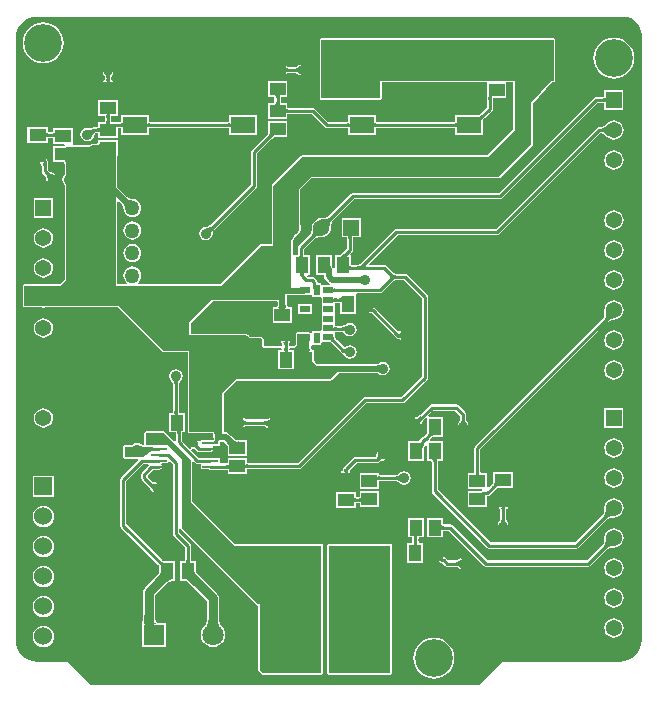
<source format=gtl>
G04*
G04 #@! TF.GenerationSoftware,Altium Limited,Altium Designer,24.3.1 (35)*
G04*
G04 Layer_Physical_Order=1*
G04 Layer_Color=255*
%FSLAX25Y25*%
%MOIN*%
G70*
G04*
G04 #@! TF.SameCoordinates,DE864B26-D939-457F-A8F5-E13979E0EDEB*
G04*
G04*
G04 #@! TF.FilePolarity,Positive*
G04*
G01*
G75*
%ADD14C,0.01000*%
%ADD15R,0.04291X0.05787*%
%ADD16R,0.08268X0.05512*%
%ADD17R,0.05512X0.04331*%
%ADD18R,0.04331X0.05512*%
%ADD19R,0.04331X0.05709*%
%ADD20R,0.05709X0.04331*%
%ADD21R,0.02202X0.03622*%
%ADD22R,0.03622X0.02202*%
%ADD23R,0.03622X0.02202*%
G04:AMPARAMS|DCode=24|XSize=67.32mil|YSize=48.42mil|CornerRadius=6.05mil|HoleSize=0mil|Usage=FLASHONLY|Rotation=90.000|XOffset=0mil|YOffset=0mil|HoleType=Round|Shape=RoundedRectangle|*
%AMROUNDEDRECTD24*
21,1,0.06732,0.03632,0,0,90.0*
21,1,0.05522,0.04842,0,0,90.0*
1,1,0.01211,0.01816,0.02761*
1,1,0.01211,0.01816,-0.02761*
1,1,0.01211,-0.01816,-0.02761*
1,1,0.01211,-0.01816,0.02761*
%
%ADD24ROUNDEDRECTD24*%
%ADD25R,0.05500X0.00800*%
%ADD46C,0.02000*%
%ADD47C,0.01100*%
%ADD48C,0.03000*%
%ADD49C,0.05394*%
%ADD50R,0.05394X0.05394*%
%ADD51C,0.06024*%
%ADD52R,0.06024X0.06024*%
%ADD53R,0.05394X0.05394*%
%ADD54R,0.07087X0.07087*%
%ADD55C,0.07087*%
%ADD56C,0.12598*%
%ADD57C,0.03500*%
%ADD58C,0.05000*%
G36*
X-191782Y117766D02*
X-191489Y117708D01*
X2455D01*
X2512Y117697D01*
X3370D01*
Y117690D01*
X4519Y117577D01*
X5624Y117242D01*
X6642Y116698D01*
X7534Y115965D01*
X8266Y115073D01*
X8811Y114055D01*
X9146Y112950D01*
X9259Y111801D01*
X9266D01*
X9266Y-90106D01*
X9265D01*
X9128Y-91493D01*
X8724Y-92826D01*
X8067Y-94055D01*
X7183Y-95132D01*
X6106Y-96016D01*
X4877Y-96673D01*
X3543Y-97078D01*
X2156Y-97214D01*
Y-97215D01*
X-36721D01*
X-37014Y-97273D01*
X-37262Y-97439D01*
X-37262Y-97439D01*
X-44912Y-105089D01*
X-174200D01*
X-181881Y-97408D01*
X-182130Y-97242D01*
X-182422Y-97184D01*
X-192292D01*
Y-97183D01*
X-193679Y-97046D01*
X-195012Y-96641D01*
X-196241Y-95985D01*
X-197319Y-95101D01*
X-198203Y-94024D01*
X-198859Y-92795D01*
X-199264Y-91461D01*
X-199400Y-90074D01*
X-199400Y-90074D01*
X-199400D01*
X-199402Y-89574D01*
X-199402Y110603D01*
X-199400D01*
X-199264Y111990D01*
X-198859Y113323D01*
X-198203Y114552D01*
X-197319Y115629D01*
X-196241Y116513D01*
X-195012Y117170D01*
X-193679Y117575D01*
X-192292Y117711D01*
X-192292Y117711D01*
Y117711D01*
X-191827Y117797D01*
X-191782Y117766D01*
D02*
G37*
%LPC*%
G36*
X-190174Y115852D02*
X-191507Y115720D01*
X-192789Y115332D01*
X-193970Y114700D01*
X-195005Y113851D01*
X-195855Y112815D01*
X-196486Y111634D01*
X-196875Y110353D01*
X-197006Y109020D01*
X-196875Y107687D01*
X-196486Y106405D01*
X-195855Y105224D01*
X-195005Y104189D01*
X-193970Y103339D01*
X-192789Y102708D01*
X-191507Y102319D01*
X-190174Y102188D01*
X-188841Y102319D01*
X-187560Y102708D01*
X-186378Y103339D01*
X-185343Y104189D01*
X-184494Y105224D01*
X-183862Y106405D01*
X-183473Y107687D01*
X-183342Y109020D01*
X-183473Y110353D01*
X-183862Y111634D01*
X-184494Y112815D01*
X-185343Y113851D01*
X-186378Y114700D01*
X-187560Y115332D01*
X-188841Y115720D01*
X-190174Y115852D01*
D02*
G37*
G36*
X-104750Y101766D02*
X-104829Y101734D01*
X-104937Y101689D01*
X-105126Y101614D01*
X-105257Y101488D01*
X-105375Y101386D01*
X-105491Y101300D01*
X-105603Y101227D01*
X-105713Y101168D01*
X-105819Y101121D01*
X-105923Y101086D01*
X-106025Y101061D01*
X-106126Y101047D01*
X-106253Y101041D01*
X-106297Y101020D01*
X-108311D01*
X-108359Y101041D01*
X-108535Y101046D01*
X-108670Y101057D01*
X-108776Y101075D01*
X-108849Y101094D01*
X-108872Y101104D01*
X-108933Y101216D01*
X-108993Y101360D01*
X-109003Y101383D01*
X-109031Y101394D01*
X-109045Y101421D01*
X-109219Y101472D01*
X-109385Y101541D01*
X-109413Y101530D01*
X-109443Y101538D01*
X-109601Y101452D01*
X-109768Y101383D01*
X-109780Y101355D01*
X-109806Y101340D01*
X-109813Y101316D01*
X-109813Y101316D01*
X-109829Y101264D01*
X-109829D01*
X-109831Y101258D01*
X-109857Y101167D01*
X-109918Y101020D01*
X-111988D01*
X-112378Y100942D01*
X-112709Y100721D01*
X-112838Y100592D01*
X-113059Y100261D01*
X-113137Y99871D01*
X-113059Y99481D01*
X-112838Y99150D01*
X-112507Y98929D01*
X-112117Y98851D01*
X-111727Y98929D01*
X-111650Y98980D01*
X-109918D01*
X-109857Y98833D01*
X-109806Y98660D01*
X-109780Y98645D01*
X-109768Y98617D01*
X-109601Y98548D01*
X-109443Y98462D01*
X-109413Y98470D01*
X-109385Y98459D01*
X-109219Y98528D01*
X-109045Y98579D01*
X-109031Y98606D01*
X-109003Y98617D01*
X-108933Y98784D01*
X-108872Y98896D01*
X-108849Y98906D01*
X-108776Y98925D01*
X-108670Y98943D01*
X-108535Y98954D01*
X-108359Y98959D01*
X-108311Y98980D01*
X-106297D01*
X-106253Y98959D01*
X-106126Y98953D01*
X-106025Y98939D01*
X-105923Y98914D01*
X-105819Y98879D01*
X-105713Y98832D01*
X-105603Y98773D01*
X-105491Y98700D01*
X-105375Y98614D01*
X-105257Y98512D01*
X-105126Y98386D01*
X-104937Y98311D01*
X-104750Y98234D01*
X-104745Y98236D01*
X-104740Y98234D01*
X-104554Y98315D01*
X-104367Y98392D01*
X-104365Y98397D01*
X-104360Y98399D01*
X-104329Y98479D01*
X-104286Y98588D01*
X-104209Y98775D01*
Y98980D01*
X-103500D01*
X-103110Y99058D01*
X-102779Y99279D01*
X-102558Y99610D01*
X-102480Y100000D01*
X-102558Y100390D01*
X-102779Y100721D01*
X-103110Y100942D01*
X-103500Y101020D01*
X-104209D01*
Y101225D01*
X-104286Y101412D01*
X-104360Y101601D01*
X-104365Y101603D01*
X-104367Y101608D01*
X-104554Y101685D01*
X-104740Y101766D01*
X-104745Y101764D01*
X-104750Y101766D01*
D02*
G37*
G36*
X0Y110832D02*
X-1333Y110701D01*
X-2615Y110312D01*
X-3796Y109681D01*
X-4831Y108831D01*
X-5681Y107796D01*
X-6312Y106614D01*
X-6701Y105333D01*
X-6832Y104000D01*
X-6701Y102667D01*
X-6312Y101385D01*
X-5681Y100204D01*
X-4831Y99169D01*
X-3796Y98319D01*
X-2615Y97688D01*
X-1333Y97299D01*
X0Y97168D01*
X1333Y97299D01*
X2615Y97688D01*
X3796Y98319D01*
X4831Y99169D01*
X5681Y100204D01*
X6312Y101385D01*
X6701Y102667D01*
X6832Y104000D01*
X6701Y105333D01*
X6312Y106614D01*
X5681Y107796D01*
X4831Y108831D01*
X3796Y109681D01*
X2615Y110312D01*
X1333Y110701D01*
X0Y110832D01*
D02*
G37*
G36*
X-168617Y101137D02*
X-169007Y101059D01*
X-169338Y100838D01*
X-169559Y100507D01*
X-169637Y100117D01*
Y99409D01*
X-169842D01*
X-170029Y99331D01*
X-170218Y99257D01*
X-170220Y99252D01*
X-170225Y99250D01*
X-170302Y99063D01*
X-170383Y98877D01*
X-170381Y98872D01*
X-170383Y98867D01*
X-170354Y98797D01*
Y98797D01*
X-170351Y98788D01*
X-170306Y98680D01*
X-170232Y98492D01*
X-170105Y98360D01*
X-170004Y98242D01*
X-169917Y98127D01*
X-169844Y98014D01*
X-169785Y97904D01*
X-169738Y97798D01*
X-169703Y97694D01*
X-169678Y97593D01*
X-169664Y97492D01*
X-169658Y97364D01*
X-169649Y97346D01*
X-169658Y97326D01*
X-169663Y97153D01*
X-169675Y97020D01*
X-169692Y96917D01*
X-169711Y96845D01*
X-169719Y96825D01*
X-169833Y96764D01*
X-170000Y96694D01*
X-170011Y96667D01*
X-170038Y96652D01*
X-170089Y96479D01*
X-170158Y96312D01*
X-170147Y96284D01*
X-170156Y96255D01*
X-170069Y96096D01*
X-170000Y95929D01*
X-169972Y95918D01*
X-169958Y95891D01*
X-169933Y95884D01*
X-169933Y95884D01*
X-169882Y95869D01*
X-169882Y95869D01*
X-169876Y95867D01*
X-169784Y95840D01*
X-169637Y95779D01*
Y94158D01*
X-169559Y93768D01*
X-169338Y93437D01*
X-169007Y93216D01*
X-168617Y93139D01*
X-168227Y93216D01*
X-167896Y93437D01*
X-167675Y93768D01*
X-167598Y94158D01*
Y95779D01*
X-167450Y95840D01*
X-167277Y95891D01*
X-167262Y95918D01*
X-167235Y95929D01*
X-167165Y96096D01*
X-167079Y96255D01*
X-167087Y96284D01*
X-167076Y96312D01*
X-167145Y96479D01*
X-167197Y96652D01*
X-167223Y96667D01*
X-167235Y96694D01*
X-167402Y96764D01*
X-167515Y96825D01*
X-167524Y96845D01*
X-167543Y96917D01*
X-167560Y97020D01*
X-167572Y97153D01*
X-167576Y97326D01*
X-167585Y97346D01*
X-167577Y97364D01*
X-167571Y97492D01*
X-167556Y97593D01*
X-167532Y97694D01*
X-167496Y97798D01*
X-167449Y97904D01*
X-167390Y98014D01*
X-167318Y98126D01*
X-167231Y98242D01*
X-167130Y98360D01*
X-167003Y98492D01*
X-166929Y98680D01*
X-166851Y98867D01*
X-166853Y98872D01*
X-166851Y98877D01*
X-166932Y99063D01*
X-167009Y99250D01*
X-167014Y99252D01*
X-167016Y99257D01*
X-167096Y99288D01*
X-167205Y99331D01*
X-167392Y99409D01*
X-167598D01*
Y100117D01*
X-167675Y100507D01*
X-167896Y100838D01*
X-168227Y101059D01*
X-168617Y101137D01*
D02*
G37*
G36*
X-20000Y110541D02*
X-97500D01*
X-97883Y110383D01*
X-98041Y110000D01*
Y90529D01*
X-98000Y90430D01*
X-98000Y90322D01*
X-97999Y90321D01*
X-97924Y90246D01*
X-97883Y90146D01*
X-97783Y90105D01*
X-97707Y90029D01*
X-97687Y90021D01*
X-97687Y90021D01*
X-97579Y90021D01*
X-97479Y89979D01*
X-77928D01*
X-77545Y90138D01*
X-77387Y90521D01*
Y95959D01*
X-42825D01*
X-42373Y95843D01*
X-42373Y95459D01*
Y91611D01*
X-42393Y91513D01*
Y91054D01*
X-42402Y91031D01*
X-42414Y90031D01*
X-42413Y90028D01*
X-42414Y90025D01*
X-42393Y89973D01*
Y87537D01*
X-44403Y85527D01*
X-44451Y85510D01*
X-44834Y85153D01*
X-44982Y85034D01*
X-45112Y84943D01*
X-45154Y84918D01*
X-45455D01*
X-45496Y84935D01*
X-45538Y84918D01*
X-45539D01*
X-45583Y84929D01*
X-45599Y84918D01*
X-52838D01*
Y82762D01*
X-52850Y82757D01*
X-52923Y82737D01*
X-53029Y82720D01*
X-53164Y82708D01*
X-53340Y82703D01*
X-53388Y82682D01*
X-78847D01*
X-78895Y82703D01*
X-79071Y82708D01*
X-79205Y82720D01*
X-79311Y82737D01*
X-79385Y82757D01*
X-79397Y82762D01*
Y84918D01*
X-88665D01*
Y82762D01*
X-88676Y82757D01*
X-88750Y82737D01*
X-88856Y82720D01*
X-88991Y82708D01*
X-89166Y82703D01*
X-89215Y82682D01*
X-95240D01*
X-99599Y87041D01*
X-99930Y87262D01*
X-100320Y87339D01*
X-108311D01*
X-108359Y87361D01*
X-108535Y87365D01*
X-108670Y87377D01*
X-108776Y87395D01*
X-108849Y87414D01*
X-108861Y87419D01*
Y88985D01*
X-111018D01*
X-111023Y88997D01*
X-111042Y89071D01*
X-111060Y89176D01*
X-111072Y89311D01*
X-111076Y89487D01*
X-111098Y89535D01*
Y90553D01*
X-111076Y90601D01*
X-111072Y90774D01*
X-111060Y90907D01*
X-111043Y91010D01*
X-111023Y91082D01*
X-111015Y91102D01*
X-111012Y91103D01*
X-108861D01*
Y96434D01*
X-115373D01*
Y91103D01*
X-113222D01*
X-113219Y91102D01*
X-113211Y91082D01*
X-113192Y91010D01*
X-113174Y90907D01*
X-113163Y90774D01*
X-113158Y90601D01*
X-113137Y90553D01*
Y89535D01*
X-113158Y89487D01*
X-113163Y89311D01*
X-113175Y89176D01*
X-113192Y89071D01*
X-113212Y88997D01*
X-113216Y88985D01*
X-115373D01*
Y83654D01*
X-108861D01*
Y85221D01*
X-108849Y85225D01*
X-108776Y85245D01*
X-108670Y85263D01*
X-108535Y85274D01*
X-108359Y85279D01*
X-108311Y85300D01*
X-100742D01*
X-96383Y80941D01*
X-96052Y80720D01*
X-95662Y80643D01*
X-89215D01*
X-89166Y80621D01*
X-88991Y80617D01*
X-88856Y80605D01*
X-88750Y80588D01*
X-88676Y80568D01*
X-88665Y80563D01*
Y78406D01*
X-79397D01*
Y80563D01*
X-79385Y80568D01*
X-79311Y80588D01*
X-79205Y80605D01*
X-79071Y80617D01*
X-78895Y80621D01*
X-78847Y80643D01*
X-53388D01*
X-53340Y80621D01*
X-53164Y80617D01*
X-53029Y80605D01*
X-52923Y80588D01*
X-52850Y80568D01*
X-52838Y80563D01*
Y78406D01*
X-43570D01*
Y82889D01*
X-43560Y82906D01*
X-43570Y82949D01*
Y82951D01*
X-43553Y82992D01*
X-43570Y83034D01*
Y83334D01*
X-43545Y83376D01*
X-43459Y83500D01*
X-43173Y83837D01*
X-42986Y84030D01*
X-42966Y84080D01*
X-40652Y86394D01*
X-40431Y86725D01*
X-40354Y87115D01*
Y89962D01*
X-40332Y90010D01*
X-40328Y90184D01*
X-40316Y90316D01*
X-40299Y90420D01*
X-40279Y90491D01*
X-40271Y90511D01*
X-40268Y90513D01*
X-35861D01*
X-35861Y95843D01*
X-35409Y95959D01*
X-33541D01*
Y80224D01*
X-42224Y71541D01*
X-104000D01*
X-104000Y71541D01*
X-104383Y71383D01*
X-113883Y61883D01*
X-114041Y61500D01*
X-114041Y61500D01*
Y61000D01*
X-114041Y61000D01*
Y42041D01*
X-117500D01*
X-117500Y42041D01*
X-117883Y41883D01*
X-117883Y41883D01*
X-131224Y28541D01*
X-158607Y28541D01*
X-158776Y29041D01*
X-158360Y29360D01*
X-157879Y29987D01*
X-157577Y30717D01*
X-157474Y31500D01*
X-157577Y32283D01*
X-157879Y33013D01*
X-158360Y33640D01*
X-158987Y34121D01*
X-159717Y34423D01*
X-160500Y34526D01*
X-161283Y34423D01*
X-162013Y34121D01*
X-162640Y33640D01*
X-163120Y33013D01*
X-163423Y32283D01*
X-163526Y31500D01*
X-163423Y30717D01*
X-163120Y29987D01*
X-162640Y29360D01*
X-162224Y29041D01*
X-162393Y28541D01*
X-165459D01*
Y56143D01*
X-164997Y56334D01*
X-164292Y55629D01*
X-164282Y55603D01*
X-164123Y55434D01*
X-163994Y55278D01*
X-163882Y55122D01*
X-163788Y54967D01*
X-163710Y54813D01*
X-163647Y54659D01*
X-163600Y54505D01*
X-163566Y54349D01*
X-163547Y54192D01*
X-163541Y54007D01*
X-163521Y53964D01*
X-163423Y53217D01*
X-163120Y52487D01*
X-162640Y51860D01*
X-162013Y51380D01*
X-161283Y51077D01*
X-160500Y50974D01*
X-159717Y51077D01*
X-158987Y51380D01*
X-158360Y51860D01*
X-157879Y52487D01*
X-157577Y53217D01*
X-157474Y54000D01*
X-157577Y54783D01*
X-157879Y55513D01*
X-158360Y56140D01*
X-158987Y56621D01*
X-159717Y56923D01*
X-160464Y57021D01*
X-160507Y57041D01*
X-160692Y57047D01*
X-160849Y57066D01*
X-161005Y57100D01*
X-161159Y57147D01*
X-161313Y57210D01*
X-161467Y57288D01*
X-161622Y57382D01*
X-161778Y57494D01*
X-161934Y57623D01*
X-162103Y57782D01*
X-162129Y57792D01*
X-165459Y61122D01*
Y71232D01*
X-165361D01*
Y76563D01*
X-171873D01*
Y75981D01*
X-171887Y75955D01*
X-171901Y75828D01*
X-171917Y75783D01*
X-171944Y75742D01*
X-171998Y75692D01*
X-172096Y75633D01*
X-172246Y75572D01*
X-172450Y75517D01*
X-172705Y75475D01*
X-173010Y75448D01*
X-173375Y75439D01*
X-173401Y75427D01*
X-173602D01*
X-174188Y75311D01*
X-174591Y75041D01*
X-179990D01*
X-180361Y75351D01*
X-180361Y75541D01*
Y80682D01*
X-186873D01*
Y79411D01*
X-186885Y79406D01*
X-186959Y79387D01*
X-187065Y79369D01*
X-187199Y79358D01*
X-187375Y79353D01*
X-187423Y79332D01*
X-188213D01*
X-188261Y79353D01*
X-188434Y79357D01*
X-188567Y79369D01*
X-188670Y79387D01*
X-188741Y79406D01*
X-188761Y79414D01*
X-188763Y79417D01*
Y80977D01*
X-195472D01*
Y75647D01*
X-188763D01*
Y77207D01*
X-188761Y77210D01*
X-188741Y77218D01*
X-188670Y77237D01*
X-188567Y77255D01*
X-188434Y77266D01*
X-188261Y77271D01*
X-188213Y77292D01*
X-187423D01*
X-187375Y77271D01*
X-187199Y77266D01*
X-187065Y77255D01*
X-186959Y77237D01*
X-186885Y77218D01*
X-186873Y77213D01*
Y75351D01*
X-183322D01*
X-183069Y74851D01*
X-183232Y74580D01*
X-186873D01*
Y69249D01*
X-183605D01*
X-183557Y69223D01*
X-183430Y69209D01*
X-183384Y69193D01*
X-183343Y69166D01*
X-183293Y69112D01*
X-183234Y69016D01*
X-183174Y68867D01*
X-183119Y68666D01*
X-183077Y68413D01*
X-183051Y68110D01*
X-183041Y67754D01*
Y65992D01*
X-183050Y65642D01*
X-183074Y65365D01*
X-183089Y65267D01*
X-183106Y65186D01*
X-183122Y65131D01*
X-183131Y65108D01*
X-183134Y65105D01*
X-183143Y65093D01*
X-183145Y65088D01*
X-183619Y64378D01*
X-183794Y63500D01*
X-183619Y62622D01*
X-183145Y61912D01*
X-183143Y61907D01*
X-183134Y61895D01*
X-183131Y61892D01*
X-183122Y61869D01*
X-183106Y61814D01*
X-183089Y61733D01*
X-183074Y61639D01*
X-183043Y61187D01*
X-183041Y61011D01*
Y30122D01*
X-184622Y28541D01*
X-196500D01*
X-196883Y28383D01*
X-197041Y28000D01*
Y21500D01*
X-196883Y21117D01*
X-196500Y20959D01*
X-191138D01*
X-191009Y20905D01*
X-190174Y20795D01*
X-189340Y20905D01*
X-189210Y20959D01*
X-165224D01*
X-150383Y6117D01*
X-150000Y5959D01*
X-150000Y5959D01*
X-142041D01*
Y5353D01*
X-142041Y5353D01*
X-142041Y5353D01*
Y-14244D01*
X-142114D01*
Y-20756D01*
X-141935D01*
X-141883Y-20883D01*
X-141500Y-21041D01*
X-133710D01*
X-133674Y-21130D01*
X-133620Y-21334D01*
X-133577Y-21589D01*
X-133551Y-21893D01*
X-133541Y-22258D01*
X-133529Y-22284D01*
Y-22328D01*
X-133417Y-22891D01*
X-133415Y-22918D01*
X-133695Y-23391D01*
X-137767D01*
Y-23770D01*
X-138267Y-23874D01*
X-138290Y-23822D01*
X-138367Y-23635D01*
X-138372Y-23633D01*
X-138374Y-23628D01*
X-138563Y-23554D01*
X-138750Y-23476D01*
X-138755Y-23478D01*
X-138760Y-23476D01*
X-138838Y-23510D01*
X-138945Y-23557D01*
X-139133Y-23635D01*
X-139278Y-23780D01*
X-139779Y-23279D01*
X-140110Y-23058D01*
X-140500Y-22980D01*
X-140890Y-23058D01*
X-141221Y-23279D01*
X-141442Y-23610D01*
X-141520Y-24000D01*
Y-24399D01*
X-141442Y-24789D01*
X-141221Y-25120D01*
X-140893Y-25348D01*
X-141024Y-25740D01*
X-141024Y-25740D01*
X-141023Y-25741D01*
X-141022Y-25745D01*
X-141024Y-25750D01*
X-140946Y-25937D01*
X-141394Y-26164D01*
X-143980Y-23578D01*
Y-21306D01*
X-143959Y-21258D01*
X-143954Y-21082D01*
X-143943Y-20947D01*
X-143925Y-20842D01*
X-143906Y-20768D01*
X-143901Y-20756D01*
X-142886D01*
Y-14244D01*
X-144901D01*
X-144906Y-14232D01*
X-144925Y-14158D01*
X-144943Y-14053D01*
X-144954Y-13918D01*
X-144959Y-13742D01*
X-144980Y-13694D01*
Y-4797D01*
X-144959Y-4753D01*
X-144953Y-4626D01*
X-144939Y-4525D01*
X-144914Y-4423D01*
X-144879Y-4319D01*
X-144832Y-4213D01*
X-144773Y-4103D01*
X-144701Y-3991D01*
X-144614Y-3875D01*
X-144512Y-3757D01*
X-144390Y-3630D01*
X-144378Y-3622D01*
X-143880Y-2878D01*
X-143706Y-2000D01*
X-143880Y-1122D01*
X-144378Y-378D01*
X-145122Y119D01*
X-146000Y294D01*
X-146878Y119D01*
X-147622Y-378D01*
X-148119Y-1122D01*
X-148294Y-2000D01*
X-148119Y-2878D01*
X-147622Y-3622D01*
X-147610Y-3630D01*
X-147488Y-3757D01*
X-147386Y-3875D01*
X-147300Y-3991D01*
X-147227Y-4103D01*
X-147168Y-4213D01*
X-147121Y-4319D01*
X-147086Y-4423D01*
X-147061Y-4525D01*
X-147047Y-4626D01*
X-147041Y-4753D01*
X-147020Y-4797D01*
Y-13694D01*
X-147041Y-13742D01*
X-147046Y-13918D01*
X-147057Y-14053D01*
X-147075Y-14158D01*
X-147094Y-14232D01*
X-147099Y-14244D01*
X-148216D01*
Y-20756D01*
X-146099D01*
X-146094Y-20768D01*
X-146075Y-20842D01*
X-146057Y-20947D01*
X-146046Y-21082D01*
X-146041Y-21258D01*
X-146020Y-21306D01*
Y-23508D01*
X-146520Y-23715D01*
X-149617Y-20617D01*
X-150000Y-20459D01*
X-150000Y-20459D01*
X-156000D01*
X-156383Y-20617D01*
X-156541Y-21000D01*
Y-24959D01*
X-157221D01*
X-157294Y-24915D01*
X-157419Y-24828D01*
X-157557Y-24720D01*
X-157653Y-24694D01*
X-158122Y-24381D01*
X-159000Y-24206D01*
X-159878Y-24381D01*
X-160622Y-24878D01*
X-160676Y-24959D01*
X-163000D01*
X-163383Y-25117D01*
X-163541Y-25500D01*
Y-29000D01*
X-163383Y-29383D01*
X-163000Y-29541D01*
X-158636D01*
X-158445Y-30003D01*
X-164221Y-35779D01*
X-164442Y-36110D01*
X-164520Y-36500D01*
Y-51854D01*
X-164442Y-52245D01*
X-164221Y-52575D01*
X-152220Y-64577D01*
X-152202Y-64624D01*
X-151848Y-65006D01*
X-151730Y-65153D01*
X-151641Y-65281D01*
X-151610Y-65335D01*
Y-65600D01*
X-151639Y-65670D01*
X-151622Y-65711D01*
X-151633Y-65755D01*
X-151616Y-65781D01*
X-151624Y-65795D01*
X-151611Y-65839D01*
X-151627Y-65882D01*
X-151610Y-65917D01*
Y-67278D01*
X-151780Y-67573D01*
X-152096Y-68024D01*
X-153016Y-69109D01*
X-153609Y-69722D01*
X-153611Y-69727D01*
X-156442Y-72558D01*
X-156884Y-73220D01*
X-157039Y-74000D01*
Y-81685D01*
X-157041Y-81689D01*
X-157071Y-83205D01*
X-157122Y-83894D01*
X-157154Y-84129D01*
X-157166Y-84188D01*
X-157346D01*
Y-84629D01*
X-157375Y-84699D01*
X-157346Y-84770D01*
Y-92275D01*
X-149259D01*
Y-84188D01*
X-151916D01*
X-151942Y-84174D01*
X-152163Y-84150D01*
X-152295Y-84103D01*
X-152411Y-84025D01*
X-152526Y-83901D01*
X-152640Y-83713D01*
X-152746Y-83453D01*
X-152835Y-83120D01*
X-152903Y-82715D01*
X-152944Y-82241D01*
X-152959Y-81686D01*
X-152961Y-81682D01*
Y-74845D01*
X-150374Y-72258D01*
X-150370Y-72256D01*
X-149958Y-71862D01*
X-149564Y-71520D01*
X-149178Y-71221D01*
X-148803Y-70965D01*
X-148440Y-70752D01*
X-148087Y-70580D01*
X-147746Y-70449D01*
X-147417Y-70358D01*
X-147100Y-70304D01*
X-146760Y-70284D01*
X-146702Y-70256D01*
X-146280D01*
Y-69797D01*
X-146251Y-69717D01*
X-146252Y-69715D01*
X-146251Y-69713D01*
X-146280Y-69654D01*
Y-63744D01*
X-149563D01*
X-149600Y-63722D01*
X-149643Y-63732D01*
X-149684Y-63715D01*
X-149755Y-63744D01*
X-150020D01*
X-150074Y-63713D01*
X-150196Y-63628D01*
X-150530Y-63345D01*
X-150722Y-63160D01*
X-150773Y-63140D01*
X-162480Y-51432D01*
Y-36922D01*
X-156829Y-31271D01*
X-155269D01*
X-155043Y-31771D01*
X-155424Y-32204D01*
X-155547Y-32328D01*
X-155568Y-32380D01*
X-157221Y-34033D01*
X-157442Y-34364D01*
X-157520Y-34754D01*
Y-36000D01*
X-157442Y-36390D01*
X-157221Y-36721D01*
X-154905Y-39037D01*
X-154887Y-39086D01*
X-154808Y-39169D01*
X-154742Y-39249D01*
X-154586Y-39467D01*
X-154518Y-39574D01*
X-154187Y-40218D01*
X-154107Y-40400D01*
X-154107Y-40400D01*
X-154107Y-40401D01*
X-153808Y-40687D01*
X-153808Y-40687D01*
X-153808Y-40688D01*
X-153394Y-40679D01*
X-153394Y-40679D01*
X-153394Y-40679D01*
X-153335Y-40618D01*
X-153250Y-40530D01*
X-153202Y-40479D01*
X-153000Y-40520D01*
X-152000D01*
X-151610Y-40442D01*
X-151279Y-40221D01*
X-151058Y-39890D01*
X-150980Y-39500D01*
X-151058Y-39110D01*
X-151279Y-38779D01*
X-151610Y-38558D01*
X-151842Y-38512D01*
X-152219Y-38103D01*
X-152223Y-37905D01*
X-152220Y-37706D01*
X-152227Y-37699D01*
X-152227Y-37689D01*
X-152371Y-37551D01*
X-152509Y-37409D01*
X-152519Y-37409D01*
X-152526Y-37402D01*
X-152593Y-37404D01*
Y-37404D01*
X-152612Y-37404D01*
X-152725Y-37406D01*
X-152924Y-37404D01*
X-153056Y-37457D01*
X-153154Y-37484D01*
X-153240Y-37499D01*
X-153315Y-37501D01*
X-153383Y-37495D01*
X-153448Y-37480D01*
X-153513Y-37454D01*
X-153582Y-37416D01*
X-153656Y-37363D01*
X-153755Y-37274D01*
X-153801Y-37257D01*
X-155411Y-35647D01*
Y-35107D01*
X-154266Y-33962D01*
X-154236Y-33954D01*
X-154217Y-33922D01*
X-154182Y-33908D01*
X-153951Y-33684D01*
X-153537Y-33324D01*
X-153369Y-33197D01*
X-153359Y-33191D01*
X-151717D01*
X-151327Y-33113D01*
X-150996Y-32892D01*
X-150775Y-32561D01*
X-150698Y-32171D01*
X-150775Y-31781D01*
X-150895Y-31601D01*
X-150698Y-31128D01*
X-150674Y-31101D01*
X-148467D01*
Y-30628D01*
X-148005Y-30437D01*
X-147020Y-31422D01*
Y-54500D01*
X-146942Y-54890D01*
X-146721Y-55221D01*
X-143020Y-58922D01*
Y-63194D01*
X-143041Y-63242D01*
X-143046Y-63418D01*
X-143057Y-63553D01*
X-143075Y-63658D01*
X-143094Y-63732D01*
X-143099Y-63744D01*
X-144720D01*
Y-70256D01*
X-144246D01*
X-144229Y-70266D01*
X-144186Y-70256D01*
X-144144Y-70273D01*
X-144103Y-70256D01*
X-142741D01*
X-142401Y-70451D01*
X-141953Y-70764D01*
X-140881Y-71672D01*
X-140278Y-72255D01*
X-140273Y-72256D01*
X-135656Y-76873D01*
Y-82876D01*
X-135658Y-82881D01*
X-135668Y-83225D01*
X-135694Y-83534D01*
X-135738Y-83823D01*
X-135798Y-84091D01*
X-135873Y-84340D01*
X-135965Y-84569D01*
X-136070Y-84780D01*
X-136191Y-84974D01*
X-136326Y-85151D01*
X-136495Y-85333D01*
X-136500Y-85347D01*
X-136501Y-85348D01*
X-137149Y-86192D01*
X-137556Y-87176D01*
X-137695Y-88231D01*
X-137556Y-89287D01*
X-137149Y-90270D01*
X-136501Y-91115D01*
X-135656Y-91763D01*
X-134673Y-92171D01*
X-133617Y-92309D01*
X-132562Y-92171D01*
X-131578Y-91763D01*
X-130734Y-91115D01*
X-130085Y-90270D01*
X-129678Y-89287D01*
X-129539Y-88231D01*
X-129678Y-87176D01*
X-130085Y-86192D01*
X-130734Y-85348D01*
X-130735Y-85347D01*
X-130740Y-85333D01*
X-130908Y-85151D01*
X-131044Y-84974D01*
X-131164Y-84780D01*
X-131270Y-84569D01*
X-131361Y-84340D01*
X-131437Y-84092D01*
X-131497Y-83823D01*
X-131540Y-83534D01*
X-131567Y-83225D01*
X-131576Y-82881D01*
X-131578Y-82876D01*
Y-76028D01*
X-131733Y-75248D01*
X-132175Y-74586D01*
X-137383Y-69379D01*
X-137384Y-69375D01*
X-138476Y-68200D01*
X-138878Y-67699D01*
X-139195Y-67245D01*
X-139390Y-66904D01*
Y-65543D01*
X-139373Y-65501D01*
X-139390Y-65460D01*
X-139379Y-65416D01*
X-139390Y-65399D01*
Y-63744D01*
X-140901D01*
X-140906Y-63732D01*
X-140925Y-63658D01*
X-140943Y-63553D01*
X-140954Y-63418D01*
X-140959Y-63242D01*
X-140980Y-63194D01*
Y-58500D01*
X-141058Y-58110D01*
X-141279Y-57779D01*
X-144980Y-54078D01*
Y-52746D01*
X-144480Y-52647D01*
X-144383Y-52883D01*
X-144383D01*
X-118883Y-78383D01*
X-118541Y-78524D01*
Y-100000D01*
X-118383Y-100383D01*
X-118383Y-100383D01*
X-117383Y-101383D01*
X-117000Y-101541D01*
X-117000Y-101541D01*
X-97500D01*
X-97117Y-101383D01*
X-96959Y-101000D01*
Y-58500D01*
X-97117Y-58117D01*
X-97500Y-57959D01*
X-126276D01*
X-140459Y-43776D01*
Y-30690D01*
X-139959Y-30483D01*
X-139520Y-30922D01*
X-139189Y-31143D01*
X-138799Y-31221D01*
X-138246D01*
X-137767Y-31271D01*
Y-33071D01*
X-134970D01*
X-134907Y-33113D01*
X-134517Y-33191D01*
X-129306D01*
X-129258Y-33212D01*
X-129082Y-33217D01*
X-128947Y-33229D01*
X-128842Y-33246D01*
X-128768Y-33266D01*
X-128756Y-33270D01*
Y-34665D01*
X-122244D01*
Y-33099D01*
X-122232Y-33094D01*
X-122158Y-33075D01*
X-122053Y-33057D01*
X-121918Y-33046D01*
X-121742Y-33041D01*
X-121694Y-33020D01*
X-105000D01*
X-104610Y-32942D01*
X-104279Y-32721D01*
X-82578Y-11020D01*
X-70500D01*
X-70110Y-10942D01*
X-69779Y-10721D01*
X-62279Y-3221D01*
X-62058Y-2890D01*
X-61980Y-2500D01*
Y24500D01*
X-62058Y24890D01*
X-62279Y25221D01*
X-68779Y31721D01*
X-69110Y31942D01*
X-69500Y32020D01*
X-72227D01*
X-72273Y32041D01*
X-72450Y32047D01*
X-72601Y32064D01*
X-72744Y32091D01*
X-72881Y32129D01*
X-73012Y32177D01*
X-73140Y32236D01*
X-73263Y32306D01*
X-73384Y32388D01*
X-73502Y32483D01*
X-73631Y32603D01*
X-73679Y32621D01*
X-75779Y34721D01*
X-76110Y34942D01*
X-76500Y35020D01*
X-81385D01*
X-81577Y35482D01*
X-72078Y44980D01*
X-39000D01*
X-38610Y45058D01*
X-38279Y45279D01*
X-4578Y78980D01*
X-4346D01*
X-4306Y78960D01*
X-4140Y78949D01*
X-3997Y78920D01*
X-3837Y78868D01*
X-3660Y78791D01*
X-3467Y78687D01*
X-3260Y78554D01*
X-3046Y78396D01*
X-2561Y77978D01*
X-2305Y77726D01*
X-2269Y77712D01*
X-1612Y77208D01*
X-835Y76885D01*
X0Y76776D01*
X835Y76885D01*
X1612Y77208D01*
X2280Y77720D01*
X2792Y78388D01*
X3115Y79165D01*
X3224Y80000D01*
X3115Y80835D01*
X2792Y81612D01*
X2280Y82280D01*
X1612Y82792D01*
X835Y83115D01*
X0Y83224D01*
X-835Y83115D01*
X-1612Y82792D01*
X-2259Y82296D01*
X-2297Y82281D01*
X-2813Y81794D01*
X-3040Y81607D01*
X-3260Y81446D01*
X-3467Y81313D01*
X-3660Y81209D01*
X-3837Y81132D01*
X-3997Y81080D01*
X-4140Y81051D01*
X-4306Y81040D01*
X-4346Y81020D01*
X-5000D01*
X-5390Y80942D01*
X-5721Y80721D01*
X-39422Y47020D01*
X-72500D01*
X-72890Y46942D01*
X-73221Y46721D01*
X-84321Y35621D01*
X-84369Y35603D01*
X-84498Y35483D01*
X-84616Y35388D01*
X-84737Y35306D01*
X-84860Y35236D01*
X-84988Y35177D01*
X-85119Y35129D01*
X-85256Y35091D01*
X-85400Y35064D01*
X-85550Y35047D01*
X-85726Y35041D01*
X-85742Y35034D01*
X-85758Y35039D01*
X-85794Y35020D01*
X-87233D01*
X-87281Y35041D01*
X-87454Y35046D01*
X-87587Y35057D01*
X-87690Y35074D01*
X-87762Y35094D01*
X-87782Y35102D01*
X-87783Y35105D01*
Y38256D01*
X-87783D01*
X-87935Y38623D01*
X-87279Y39279D01*
X-87058Y39610D01*
X-86980Y40000D01*
Y43753D01*
X-86959Y43801D01*
X-86954Y43974D01*
X-86943Y44107D01*
X-86926Y44210D01*
X-86906Y44282D01*
X-86898Y44302D01*
X-86895Y44303D01*
X-84303D01*
Y50697D01*
X-90697D01*
Y44303D01*
X-89105D01*
X-89102Y44302D01*
X-89094Y44282D01*
X-89074Y44210D01*
X-89057Y44107D01*
X-89046Y43974D01*
X-89041Y43801D01*
X-89020Y43753D01*
Y40422D01*
X-90228Y39213D01*
X-90279Y39194D01*
X-90478Y39001D01*
X-90850Y38681D01*
X-91010Y38562D01*
X-91161Y38463D01*
X-91298Y38387D01*
X-91419Y38332D01*
X-91521Y38297D01*
X-91605Y38280D01*
X-91711Y38272D01*
X-91742Y38256D01*
X-93114D01*
Y33855D01*
X-93614Y33806D01*
X-93678Y34125D01*
X-93886Y34436D01*
Y38256D01*
X-99217D01*
Y31744D01*
X-96620D01*
Y31172D01*
X-96504Y30586D01*
X-96172Y30090D01*
X-95000Y28919D01*
X-94677Y28702D01*
X-94828Y28202D01*
X-97452Y28202D01*
X-97516Y28675D01*
Y28952D01*
X-98748D01*
X-98751Y28964D01*
X-98765Y29057D01*
X-98773Y29176D01*
X-98777Y29330D01*
X-98821Y29429D01*
X-98876Y29708D01*
X-99097Y30039D01*
X-99779Y30721D01*
X-100110Y30942D01*
X-100500Y31020D01*
X-101950D01*
X-102125Y31244D01*
X-101881Y31744D01*
X-101284D01*
Y38256D01*
X-103094D01*
X-103099Y38268D01*
X-103118Y38342D01*
X-103136Y38447D01*
X-103147Y38582D01*
X-103152Y38758D01*
X-103173Y38806D01*
Y40385D01*
X-99852Y43706D01*
X-99809Y43720D01*
X-99684Y43829D01*
X-99562Y43910D01*
X-99413Y43987D01*
X-99233Y44057D01*
X-99023Y44120D01*
X-98783Y44172D01*
X-98520Y44212D01*
X-97881Y44259D01*
X-97522Y44262D01*
X-97486Y44277D01*
X-96665Y44385D01*
X-95888Y44708D01*
X-95220Y45220D01*
X-94708Y45888D01*
X-94385Y46665D01*
X-94279Y47474D01*
X-94262Y47512D01*
X-94242Y48220D01*
X-94213Y48513D01*
X-94172Y48783D01*
X-94120Y49023D01*
X-94057Y49233D01*
X-93987Y49413D01*
X-93910Y49562D01*
X-93829Y49684D01*
X-93720Y49809D01*
X-93706Y49852D01*
X-86578Y56980D01*
X-38000D01*
X-37610Y57058D01*
X-37279Y57279D01*
X-5578Y88980D01*
X-3747D01*
X-3699Y88959D01*
X-3523Y88954D01*
X-3388Y88943D01*
X-3283Y88925D01*
X-3209Y88906D01*
X-3197Y88901D01*
Y86803D01*
X3197D01*
Y93197D01*
X-3197D01*
Y91099D01*
X-3209Y91094D01*
X-3283Y91075D01*
X-3388Y91057D01*
X-3523Y91046D01*
X-3699Y91041D01*
X-3747Y91020D01*
X-6000D01*
X-6390Y90942D01*
X-6721Y90721D01*
X-38422Y59020D01*
X-87000D01*
X-87390Y58942D01*
X-87721Y58721D01*
X-95148Y51294D01*
X-95191Y51280D01*
X-95316Y51171D01*
X-95438Y51090D01*
X-95587Y51013D01*
X-95767Y50943D01*
X-95977Y50880D01*
X-96217Y50828D01*
X-96480Y50788D01*
X-97119Y50741D01*
X-97478Y50738D01*
X-97514Y50723D01*
X-98335Y50615D01*
X-99112Y50292D01*
X-99780Y49780D01*
X-100292Y49112D01*
X-100615Y48335D01*
X-100721Y47526D01*
X-100738Y47488D01*
X-100758Y46780D01*
X-100786Y46487D01*
X-100828Y46217D01*
X-100880Y45977D01*
X-100943Y45767D01*
X-101013Y45587D01*
X-101090Y45438D01*
X-101171Y45316D01*
X-101280Y45191D01*
X-101294Y45148D01*
X-104914Y41528D01*
X-105135Y41197D01*
X-105212Y40807D01*
Y38806D01*
X-105234Y38758D01*
X-105238Y38582D01*
X-105250Y38447D01*
X-105268Y38342D01*
X-105287Y38268D01*
X-105292Y38256D01*
X-106614D01*
X-106959Y38613D01*
Y42860D01*
X-105946Y44684D01*
X-105888Y44708D01*
X-105220Y45220D01*
X-104708Y45888D01*
X-104385Y46665D01*
X-104276Y47500D01*
X-104385Y48335D01*
X-104459Y48512D01*
Y60276D01*
X-100776Y63959D01*
X-38500D01*
X-38500Y63959D01*
X-38117Y64117D01*
X-27117Y75117D01*
X-26959Y75500D01*
X-26959Y75500D01*
Y80000D01*
Y88795D01*
X-20638Y95959D01*
X-20000D01*
X-19617Y96117D01*
X-19459Y96500D01*
Y110000D01*
X-19617Y110383D01*
X-20000Y110541D01*
D02*
G37*
G36*
X-165361Y89934D02*
X-171873D01*
Y84603D01*
X-169716D01*
X-169712Y84591D01*
X-169692Y84518D01*
X-169675Y84412D01*
X-169663Y84277D01*
X-169658Y84101D01*
X-169637Y84053D01*
Y83216D01*
X-169658Y83167D01*
X-169663Y82991D01*
X-169675Y82857D01*
X-169692Y82751D01*
X-169712Y82677D01*
X-169716Y82665D01*
X-171873D01*
Y81099D01*
X-171885Y81094D01*
X-171959Y81075D01*
X-172064Y81057D01*
X-172199Y81046D01*
X-172375Y81041D01*
X-172423Y81020D01*
X-173324D01*
X-173714Y80942D01*
X-173925Y80801D01*
X-174020Y80772D01*
X-174028Y80758D01*
X-174042Y80753D01*
X-174126Y80676D01*
X-174186Y80631D01*
X-174240Y80600D01*
X-174288Y80579D01*
X-174331Y80567D01*
X-174373Y80560D01*
X-174417Y80560D01*
X-174468Y80566D01*
X-174528Y80581D01*
X-174610Y80611D01*
X-174622Y80619D01*
X-174660Y80627D01*
X-174662Y80629D01*
X-174667Y80628D01*
X-175500Y80794D01*
X-176378Y80619D01*
X-177122Y80122D01*
X-177620Y79378D01*
X-177794Y78500D01*
X-177620Y77622D01*
X-177122Y76878D01*
X-176378Y76381D01*
X-175500Y76206D01*
X-174622Y76381D01*
X-173878Y76878D01*
X-173380Y77622D01*
X-173300Y78029D01*
X-173249Y78093D01*
X-173252Y78119D01*
X-173237Y78141D01*
X-173214Y78264D01*
X-173187Y78366D01*
X-173153Y78468D01*
X-173110Y78570D01*
X-173058Y78672D01*
X-172998Y78775D01*
X-172932Y78872D01*
X-172844Y78980D01*
X-172423D01*
X-172375Y78959D01*
X-172199Y78954D01*
X-172064Y78943D01*
X-171959Y78925D01*
X-171885Y78906D01*
X-171873Y78901D01*
Y77335D01*
X-165361D01*
Y80562D01*
X-165347Y80568D01*
X-165274Y80588D01*
X-165169Y80605D01*
X-165034Y80617D01*
X-164859Y80621D01*
X-164811Y80643D01*
X-164715D01*
X-164666Y80621D01*
X-164491Y80617D01*
X-164356Y80605D01*
X-164250Y80588D01*
X-164176Y80568D01*
X-164164Y80563D01*
Y78406D01*
X-154897D01*
Y80563D01*
X-154885Y80568D01*
X-154811Y80588D01*
X-154705Y80605D01*
X-154571Y80617D01*
X-154395Y80621D01*
X-154347Y80643D01*
X-128888D01*
X-128840Y80621D01*
X-128664Y80617D01*
X-128529Y80605D01*
X-128423Y80588D01*
X-128350Y80568D01*
X-128338Y80563D01*
Y78406D01*
X-119070D01*
Y84918D01*
X-128338D01*
Y82762D01*
X-128350Y82757D01*
X-128423Y82737D01*
X-128529Y82720D01*
X-128664Y82708D01*
X-128840Y82703D01*
X-128888Y82682D01*
X-154347D01*
X-154395Y82703D01*
X-154571Y82708D01*
X-154705Y82720D01*
X-154811Y82737D01*
X-154885Y82757D01*
X-154897Y82762D01*
Y84918D01*
X-164164D01*
Y82762D01*
X-164176Y82757D01*
X-164250Y82737D01*
X-164356Y82720D01*
X-164491Y82708D01*
X-164667Y82703D01*
X-164715Y82682D01*
X-164821D01*
X-164873Y82704D01*
X-164875Y82703D01*
X-164877Y82704D01*
X-165837Y82698D01*
X-165849Y82693D01*
X-165861Y82697D01*
X-165891Y82696D01*
X-165920Y82682D01*
X-165926D01*
X-165954Y82688D01*
X-165965Y82687D01*
X-165972Y82682D01*
X-166955D01*
X-167038Y82665D01*
X-167518D01*
X-167523Y82677D01*
X-167543Y82751D01*
X-167560Y82857D01*
X-167572Y82991D01*
X-167576Y83167D01*
X-167598Y83216D01*
Y84053D01*
X-167576Y84101D01*
X-167572Y84277D01*
X-167560Y84412D01*
X-167543Y84518D01*
X-167523Y84591D01*
X-167518Y84603D01*
X-165361D01*
Y89934D01*
D02*
G37*
G36*
X-108861Y82883D02*
X-115373D01*
Y79116D01*
X-115399Y79028D01*
X-115377Y78986D01*
X-115383Y78939D01*
X-115373Y78927D01*
Y78720D01*
X-115445Y78617D01*
X-115753Y78258D01*
X-115957Y78047D01*
X-115977Y77996D01*
X-120743Y73231D01*
X-120964Y72900D01*
X-121041Y72510D01*
Y61901D01*
X-134743Y48199D01*
X-134789Y48182D01*
X-134883Y48097D01*
X-134965Y48035D01*
X-135055Y47981D01*
X-135153Y47932D01*
X-135261Y47890D01*
X-135380Y47855D01*
X-135511Y47827D01*
X-135654Y47806D01*
X-135810Y47794D01*
X-135985Y47791D01*
X-136000Y47794D01*
X-136878Y47620D01*
X-137622Y47122D01*
X-138119Y46378D01*
X-138294Y45500D01*
X-138119Y44622D01*
X-137622Y43878D01*
X-136878Y43380D01*
X-136000Y43206D01*
X-135122Y43380D01*
X-134378Y43878D01*
X-133880Y44622D01*
X-133706Y45500D01*
X-133709Y45515D01*
X-133706Y45690D01*
X-133694Y45846D01*
X-133673Y45989D01*
X-133645Y46120D01*
X-133610Y46239D01*
X-133568Y46347D01*
X-133519Y46446D01*
X-133465Y46535D01*
X-133403Y46617D01*
X-133318Y46711D01*
X-133301Y46757D01*
X-119301Y60757D01*
X-119080Y61088D01*
X-119002Y61478D01*
Y72088D01*
X-114206Y76884D01*
X-114204Y76884D01*
X-114199Y76890D01*
X-114142Y76947D01*
X-114092Y76967D01*
X-113914Y77139D01*
X-113756Y77277D01*
X-113615Y77388D01*
X-113493Y77472D01*
X-113392Y77529D01*
X-113339Y77552D01*
X-112985D01*
X-112908Y77543D01*
X-112896Y77552D01*
X-108861D01*
Y82883D01*
D02*
G37*
G36*
X0Y73224D02*
X-835Y73115D01*
X-1612Y72792D01*
X-2280Y72280D01*
X-2792Y71612D01*
X-3115Y70835D01*
X-3224Y70000D01*
X-3115Y69165D01*
X-2792Y68388D01*
X-2280Y67720D01*
X-1612Y67208D01*
X-835Y66885D01*
X0Y66776D01*
X835Y66885D01*
X1612Y67208D01*
X2280Y67720D01*
X2792Y68388D01*
X3115Y69165D01*
X3224Y70000D01*
X3115Y70835D01*
X2792Y71612D01*
X2280Y72280D01*
X1612Y72792D01*
X835Y73115D01*
X0Y73224D01*
D02*
G37*
G36*
X-191428Y72245D02*
X-192117D01*
X-192507Y72167D01*
X-192838Y71946D01*
X-193059Y71615D01*
X-193137Y71225D01*
X-193059Y70835D01*
X-192838Y70504D01*
X-192507Y70283D01*
X-192117Y70206D01*
X-191851D01*
X-191138Y69493D01*
X-191142Y69470D01*
X-191213Y69303D01*
X-191301Y69145D01*
X-191292Y69116D01*
X-191304Y69088D01*
X-191236Y68921D01*
X-191187Y68747D01*
X-191160Y68733D01*
X-191149Y68704D01*
X-190982Y68634D01*
X-190867Y68570D01*
X-190857Y68546D01*
X-190838Y68472D01*
X-190820Y68367D01*
X-190808Y68233D01*
X-190804Y68058D01*
X-190782Y68010D01*
Y66333D01*
X-190705Y65943D01*
X-190484Y65612D01*
X-189674Y64802D01*
X-189657Y64756D01*
X-189571Y64662D01*
X-189511Y64580D01*
X-189457Y64492D01*
X-189411Y64396D01*
X-189371Y64290D01*
X-189338Y64173D01*
X-189313Y64045D01*
X-189296Y63905D01*
X-189288Y63752D01*
X-189290Y63573D01*
X-189214Y63385D01*
X-189142Y63196D01*
X-189137Y63193D01*
X-189135Y63188D01*
X-188949Y63109D01*
X-188764Y63026D01*
X-188759Y63028D01*
X-188754Y63026D01*
X-188675Y63058D01*
X-188566Y63102D01*
X-188377Y63174D01*
X-188207Y63335D01*
X-187863Y62991D01*
X-187721Y62779D01*
X-187390Y62558D01*
X-187000Y62480D01*
X-186610Y62558D01*
X-186279Y62779D01*
X-186058Y63110D01*
X-185980Y63500D01*
Y63570D01*
X-186058Y63961D01*
X-186279Y64291D01*
X-186600Y64612D01*
X-186596Y64856D01*
X-186513Y65042D01*
X-186427Y65225D01*
X-186429Y65230D01*
X-186427Y65234D01*
X-186499Y65424D01*
X-186568Y65615D01*
X-186573Y65617D01*
X-186574Y65621D01*
X-186652Y65656D01*
X-186760Y65704D01*
X-186943Y65790D01*
X-187128Y65799D01*
X-187286Y65815D01*
X-187432Y65839D01*
X-187566Y65870D01*
X-187687Y65908D01*
X-187798Y65953D01*
X-187898Y66003D01*
X-187988Y66059D01*
X-188070Y66121D01*
X-188164Y66206D01*
X-188211Y66223D01*
X-188743Y66756D01*
Y68020D01*
X-188722Y68072D01*
X-188723Y68075D01*
X-188722Y68079D01*
X-188734Y69078D01*
X-188743Y69101D01*
Y69560D01*
X-188821Y69950D01*
X-189042Y70281D01*
X-190707Y71946D01*
X-191038Y72167D01*
X-191428Y72245D01*
D02*
G37*
G36*
X-186977Y57217D02*
X-193371D01*
Y50823D01*
X-186977D01*
Y57217D01*
D02*
G37*
G36*
X0Y53224D02*
X-835Y53115D01*
X-1612Y52792D01*
X-2280Y52280D01*
X-2792Y51612D01*
X-3115Y50835D01*
X-3224Y50000D01*
X-3115Y49165D01*
X-2792Y48388D01*
X-2280Y47720D01*
X-1612Y47207D01*
X-835Y46885D01*
X0Y46776D01*
X835Y46885D01*
X1612Y47207D01*
X2280Y47720D01*
X2792Y48388D01*
X3115Y49165D01*
X3224Y50000D01*
X3115Y50835D01*
X2792Y51612D01*
X2280Y52280D01*
X1612Y52792D01*
X835Y53115D01*
X0Y53224D01*
D02*
G37*
G36*
X-160500Y49526D02*
X-161283Y49423D01*
X-162013Y49121D01*
X-162640Y48640D01*
X-163120Y48013D01*
X-163423Y47283D01*
X-163526Y46500D01*
X-163423Y45717D01*
X-163120Y44987D01*
X-162640Y44360D01*
X-162013Y43880D01*
X-161283Y43577D01*
X-160500Y43474D01*
X-159717Y43577D01*
X-158987Y43880D01*
X-158360Y44360D01*
X-157879Y44987D01*
X-157577Y45717D01*
X-157474Y46500D01*
X-157577Y47283D01*
X-157879Y48013D01*
X-158360Y48640D01*
X-158987Y49121D01*
X-159717Y49423D01*
X-160500Y49526D01*
D02*
G37*
G36*
X-190174Y47244D02*
X-191009Y47134D01*
X-191786Y46812D01*
X-192454Y46300D01*
X-192967Y45632D01*
X-193289Y44854D01*
X-193399Y44020D01*
X-193289Y43185D01*
X-192967Y42408D01*
X-192454Y41740D01*
X-191786Y41227D01*
X-191009Y40905D01*
X-190174Y40795D01*
X-189340Y40905D01*
X-188562Y41227D01*
X-187894Y41740D01*
X-187382Y42408D01*
X-187060Y43185D01*
X-186950Y44020D01*
X-187060Y44854D01*
X-187382Y45632D01*
X-187894Y46300D01*
X-188562Y46812D01*
X-189340Y47134D01*
X-190174Y47244D01*
D02*
G37*
G36*
X0Y43224D02*
X-835Y43115D01*
X-1612Y42792D01*
X-2280Y42280D01*
X-2792Y41612D01*
X-3115Y40835D01*
X-3224Y40000D01*
X-3115Y39165D01*
X-2792Y38388D01*
X-2280Y37720D01*
X-1612Y37207D01*
X-835Y36885D01*
X0Y36776D01*
X835Y36885D01*
X1612Y37207D01*
X2280Y37720D01*
X2792Y38388D01*
X3115Y39165D01*
X3224Y40000D01*
X3115Y40835D01*
X2792Y41612D01*
X2280Y42280D01*
X1612Y42792D01*
X835Y43115D01*
X0Y43224D01*
D02*
G37*
G36*
X-160500Y42026D02*
X-161283Y41923D01*
X-162013Y41620D01*
X-162640Y41140D01*
X-163120Y40513D01*
X-163423Y39783D01*
X-163526Y39000D01*
X-163423Y38217D01*
X-163120Y37487D01*
X-162640Y36860D01*
X-162013Y36380D01*
X-161283Y36077D01*
X-160500Y35974D01*
X-159717Y36077D01*
X-158987Y36380D01*
X-158360Y36860D01*
X-157879Y37487D01*
X-157577Y38217D01*
X-157474Y39000D01*
X-157577Y39783D01*
X-157879Y40513D01*
X-158360Y41140D01*
X-158987Y41620D01*
X-159717Y41923D01*
X-160500Y42026D01*
D02*
G37*
G36*
X-190174Y37244D02*
X-191009Y37134D01*
X-191786Y36812D01*
X-192454Y36300D01*
X-192967Y35632D01*
X-193289Y34854D01*
X-193399Y34020D01*
X-193289Y33185D01*
X-192967Y32408D01*
X-192454Y31740D01*
X-191786Y31227D01*
X-191009Y30905D01*
X-190174Y30795D01*
X-189340Y30905D01*
X-188562Y31227D01*
X-187894Y31740D01*
X-187382Y32408D01*
X-187060Y33185D01*
X-186950Y34020D01*
X-187060Y34854D01*
X-187382Y35632D01*
X-187894Y36300D01*
X-188562Y36812D01*
X-189340Y37134D01*
X-190174Y37244D01*
D02*
G37*
G36*
X0Y33224D02*
X-835Y33115D01*
X-1612Y32792D01*
X-2280Y32280D01*
X-2792Y31612D01*
X-3115Y30835D01*
X-3224Y30000D01*
X-3115Y29165D01*
X-2792Y28388D01*
X-2280Y27720D01*
X-1612Y27207D01*
X-835Y26885D01*
X0Y26776D01*
X835Y26885D01*
X1612Y27207D01*
X2280Y27720D01*
X2792Y28388D01*
X3115Y29165D01*
X3224Y30000D01*
X3115Y30835D01*
X2792Y31612D01*
X2280Y32280D01*
X1612Y32792D01*
X835Y33115D01*
X0Y33224D01*
D02*
G37*
G36*
X-190174Y17244D02*
X-191009Y17134D01*
X-191786Y16812D01*
X-192454Y16300D01*
X-192967Y15632D01*
X-193289Y14854D01*
X-193399Y14020D01*
X-193289Y13185D01*
X-192967Y12408D01*
X-192454Y11740D01*
X-191786Y11227D01*
X-191009Y10905D01*
X-190174Y10795D01*
X-189340Y10905D01*
X-188562Y11227D01*
X-187894Y11740D01*
X-187382Y12408D01*
X-187060Y13185D01*
X-186950Y14020D01*
X-187060Y14854D01*
X-187382Y15632D01*
X-187894Y16300D01*
X-188562Y16812D01*
X-189340Y17134D01*
X-190174Y17244D01*
D02*
G37*
G36*
X0Y13224D02*
X-835Y13115D01*
X-1612Y12792D01*
X-2280Y12280D01*
X-2792Y11612D01*
X-3115Y10835D01*
X-3224Y10000D01*
X-3115Y9165D01*
X-2792Y8388D01*
X-2280Y7720D01*
X-1612Y7208D01*
X-835Y6885D01*
X0Y6776D01*
X835Y6885D01*
X1612Y7208D01*
X2280Y7720D01*
X2792Y8388D01*
X3115Y9165D01*
X3224Y10000D01*
X3115Y10835D01*
X2792Y11612D01*
X2280Y12280D01*
X1612Y12792D01*
X835Y13115D01*
X0Y13224D01*
D02*
G37*
G36*
Y3224D02*
X-835Y3115D01*
X-1612Y2792D01*
X-2280Y2280D01*
X-2792Y1612D01*
X-3115Y835D01*
X-3224Y0D01*
X-3115Y-835D01*
X-2792Y-1612D01*
X-2280Y-2280D01*
X-1612Y-2792D01*
X-835Y-3115D01*
X0Y-3224D01*
X835Y-3115D01*
X1612Y-2792D01*
X2280Y-2280D01*
X2792Y-1612D01*
X3115Y-835D01*
X3224Y0D01*
X3115Y835D01*
X2792Y1612D01*
X2280Y2280D01*
X1612Y2792D01*
X835Y3115D01*
X0Y3224D01*
D02*
G37*
G36*
X3197Y-12787D02*
X-3197D01*
Y-19181D01*
X3197D01*
Y-12787D01*
D02*
G37*
G36*
X-190174Y-12756D02*
X-191009Y-12866D01*
X-191786Y-13188D01*
X-192454Y-13700D01*
X-192967Y-14368D01*
X-193289Y-15146D01*
X-193399Y-15980D01*
X-193289Y-16815D01*
X-192967Y-17593D01*
X-192454Y-18260D01*
X-191786Y-18773D01*
X-191009Y-19095D01*
X-190174Y-19205D01*
X-189340Y-19095D01*
X-188562Y-18773D01*
X-187894Y-18260D01*
X-187382Y-17593D01*
X-187060Y-16815D01*
X-186950Y-15980D01*
X-187060Y-15146D01*
X-187382Y-14368D01*
X-187894Y-13700D01*
X-188562Y-13188D01*
X-189340Y-12866D01*
X-190174Y-12756D01*
D02*
G37*
G36*
X-52500Y-11480D02*
X-60732D01*
X-61123Y-11558D01*
X-61453Y-11779D01*
X-64711Y-15036D01*
X-64759Y-15054D01*
X-65142Y-15411D01*
X-65290Y-15530D01*
X-65420Y-15621D01*
X-65520Y-15679D01*
X-65584Y-15707D01*
X-65587Y-15707D01*
X-65650Y-15692D01*
X-65804Y-15629D01*
X-65846Y-15646D01*
X-65890Y-15635D01*
X-66033Y-15723D01*
X-66187Y-15787D01*
X-66204Y-15829D01*
X-66243Y-15853D01*
X-66281Y-16015D01*
X-66345Y-16170D01*
X-66328Y-16212D01*
X-66338Y-16256D01*
X-66251Y-16398D01*
X-66198Y-16524D01*
X-67264Y-17590D01*
X-67485Y-17921D01*
X-67563Y-18311D01*
Y-19000D01*
X-67485Y-19390D01*
X-67264Y-19721D01*
X-66934Y-19942D01*
X-66543Y-20020D01*
X-66153Y-19942D01*
X-65822Y-19721D01*
X-65601Y-19390D01*
X-65524Y-19000D01*
Y-18733D01*
X-64757Y-17966D01*
X-64630Y-18019D01*
X-64488Y-18106D01*
X-64444Y-18096D01*
X-64402Y-18113D01*
X-64248Y-18049D01*
X-64085Y-18011D01*
X-64061Y-17972D01*
X-64019Y-17955D01*
X-63955Y-17800D01*
X-63868Y-17658D01*
X-63878Y-17614D01*
X-63861Y-17572D01*
X-63925Y-17418D01*
X-63940Y-17355D01*
X-63939Y-17352D01*
X-63911Y-17288D01*
X-63853Y-17188D01*
X-63767Y-17064D01*
X-63481Y-16727D01*
X-63294Y-16534D01*
X-63274Y-16484D01*
X-62622Y-15832D01*
X-62122Y-16039D01*
Y-20307D01*
X-62145Y-20344D01*
X-62134Y-20387D01*
X-62151Y-20428D01*
X-62122Y-20499D01*
Y-20764D01*
X-62153Y-20818D01*
X-62238Y-20940D01*
X-62521Y-21274D01*
X-62707Y-21466D01*
X-62726Y-21517D01*
X-63159Y-21949D01*
X-63390Y-21995D01*
X-63721Y-22216D01*
X-64615Y-23110D01*
X-64836Y-23440D01*
X-64896Y-23744D01*
X-68520D01*
Y-30256D01*
X-63189D01*
Y-25777D01*
X-63173Y-25760D01*
X-62952Y-25430D01*
X-62917Y-25257D01*
X-62417Y-25306D01*
Y-30256D01*
X-60851D01*
X-60846Y-30268D01*
X-60827Y-30342D01*
X-60809Y-30447D01*
X-60798Y-30582D01*
X-60793Y-30758D01*
X-60772Y-30806D01*
Y-40248D01*
X-60694Y-40638D01*
X-60473Y-40969D01*
X-42221Y-59221D01*
X-41890Y-59442D01*
X-41500Y-59520D01*
X-12516D01*
X-12126Y-59442D01*
X-11795Y-59221D01*
X-2352Y-49779D01*
X-2309Y-49764D01*
X-2184Y-49655D01*
X-2062Y-49574D01*
X-1913Y-49497D01*
X-1733Y-49427D01*
X-1523Y-49365D01*
X-1283Y-49312D01*
X-1020Y-49272D01*
X-381Y-49225D01*
X-22Y-49222D01*
X14Y-49207D01*
X835Y-49099D01*
X1612Y-48777D01*
X2280Y-48264D01*
X2792Y-47596D01*
X3115Y-46819D01*
X3224Y-45984D01*
X3115Y-45150D01*
X2792Y-44372D01*
X2280Y-43704D01*
X1612Y-43192D01*
X835Y-42870D01*
X0Y-42760D01*
X-835Y-42870D01*
X-1612Y-43192D01*
X-2280Y-43704D01*
X-2792Y-44372D01*
X-3115Y-45150D01*
X-3221Y-45959D01*
X-3238Y-45996D01*
X-3258Y-46705D01*
X-3286Y-46997D01*
X-3328Y-47267D01*
X-3380Y-47507D01*
X-3443Y-47717D01*
X-3513Y-47897D01*
X-3590Y-48047D01*
X-3671Y-48168D01*
X-3780Y-48294D01*
X-3794Y-48337D01*
X-12938Y-57480D01*
X-41078D01*
X-58732Y-39826D01*
Y-30806D01*
X-58711Y-30758D01*
X-58706Y-30582D01*
X-58695Y-30447D01*
X-58677Y-30342D01*
X-58658Y-30268D01*
X-58653Y-30256D01*
X-57087D01*
Y-23744D01*
X-61166D01*
X-61415Y-23266D01*
X-61242Y-22946D01*
X-60860Y-22592D01*
X-60713Y-22474D01*
X-60585Y-22385D01*
X-60531Y-22354D01*
X-60266D01*
X-60196Y-22384D01*
X-60155Y-22366D01*
X-60111Y-22377D01*
X-60075Y-22354D01*
X-56791D01*
Y-15646D01*
X-61729D01*
X-61936Y-15146D01*
X-60310Y-13520D01*
X-52922D01*
X-51264Y-15178D01*
Y-16341D01*
X-51285Y-16385D01*
X-51291Y-16512D01*
X-51305Y-16613D01*
X-51330Y-16715D01*
X-51365Y-16819D01*
X-51412Y-16925D01*
X-51471Y-17035D01*
X-51544Y-17147D01*
X-51630Y-17263D01*
X-51732Y-17381D01*
X-51859Y-17512D01*
X-51933Y-17701D01*
X-52010Y-17888D01*
X-52008Y-17893D01*
X-52010Y-17898D01*
X-51929Y-18083D01*
X-51852Y-18271D01*
X-51847Y-18273D01*
X-51845Y-18277D01*
X-51774Y-18305D01*
X-51774D01*
X-51765Y-18309D01*
X-51656Y-18352D01*
X-51469Y-18429D01*
X-51264D01*
Y-19138D01*
X-51186Y-19528D01*
X-50965Y-19859D01*
X-50634Y-20080D01*
X-50244Y-20157D01*
X-49854Y-20080D01*
X-49523Y-19859D01*
X-49302Y-19528D01*
X-49224Y-19138D01*
Y-18429D01*
X-49019D01*
X-48832Y-18352D01*
X-48643Y-18277D01*
X-48641Y-18273D01*
X-48636Y-18271D01*
X-48559Y-18083D01*
X-48478Y-17898D01*
X-48480Y-17893D01*
X-48478Y-17888D01*
X-48507Y-17818D01*
Y-17818D01*
X-48511Y-17809D01*
X-48555Y-17701D01*
X-48630Y-17512D01*
X-48756Y-17381D01*
X-48858Y-17263D01*
X-48945Y-17147D01*
X-49017Y-17035D01*
X-49076Y-16925D01*
X-49123Y-16819D01*
X-49158Y-16715D01*
X-49183Y-16613D01*
X-49198Y-16512D01*
X-49204Y-16385D01*
X-49224Y-16341D01*
Y-14756D01*
X-49302Y-14366D01*
X-49523Y-14035D01*
X-51779Y-11779D01*
X-52110Y-11558D01*
X-52500Y-11480D01*
D02*
G37*
G36*
X-76894Y-26906D02*
X-77284Y-26984D01*
X-77615Y-27205D01*
X-78116Y-27706D01*
X-78261Y-27561D01*
X-78448Y-27483D01*
X-78634Y-27402D01*
X-78639Y-27404D01*
X-78644Y-27402D01*
X-78831Y-27480D01*
X-79019Y-27554D01*
X-79022Y-27559D01*
X-79026Y-27561D01*
X-79059Y-27640D01*
X-79104Y-27748D01*
X-79185Y-27934D01*
X-79188Y-28117D01*
X-79200Y-28272D01*
X-79220Y-28415D01*
X-79248Y-28546D01*
X-79284Y-28665D01*
X-79326Y-28773D01*
X-79374Y-28872D01*
X-79396Y-28907D01*
X-86206D01*
X-86596Y-28984D01*
X-86927Y-29205D01*
X-90115Y-32393D01*
X-90336Y-32724D01*
X-90391Y-33002D01*
X-90435Y-33100D01*
X-90439Y-33275D01*
X-90451Y-33410D01*
X-90468Y-33515D01*
X-90488Y-33588D01*
X-90497Y-33611D01*
X-90606Y-33671D01*
X-90773Y-33740D01*
X-90784Y-33768D01*
X-90811Y-33783D01*
X-90862Y-33956D01*
X-90931Y-34122D01*
X-90920Y-34151D01*
X-90928Y-34180D01*
X-90842Y-34339D01*
X-90773Y-34505D01*
X-90744Y-34517D01*
X-90730Y-34544D01*
X-90557Y-34595D01*
X-90413Y-34654D01*
Y-36264D01*
X-90336Y-36654D01*
X-90115Y-36985D01*
X-89784Y-37206D01*
X-89394Y-37283D01*
X-89003Y-37206D01*
X-88673Y-36985D01*
X-88173Y-36485D01*
X-87952Y-36154D01*
X-87874Y-35764D01*
X-87952Y-35374D01*
X-88137Y-35097D01*
X-88152Y-35015D01*
X-88144Y-34917D01*
X-88058Y-34544D01*
X-88043Y-34517D01*
X-88015Y-34505D01*
X-87946Y-34338D01*
X-87859Y-34180D01*
X-87868Y-34151D01*
X-87856Y-34122D01*
X-87925Y-33956D01*
X-87976Y-33783D01*
X-88021Y-33638D01*
X-88044Y-33247D01*
X-88024Y-33187D01*
X-85783Y-30946D01*
X-78894D01*
X-78504Y-30868D01*
X-78173Y-30647D01*
X-78151Y-30625D01*
X-78104Y-30608D01*
X-78010Y-30523D01*
X-77929Y-30462D01*
X-77839Y-30407D01*
X-77741Y-30358D01*
X-77633Y-30316D01*
X-77513Y-30281D01*
X-77382Y-30253D01*
X-77239Y-30232D01*
X-77084Y-30220D01*
X-76902Y-30217D01*
X-76716Y-30136D01*
X-76529Y-30059D01*
X-76526Y-30054D01*
X-76522Y-30052D01*
X-76448Y-29864D01*
X-76370Y-29676D01*
X-76372Y-29671D01*
X-76370Y-29667D01*
X-76404Y-29588D01*
X-76451Y-29481D01*
X-76529Y-29293D01*
X-76674Y-29148D01*
X-76173Y-28647D01*
X-75952Y-28316D01*
X-75874Y-27926D01*
X-75952Y-27536D01*
X-76173Y-27205D01*
X-76503Y-26984D01*
X-76894Y-26906D01*
D02*
G37*
G36*
X0Y-22760D02*
X-835Y-22870D01*
X-1612Y-23192D01*
X-2280Y-23704D01*
X-2792Y-24372D01*
X-3115Y-25150D01*
X-3224Y-25984D01*
X-3115Y-26819D01*
X-2792Y-27597D01*
X-2280Y-28264D01*
X-1612Y-28777D01*
X-835Y-29099D01*
X0Y-29209D01*
X835Y-29099D01*
X1612Y-28777D01*
X2280Y-28264D01*
X2792Y-27597D01*
X3115Y-26819D01*
X3224Y-25984D01*
X3115Y-25150D01*
X2792Y-24372D01*
X2280Y-23704D01*
X1612Y-23192D01*
X835Y-22870D01*
X0Y-22760D01*
D02*
G37*
G36*
X-69984Y-33690D02*
X-70862Y-33865D01*
X-71606Y-34362D01*
X-71620Y-34383D01*
X-71624Y-34384D01*
X-71754Y-34512D01*
X-71870Y-34613D01*
X-71985Y-34700D01*
X-72096Y-34773D01*
X-72204Y-34832D01*
X-72309Y-34879D01*
X-72413Y-34914D01*
X-72514Y-34939D01*
X-72614Y-34953D01*
X-72742Y-34959D01*
X-72786Y-34980D01*
X-77705D01*
X-77753Y-34959D01*
X-77929Y-34954D01*
X-78064Y-34943D01*
X-78169Y-34925D01*
X-78243Y-34906D01*
X-78255Y-34901D01*
Y-34287D01*
X-84767D01*
Y-39618D01*
X-78255D01*
Y-37099D01*
X-78243Y-37094D01*
X-78169Y-37075D01*
X-78064Y-37057D01*
X-77929Y-37046D01*
X-77753Y-37041D01*
X-77705Y-37020D01*
X-72777D01*
X-72732Y-37041D01*
X-72605Y-37047D01*
X-72504Y-37061D01*
X-72401Y-37086D01*
X-72297Y-37121D01*
X-72190Y-37168D01*
X-72079Y-37227D01*
X-71965Y-37299D01*
X-71848Y-37386D01*
X-71728Y-37487D01*
X-71613Y-37596D01*
X-71606Y-37606D01*
X-70862Y-38104D01*
X-69984Y-38278D01*
X-69106Y-38104D01*
X-68362Y-37606D01*
X-67865Y-36862D01*
X-67690Y-35984D01*
X-67865Y-35106D01*
X-68362Y-34362D01*
X-69106Y-33865D01*
X-69984Y-33690D01*
D02*
G37*
G36*
X0Y-32760D02*
X-835Y-32870D01*
X-1612Y-33192D01*
X-2280Y-33704D01*
X-2792Y-34372D01*
X-3115Y-35150D01*
X-3224Y-35984D01*
X-3115Y-36819D01*
X-2792Y-37596D01*
X-2280Y-38264D01*
X-1612Y-38777D01*
X-835Y-39099D01*
X0Y-39209D01*
X835Y-39099D01*
X1612Y-38777D01*
X2280Y-38264D01*
X2792Y-37596D01*
X3115Y-36819D01*
X3224Y-35984D01*
X3115Y-35150D01*
X2792Y-34372D01*
X2280Y-33704D01*
X1612Y-33192D01*
X835Y-32870D01*
X0Y-32760D01*
D02*
G37*
G36*
Y23224D02*
X-835Y23115D01*
X-1612Y22792D01*
X-2280Y22280D01*
X-2792Y21612D01*
X-3115Y20834D01*
X-3224Y20000D01*
X-3176Y19630D01*
X-3203Y19529D01*
X-3161Y19191D01*
X-3139Y18891D01*
X-3135Y18616D01*
X-3149Y18369D01*
X-3180Y18149D01*
X-3225Y17955D01*
X-3283Y17788D01*
X-3351Y17646D01*
X-3431Y17525D01*
X-3545Y17393D01*
X-3552Y17373D01*
X-3570Y17363D01*
X-3577Y17332D01*
X-46232Y-25322D01*
X-46453Y-25653D01*
X-46531Y-26043D01*
Y-33737D01*
X-46552Y-33785D01*
X-46556Y-33958D01*
X-46568Y-34091D01*
X-46585Y-34194D01*
X-46605Y-34266D01*
X-46613Y-34286D01*
X-46616Y-34287D01*
X-48767D01*
Y-39618D01*
X-43817D01*
X-43767Y-40118D01*
X-43940Y-40152D01*
X-44271Y-40374D01*
X-44287Y-40390D01*
X-48767D01*
Y-45720D01*
X-42255D01*
Y-42114D01*
X-42137D01*
X-41747Y-42037D01*
X-41416Y-41815D01*
X-39533Y-39932D01*
X-39485Y-39914D01*
X-39101Y-39557D01*
X-38953Y-39438D01*
X-38823Y-39347D01*
X-38781Y-39323D01*
X-38480D01*
X-38439Y-39340D01*
X-38397Y-39323D01*
X-38396D01*
X-38353Y-39333D01*
X-38336Y-39323D01*
X-33657D01*
Y-33992D01*
X-40365D01*
Y-37294D01*
X-40376Y-37310D01*
X-40365Y-37354D01*
Y-37355D01*
X-40383Y-37397D01*
X-40365Y-37438D01*
Y-37738D01*
X-40390Y-37781D01*
X-40476Y-37904D01*
X-40762Y-38241D01*
X-40949Y-38435D01*
X-40969Y-38485D01*
X-41755Y-39271D01*
X-42255Y-39064D01*
Y-34287D01*
X-44406D01*
X-44409Y-34286D01*
X-44417Y-34266D01*
X-44436Y-34194D01*
X-44454Y-34091D01*
X-44465Y-33958D01*
X-44470Y-33785D01*
X-44491Y-33737D01*
Y-26466D01*
X-2015Y16010D01*
X-1972Y16025D01*
X-1857Y16125D01*
X-1738Y16206D01*
X-1584Y16290D01*
X-1396Y16374D01*
X-1174Y16455D01*
X-929Y16529D01*
X48Y16736D01*
X427Y16790D01*
X517Y16844D01*
X835Y16885D01*
X1612Y17208D01*
X2280Y17720D01*
X2792Y18388D01*
X3115Y19165D01*
X3224Y20000D01*
X3115Y20834D01*
X2792Y21612D01*
X2280Y22280D01*
X1612Y22792D01*
X835Y23115D01*
X0Y23224D01*
D02*
G37*
G36*
X-186662Y-35303D02*
X-193686D01*
Y-42327D01*
X-186662D01*
Y-35303D01*
D02*
G37*
G36*
X-78255Y-40390D02*
X-84767D01*
Y-42251D01*
X-84779Y-42256D01*
X-84852Y-42276D01*
X-84958Y-42293D01*
X-85093Y-42305D01*
X-85269Y-42309D01*
X-85317Y-42331D01*
X-85489D01*
X-85537Y-42309D01*
X-85713Y-42305D01*
X-85848Y-42293D01*
X-85954Y-42276D01*
X-86027Y-42256D01*
X-86039Y-42251D01*
Y-40685D01*
X-92748D01*
Y-46016D01*
X-86039D01*
Y-44450D01*
X-86027Y-44445D01*
X-85954Y-44425D01*
X-85848Y-44408D01*
X-85713Y-44396D01*
X-85537Y-44391D01*
X-85489Y-44370D01*
X-85317D01*
X-85269Y-44391D01*
X-85093Y-44396D01*
X-84958Y-44408D01*
X-84852Y-44425D01*
X-84779Y-44445D01*
X-84767Y-44450D01*
Y-45720D01*
X-78255D01*
Y-40390D01*
D02*
G37*
G36*
X-190174Y-45273D02*
X-191091Y-45393D01*
X-191945Y-45747D01*
X-192679Y-46310D01*
X-193242Y-47044D01*
X-193596Y-47898D01*
X-193716Y-48815D01*
X-193596Y-49732D01*
X-193242Y-50586D01*
X-192679Y-51320D01*
X-191945Y-51882D01*
X-191091Y-52236D01*
X-190174Y-52357D01*
X-189257Y-52236D01*
X-188403Y-51882D01*
X-187670Y-51320D01*
X-187107Y-50586D01*
X-186753Y-49732D01*
X-186632Y-48815D01*
X-186753Y-47898D01*
X-187107Y-47044D01*
X-187670Y-46310D01*
X-188403Y-45747D01*
X-189257Y-45393D01*
X-190174Y-45273D01*
D02*
G37*
G36*
X-37011Y-42724D02*
X-37401Y-42802D01*
X-37732Y-43023D01*
X-37953Y-43354D01*
X-38030Y-43744D01*
X-37953Y-44134D01*
X-37913Y-44194D01*
Y-45352D01*
X-38061Y-45413D01*
X-38234Y-45464D01*
X-38248Y-45491D01*
X-38276Y-45503D01*
X-38346Y-45669D01*
X-38432Y-45828D01*
X-38423Y-45857D01*
X-38435Y-45885D01*
X-38366Y-46052D01*
X-38315Y-46226D01*
X-38288Y-46240D01*
X-38276Y-46268D01*
X-38110Y-46337D01*
X-37997Y-46398D01*
X-37988Y-46421D01*
X-37968Y-46495D01*
X-37951Y-46601D01*
X-37939Y-46736D01*
X-37935Y-46911D01*
X-37913Y-46960D01*
Y-49629D01*
X-37934Y-49673D01*
X-37940Y-49801D01*
X-37955Y-49902D01*
X-37979Y-50003D01*
X-38015Y-50107D01*
X-38061Y-50213D01*
X-38121Y-50323D01*
X-38193Y-50435D01*
X-38280Y-50551D01*
X-38381Y-50669D01*
X-38508Y-50801D01*
X-38582Y-50989D01*
X-38660Y-51176D01*
X-38658Y-51181D01*
X-38660Y-51186D01*
X-38579Y-51372D01*
X-38501Y-51559D01*
X-38497Y-51561D01*
X-38495Y-51566D01*
X-38424Y-51594D01*
X-38424D01*
X-38415Y-51597D01*
X-38306Y-51640D01*
X-38119Y-51718D01*
X-37913D01*
Y-52426D01*
X-37836Y-52816D01*
X-37615Y-53147D01*
X-37284Y-53368D01*
X-36894Y-53446D01*
X-36503Y-53368D01*
X-36173Y-53147D01*
X-35952Y-52816D01*
X-35874Y-52426D01*
Y-51718D01*
X-35669D01*
X-35482Y-51640D01*
X-35293Y-51566D01*
X-35291Y-51561D01*
X-35286Y-51559D01*
X-35208Y-51372D01*
X-35128Y-51186D01*
X-35129Y-51181D01*
X-35127Y-51176D01*
X-35157Y-51106D01*
Y-51106D01*
X-35160Y-51097D01*
X-35205Y-50989D01*
X-35279Y-50801D01*
X-35406Y-50669D01*
X-35507Y-50551D01*
X-35594Y-50435D01*
X-35667Y-50323D01*
X-35726Y-50213D01*
X-35773Y-50107D01*
X-35808Y-50003D01*
X-35833Y-49902D01*
X-35847Y-49801D01*
X-35853Y-49673D01*
X-35874Y-49629D01*
Y-46960D01*
X-35853Y-46911D01*
X-35848Y-46736D01*
X-35836Y-46601D01*
X-35819Y-46495D01*
X-35799Y-46421D01*
X-35790Y-46398D01*
X-35678Y-46337D01*
X-35511Y-46268D01*
X-35499Y-46240D01*
X-35473Y-46226D01*
X-35422Y-46052D01*
X-35353Y-45885D01*
X-35364Y-45857D01*
X-35355Y-45828D01*
X-35442Y-45669D01*
X-35511Y-45503D01*
X-35539Y-45491D01*
X-35554Y-45464D01*
X-35727Y-45413D01*
X-35874Y-45352D01*
Y-43861D01*
X-35952Y-43471D01*
X-36173Y-43140D01*
X-36290Y-43023D01*
X-36621Y-42802D01*
X-37011Y-42724D01*
D02*
G37*
G36*
X-190174Y-55273D02*
X-191091Y-55393D01*
X-191945Y-55747D01*
X-192679Y-56310D01*
X-193242Y-57044D01*
X-193596Y-57898D01*
X-193716Y-58815D01*
X-193596Y-59732D01*
X-193242Y-60586D01*
X-192679Y-61320D01*
X-191945Y-61883D01*
X-191091Y-62236D01*
X-190174Y-62357D01*
X-189257Y-62236D01*
X-188403Y-61883D01*
X-187670Y-61320D01*
X-187107Y-60586D01*
X-186753Y-59732D01*
X-186632Y-58815D01*
X-186753Y-57898D01*
X-187107Y-57044D01*
X-187670Y-56310D01*
X-188403Y-55747D01*
X-189257Y-55393D01*
X-190174Y-55273D01*
D02*
G37*
G36*
X-63189Y-49244D02*
X-68520D01*
Y-55756D01*
X-67249D01*
X-67244Y-55768D01*
X-67224Y-55842D01*
X-67207Y-55947D01*
X-67195Y-56082D01*
X-67191Y-56258D01*
X-67169Y-56306D01*
Y-57095D01*
X-67191Y-57143D01*
X-67195Y-57317D01*
X-67207Y-57449D01*
X-67224Y-57553D01*
X-67243Y-57624D01*
X-67251Y-57644D01*
X-67255Y-57646D01*
X-68815D01*
Y-64354D01*
X-63484D01*
Y-57646D01*
X-65045D01*
X-65048Y-57644D01*
X-65056Y-57624D01*
X-65075Y-57553D01*
X-65092Y-57449D01*
X-65104Y-57317D01*
X-65109Y-57143D01*
X-65130Y-57095D01*
Y-56306D01*
X-65109Y-56258D01*
X-65104Y-56082D01*
X-65092Y-55947D01*
X-65075Y-55842D01*
X-65055Y-55768D01*
X-65050Y-55756D01*
X-63189D01*
Y-49244D01*
D02*
G37*
G36*
X-57087D02*
X-62417D01*
Y-55756D01*
X-57087D01*
Y-53605D01*
X-57085Y-53602D01*
X-57065Y-53594D01*
X-56994Y-53575D01*
X-56890Y-53557D01*
X-56758Y-53546D01*
X-56584Y-53541D01*
X-56536Y-53520D01*
X-54922D01*
X-43221Y-65221D01*
X-42890Y-65442D01*
X-42500Y-65520D01*
X-8516D01*
X-8126Y-65442D01*
X-7795Y-65221D01*
X-2352Y-59779D01*
X-2309Y-59764D01*
X-2184Y-59655D01*
X-2062Y-59574D01*
X-1913Y-59497D01*
X-1733Y-59427D01*
X-1523Y-59364D01*
X-1283Y-59312D01*
X-1020Y-59272D01*
X-381Y-59225D01*
X-22Y-59222D01*
X14Y-59207D01*
X835Y-59099D01*
X1612Y-58777D01*
X2280Y-58264D01*
X2792Y-57596D01*
X3115Y-56819D01*
X3224Y-55984D01*
X3115Y-55150D01*
X2792Y-54372D01*
X2280Y-53704D01*
X1612Y-53192D01*
X835Y-52870D01*
X0Y-52760D01*
X-835Y-52870D01*
X-1612Y-53192D01*
X-2280Y-53704D01*
X-2792Y-54372D01*
X-3115Y-55150D01*
X-3221Y-55959D01*
X-3238Y-55996D01*
X-3258Y-56705D01*
X-3286Y-56997D01*
X-3328Y-57267D01*
X-3380Y-57507D01*
X-3443Y-57717D01*
X-3513Y-57897D01*
X-3590Y-58047D01*
X-3671Y-58168D01*
X-3780Y-58293D01*
X-3794Y-58337D01*
X-8938Y-63480D01*
X-42078D01*
X-53779Y-51779D01*
X-54110Y-51558D01*
X-54500Y-51480D01*
X-56536D01*
X-56584Y-51459D01*
X-56758Y-51454D01*
X-56890Y-51443D01*
X-56994Y-51425D01*
X-57065Y-51406D01*
X-57085Y-51398D01*
X-57087Y-51395D01*
Y-49244D01*
D02*
G37*
G36*
X-59063Y-59980D02*
X-59453Y-60058D01*
X-59784Y-60279D01*
X-60005Y-60610D01*
X-60083Y-61000D01*
Y-61689D01*
X-60005Y-62079D01*
X-59784Y-62410D01*
X-58119Y-64075D01*
X-57788Y-64296D01*
X-57398Y-64374D01*
X-57131D01*
X-56284Y-65221D01*
X-55953Y-65442D01*
X-55563Y-65520D01*
X-52797D01*
X-52753Y-65541D01*
X-52626Y-65547D01*
X-52525Y-65561D01*
X-52423Y-65586D01*
X-52319Y-65621D01*
X-52213Y-65668D01*
X-52103Y-65727D01*
X-51991Y-65799D01*
X-51875Y-65886D01*
X-51757Y-65988D01*
X-51626Y-66114D01*
X-51437Y-66189D01*
X-51250Y-66266D01*
X-51245Y-66264D01*
X-51240Y-66266D01*
X-51054Y-66185D01*
X-50867Y-66108D01*
X-50865Y-66103D01*
X-50860Y-66101D01*
X-50829Y-66021D01*
X-50786Y-65912D01*
X-50709Y-65725D01*
Y-65520D01*
X-50000D01*
X-49610Y-65442D01*
X-49279Y-65221D01*
X-49058Y-64890D01*
X-48980Y-64500D01*
X-49058Y-64110D01*
X-49279Y-63779D01*
X-49610Y-63558D01*
X-50000Y-63480D01*
X-50709D01*
Y-63275D01*
X-50786Y-63088D01*
X-50860Y-62899D01*
X-50865Y-62897D01*
X-50867Y-62892D01*
X-51054Y-62815D01*
X-51240Y-62734D01*
X-51245Y-62736D01*
X-51250Y-62734D01*
X-51320Y-62763D01*
X-51320D01*
X-51329Y-62767D01*
X-51437Y-62811D01*
X-51626Y-62886D01*
X-51757Y-63012D01*
X-51875Y-63114D01*
X-51991Y-63200D01*
X-52103Y-63273D01*
X-52213Y-63332D01*
X-52319Y-63379D01*
X-52423Y-63414D01*
X-52525Y-63439D01*
X-52626Y-63453D01*
X-52753Y-63459D01*
X-52797Y-63480D01*
X-55141D01*
X-55988Y-62633D01*
X-56318Y-62412D01*
X-56709Y-62335D01*
X-56975D01*
X-58043Y-61267D01*
Y-61000D01*
X-58121Y-60610D01*
X-58342Y-60279D01*
X-58673Y-60058D01*
X-59063Y-59980D01*
D02*
G37*
G36*
X0Y-62760D02*
X-835Y-62870D01*
X-1612Y-63192D01*
X-2280Y-63704D01*
X-2792Y-64372D01*
X-3115Y-65150D01*
X-3224Y-65984D01*
X-3115Y-66819D01*
X-2792Y-67597D01*
X-2280Y-68264D01*
X-1612Y-68777D01*
X-835Y-69099D01*
X0Y-69209D01*
X835Y-69099D01*
X1612Y-68777D01*
X2280Y-68264D01*
X2792Y-67597D01*
X3115Y-66819D01*
X3224Y-65984D01*
X3115Y-65150D01*
X2792Y-64372D01*
X2280Y-63704D01*
X1612Y-63192D01*
X835Y-62870D01*
X0Y-62760D01*
D02*
G37*
G36*
X-190174Y-65273D02*
X-191091Y-65394D01*
X-191945Y-65747D01*
X-192679Y-66310D01*
X-193242Y-67044D01*
X-193596Y-67898D01*
X-193716Y-68815D01*
X-193596Y-69732D01*
X-193242Y-70586D01*
X-192679Y-71320D01*
X-191945Y-71882D01*
X-191091Y-72236D01*
X-190174Y-72357D01*
X-189257Y-72236D01*
X-188403Y-71882D01*
X-187670Y-71320D01*
X-187107Y-70586D01*
X-186753Y-69732D01*
X-186632Y-68815D01*
X-186753Y-67898D01*
X-187107Y-67044D01*
X-187670Y-66310D01*
X-188403Y-65747D01*
X-189257Y-65394D01*
X-190174Y-65273D01*
D02*
G37*
G36*
X0Y-72760D02*
X-835Y-72870D01*
X-1612Y-73192D01*
X-2280Y-73704D01*
X-2792Y-74372D01*
X-3115Y-75150D01*
X-3224Y-75984D01*
X-3115Y-76819D01*
X-2792Y-77596D01*
X-2280Y-78264D01*
X-1612Y-78777D01*
X-835Y-79099D01*
X0Y-79209D01*
X835Y-79099D01*
X1612Y-78777D01*
X2280Y-78264D01*
X2792Y-77596D01*
X3115Y-76819D01*
X3224Y-75984D01*
X3115Y-75150D01*
X2792Y-74372D01*
X2280Y-73704D01*
X1612Y-73192D01*
X835Y-72870D01*
X0Y-72760D01*
D02*
G37*
G36*
X-190174Y-75273D02*
X-191091Y-75393D01*
X-191945Y-75747D01*
X-192679Y-76310D01*
X-193242Y-77044D01*
X-193596Y-77898D01*
X-193716Y-78815D01*
X-193596Y-79732D01*
X-193242Y-80586D01*
X-192679Y-81320D01*
X-191945Y-81883D01*
X-191091Y-82236D01*
X-190174Y-82357D01*
X-189257Y-82236D01*
X-188403Y-81883D01*
X-187670Y-81320D01*
X-187107Y-80586D01*
X-186753Y-79732D01*
X-186632Y-78815D01*
X-186753Y-77898D01*
X-187107Y-77044D01*
X-187670Y-76310D01*
X-188403Y-75747D01*
X-189257Y-75393D01*
X-190174Y-75273D01*
D02*
G37*
G36*
X0Y-82760D02*
X-835Y-82870D01*
X-1612Y-83192D01*
X-2280Y-83704D01*
X-2792Y-84372D01*
X-3115Y-85150D01*
X-3224Y-85984D01*
X-3115Y-86819D01*
X-2792Y-87596D01*
X-2280Y-88264D01*
X-1612Y-88777D01*
X-835Y-89099D01*
X0Y-89209D01*
X835Y-89099D01*
X1612Y-88777D01*
X2280Y-88264D01*
X2792Y-87596D01*
X3115Y-86819D01*
X3224Y-85984D01*
X3115Y-85150D01*
X2792Y-84372D01*
X2280Y-83704D01*
X1612Y-83192D01*
X835Y-82870D01*
X0Y-82760D01*
D02*
G37*
G36*
X-190174Y-85273D02*
X-191091Y-85394D01*
X-191945Y-85747D01*
X-192679Y-86310D01*
X-193242Y-87044D01*
X-193596Y-87898D01*
X-193716Y-88815D01*
X-193596Y-89732D01*
X-193242Y-90586D01*
X-192679Y-91320D01*
X-191945Y-91882D01*
X-191091Y-92236D01*
X-190174Y-92357D01*
X-189257Y-92236D01*
X-188403Y-91882D01*
X-187670Y-91320D01*
X-187107Y-90586D01*
X-186753Y-89732D01*
X-186632Y-88815D01*
X-186753Y-87898D01*
X-187107Y-87044D01*
X-187670Y-86310D01*
X-188403Y-85747D01*
X-189257Y-85394D01*
X-190174Y-85273D01*
D02*
G37*
G36*
X-74500Y-57959D02*
X-95000D01*
X-95383Y-58117D01*
X-95541Y-58500D01*
Y-101000D01*
X-95383Y-101383D01*
X-95000Y-101541D01*
X-74500D01*
X-74117Y-101383D01*
X-73959Y-101000D01*
Y-58500D01*
X-74117Y-58117D01*
X-74500Y-57959D01*
D02*
G37*
G36*
X-60023Y-89211D02*
X-61356Y-89342D01*
X-62637Y-89731D01*
X-63818Y-90363D01*
X-64854Y-91212D01*
X-65703Y-92248D01*
X-66335Y-93429D01*
X-66724Y-94710D01*
X-66855Y-96043D01*
X-66724Y-97376D01*
X-66335Y-98658D01*
X-65703Y-99839D01*
X-64854Y-100874D01*
X-63818Y-101724D01*
X-62637Y-102355D01*
X-61356Y-102744D01*
X-60023Y-102875D01*
X-58690Y-102744D01*
X-57408Y-102355D01*
X-56227Y-101724D01*
X-55192Y-100874D01*
X-54342Y-99839D01*
X-53711Y-98658D01*
X-53322Y-97376D01*
X-53191Y-96043D01*
X-53322Y-94710D01*
X-53711Y-93429D01*
X-54342Y-92248D01*
X-55192Y-91212D01*
X-56227Y-90363D01*
X-57408Y-89731D01*
X-58690Y-89342D01*
X-60023Y-89211D01*
D02*
G37*
%LPD*%
G36*
X-109375Y100905D02*
X-109345Y100820D01*
X-109294Y100745D01*
X-109223Y100680D01*
X-109132Y100625D01*
X-109021Y100580D01*
X-108889Y100545D01*
X-108738Y100520D01*
X-108566Y100505D01*
X-108373Y100500D01*
Y99500D01*
X-108566Y99495D01*
X-108738Y99480D01*
X-108889Y99455D01*
X-109021Y99420D01*
X-109132Y99375D01*
X-109223Y99320D01*
X-109294Y99255D01*
X-109345Y99180D01*
X-109375Y99095D01*
X-109385Y99000D01*
Y101000D01*
X-109375Y100905D01*
D02*
G37*
G36*
X-104750Y98775D02*
X-104892Y98913D01*
X-105036Y99036D01*
X-105181Y99145D01*
X-105327Y99239D01*
X-105474Y99319D01*
X-105623Y99384D01*
X-105772Y99435D01*
X-105923Y99471D01*
X-106074Y99493D01*
X-106227Y99500D01*
Y100500D01*
X-106074Y100507D01*
X-105923Y100529D01*
X-105772Y100565D01*
X-105623Y100616D01*
X-105474Y100681D01*
X-105327Y100761D01*
X-105181Y100855D01*
X-105036Y100964D01*
X-104892Y101087D01*
X-104750Y101225D01*
Y98775D01*
D02*
G37*
G36*
X-167530Y98725D02*
X-167653Y98581D01*
X-167762Y98436D01*
X-167856Y98290D01*
X-167936Y98143D01*
X-168001Y97995D01*
X-168052Y97845D01*
X-168088Y97695D01*
X-168110Y97543D01*
X-168117Y97390D01*
X-169117D01*
X-169124Y97543D01*
X-169146Y97695D01*
X-169183Y97845D01*
X-169233Y97995D01*
X-169299Y98143D01*
X-169378Y98290D01*
X-169473Y98436D01*
X-169581Y98581D01*
X-169704Y98725D01*
X-169842Y98867D01*
X-167392D01*
X-167530Y98725D01*
D02*
G37*
G36*
X-168112Y97122D02*
X-168097Y96952D01*
X-168072Y96802D01*
X-168037Y96672D01*
X-167992Y96562D01*
X-167937Y96472D01*
X-167872Y96402D01*
X-167797Y96352D01*
X-167712Y96322D01*
X-167617Y96312D01*
X-169617D01*
X-169522Y96322D01*
X-169437Y96352D01*
X-169362Y96402D01*
X-169297Y96472D01*
X-169242Y96562D01*
X-169197Y96672D01*
X-169162Y96802D01*
X-169137Y96952D01*
X-169122Y97122D01*
X-169117Y97312D01*
X-168117D01*
X-168112Y97122D01*
D02*
G37*
G36*
X-111212Y91605D02*
X-111297Y91575D01*
X-111372Y91525D01*
X-111437Y91455D01*
X-111492Y91365D01*
X-111537Y91255D01*
X-111572Y91125D01*
X-111597Y90975D01*
X-111612Y90805D01*
X-111617Y90615D01*
X-112617D01*
X-112622Y90805D01*
X-112637Y90975D01*
X-112662Y91125D01*
X-112697Y91255D01*
X-112742Y91365D01*
X-112797Y91455D01*
X-112862Y91525D01*
X-112937Y91575D01*
X-113022Y91605D01*
X-113117Y91615D01*
X-111117D01*
X-111212Y91605D01*
D02*
G37*
G36*
X-40468Y91015D02*
X-40553Y90985D01*
X-40628Y90935D01*
X-40693Y90865D01*
X-40748Y90775D01*
X-40793Y90665D01*
X-40828Y90535D01*
X-40853Y90385D01*
X-40868Y90215D01*
X-40873Y90025D01*
X-41873D01*
X-41861Y91025D01*
X-40373D01*
X-40468Y91015D01*
D02*
G37*
G36*
X-2673Y89000D02*
X-2683Y89095D01*
X-2713Y89180D01*
X-2764Y89255D01*
X-2835Y89320D01*
X-2926Y89375D01*
X-3037Y89420D01*
X-3169Y89455D01*
X-3320Y89480D01*
X-3493Y89495D01*
X-3685Y89500D01*
Y90500D01*
X-3493Y90505D01*
X-3320Y90520D01*
X-3169Y90545D01*
X-3037Y90580D01*
X-2926Y90625D01*
X-2835Y90680D01*
X-2764Y90745D01*
X-2713Y90820D01*
X-2683Y90905D01*
X-2673Y91000D01*
Y89000D01*
D02*
G37*
G36*
X-111612Y89281D02*
X-111597Y89109D01*
X-111572Y88957D01*
X-111537Y88826D01*
X-111492Y88714D01*
X-111437Y88623D01*
X-111372Y88552D01*
X-111297Y88502D01*
X-111212Y88471D01*
X-111117Y88461D01*
X-113117D01*
X-113022Y88471D01*
X-112937Y88502D01*
X-112862Y88552D01*
X-112797Y88623D01*
X-112742Y88714D01*
X-112697Y88826D01*
X-112662Y88957D01*
X-112637Y89109D01*
X-112622Y89281D01*
X-112617Y89473D01*
X-111617D01*
X-111612Y89281D01*
D02*
G37*
G36*
X-109375Y87225D02*
X-109345Y87140D01*
X-109294Y87065D01*
X-109223Y87000D01*
X-109132Y86945D01*
X-109021Y86900D01*
X-108889Y86865D01*
X-108738Y86840D01*
X-108566Y86825D01*
X-108373Y86820D01*
Y85820D01*
X-108566Y85815D01*
X-108738Y85800D01*
X-108889Y85775D01*
X-109021Y85740D01*
X-109132Y85695D01*
X-109223Y85640D01*
X-109294Y85575D01*
X-109345Y85500D01*
X-109375Y85415D01*
X-109385Y85320D01*
Y87320D01*
X-109375Y87225D01*
D02*
G37*
G36*
X-43375Y84406D02*
X-43574Y84200D01*
X-43888Y83831D01*
X-44002Y83668D01*
X-44088Y83519D01*
X-44146Y83385D01*
X-44175Y83265D01*
X-44176Y83160D01*
X-44149Y83069D01*
X-44094Y82992D01*
X-45496Y84394D01*
X-45419Y84339D01*
X-45328Y84312D01*
X-45223Y84313D01*
X-45103Y84342D01*
X-44969Y84400D01*
X-44820Y84486D01*
X-44657Y84601D01*
X-44480Y84743D01*
X-44082Y85113D01*
X-43375Y84406D01*
D02*
G37*
G36*
X-52314Y80662D02*
X-52324Y80757D01*
X-52354Y80842D01*
X-52405Y80917D01*
X-52476Y80982D01*
X-52567Y81037D01*
X-52678Y81082D01*
X-52810Y81117D01*
X-52961Y81142D01*
X-53133Y81157D01*
X-53326Y81162D01*
Y82162D01*
X-53133Y82167D01*
X-52961Y82182D01*
X-52810Y82207D01*
X-52678Y82242D01*
X-52567Y82287D01*
X-52476Y82342D01*
X-52405Y82407D01*
X-52354Y82482D01*
X-52324Y82567D01*
X-52314Y82662D01*
Y80662D01*
D02*
G37*
G36*
X-79911Y82567D02*
X-79880Y82482D01*
X-79830Y82407D01*
X-79759Y82342D01*
X-79668Y82287D01*
X-79556Y82242D01*
X-79425Y82207D01*
X-79273Y82182D01*
X-79101Y82167D01*
X-78909Y82162D01*
Y81162D01*
X-79101Y81157D01*
X-79273Y81142D01*
X-79425Y81117D01*
X-79556Y81082D01*
X-79668Y81037D01*
X-79759Y80982D01*
X-79830Y80917D01*
X-79880Y80842D01*
X-79911Y80757D01*
X-79921Y80662D01*
Y82662D01*
X-79911Y82567D01*
D02*
G37*
G36*
X-88140Y80662D02*
X-88151Y80757D01*
X-88181Y80842D01*
X-88231Y80917D01*
X-88302Y80982D01*
X-88393Y81037D01*
X-88505Y81082D01*
X-88636Y81117D01*
X-88788Y81142D01*
X-88960Y81157D01*
X-89152Y81162D01*
Y82162D01*
X-88960Y82167D01*
X-88788Y82182D01*
X-88636Y82207D01*
X-88505Y82242D01*
X-88393Y82287D01*
X-88302Y82342D01*
X-88231Y82407D01*
X-88181Y82482D01*
X-88151Y82567D01*
X-88140Y82662D01*
Y80662D01*
D02*
G37*
G36*
X-1926Y78112D02*
X-2194Y78376D01*
X-2708Y78820D01*
X-2954Y79000D01*
X-3192Y79153D01*
X-3422Y79278D01*
X-3645Y79375D01*
X-3860Y79444D01*
X-4068Y79486D01*
X-4268Y79500D01*
Y80500D01*
X-4068Y80514D01*
X-3860Y80555D01*
X-3645Y80625D01*
X-3422Y80722D01*
X-3192Y80847D01*
X-2954Y81000D01*
X-2708Y81180D01*
X-2455Y81388D01*
X-1926Y81888D01*
Y78112D01*
D02*
G37*
G36*
X-186349Y77312D02*
X-186359Y77407D01*
X-186390Y77492D01*
X-186440Y77567D01*
X-186511Y77632D01*
X-186602Y77687D01*
X-186713Y77732D01*
X-186845Y77767D01*
X-186997Y77792D01*
X-187169Y77807D01*
X-187361Y77812D01*
Y78812D01*
X-187169Y78817D01*
X-186997Y78832D01*
X-186845Y78857D01*
X-186713Y78892D01*
X-186602Y78937D01*
X-186511Y78992D01*
X-186440Y79057D01*
X-186390Y79132D01*
X-186359Y79217D01*
X-186349Y79312D01*
Y77312D01*
D02*
G37*
G36*
X-189265Y79217D02*
X-189235Y79132D01*
X-189185Y79057D01*
X-189115Y78992D01*
X-189025Y78937D01*
X-188915Y78892D01*
X-188785Y78857D01*
X-188635Y78832D01*
X-188465Y78817D01*
X-188275Y78812D01*
Y77812D01*
X-188465Y77807D01*
X-188635Y77792D01*
X-188785Y77767D01*
X-188915Y77732D01*
X-189025Y77687D01*
X-189115Y77632D01*
X-189185Y77567D01*
X-189235Y77492D01*
X-189265Y77407D01*
X-189275Y77312D01*
Y79312D01*
X-189265Y79217D01*
D02*
G37*
G36*
X-162293Y57217D02*
X-162108Y57065D01*
X-161921Y56931D01*
X-161731Y56814D01*
X-161537Y56717D01*
X-161341Y56637D01*
X-161142Y56575D01*
X-160939Y56532D01*
X-160733Y56507D01*
X-160525Y56500D01*
X-163000Y54025D01*
X-163007Y54233D01*
X-163032Y54439D01*
X-163075Y54641D01*
X-163137Y54841D01*
X-163217Y55037D01*
X-163314Y55231D01*
X-163431Y55421D01*
X-163565Y55608D01*
X-163717Y55792D01*
X-163888Y55974D01*
X-162474Y57388D01*
X-162293Y57217D01*
D02*
G37*
G36*
X-94128Y50165D02*
X-94260Y50013D01*
X-94378Y49837D01*
X-94481Y49635D01*
X-94570Y49409D01*
X-94644Y49158D01*
X-94705Y48882D01*
X-94751Y48581D01*
X-94783Y48254D01*
X-94803Y47527D01*
X-97473Y50197D01*
X-97097Y50200D01*
X-96420Y50249D01*
X-96118Y50295D01*
X-95842Y50356D01*
X-95591Y50430D01*
X-95364Y50519D01*
X-95163Y50622D01*
X-94987Y50740D01*
X-94836Y50872D01*
X-94128Y50165D01*
D02*
G37*
G36*
X-97527Y44803D02*
X-97903Y44800D01*
X-98580Y44751D01*
X-98882Y44705D01*
X-99158Y44644D01*
X-99409Y44570D01*
X-99635Y44481D01*
X-99837Y44378D01*
X-100013Y44260D01*
X-100164Y44128D01*
X-100872Y44835D01*
X-100740Y44987D01*
X-100622Y45163D01*
X-100519Y45364D01*
X-100430Y45591D01*
X-100356Y45842D01*
X-100295Y46118D01*
X-100249Y46420D01*
X-100217Y46746D01*
X-100197Y47473D01*
X-97527Y44803D01*
D02*
G37*
G36*
X-87095Y44805D02*
X-87180Y44775D01*
X-87255Y44725D01*
X-87320Y44655D01*
X-87375Y44565D01*
X-87420Y44455D01*
X-87455Y44325D01*
X-87480Y44175D01*
X-87495Y44005D01*
X-87500Y43815D01*
X-88500D01*
X-88505Y44005D01*
X-88520Y44175D01*
X-88545Y44325D01*
X-88580Y44455D01*
X-88625Y44565D01*
X-88680Y44655D01*
X-88745Y44725D01*
X-88820Y44775D01*
X-88905Y44805D01*
X-89000Y44815D01*
X-87000D01*
X-87095Y44805D01*
D02*
G37*
G36*
X-88842Y38451D02*
X-88971Y38314D01*
X-89072Y38192D01*
X-89144Y38084D01*
X-89187Y37991D01*
X-89201Y37912D01*
X-89187Y37847D01*
X-89144Y37797D01*
X-89072Y37761D01*
X-88971Y37739D01*
X-88842Y37732D01*
X-91670D01*
X-91527Y37743D01*
X-91377Y37775D01*
X-91219Y37828D01*
X-91054Y37903D01*
X-90881Y38000D01*
X-90700Y38118D01*
X-90512Y38258D01*
X-90113Y38601D01*
X-89903Y38805D01*
X-88842Y38451D01*
D02*
G37*
G36*
X-103688Y38552D02*
X-103673Y38380D01*
X-103648Y38228D01*
X-103613Y38096D01*
X-103568Y37985D01*
X-103513Y37894D01*
X-103448Y37823D01*
X-103373Y37772D01*
X-103288Y37742D01*
X-103193Y37732D01*
X-105193D01*
X-105098Y37742D01*
X-105013Y37772D01*
X-104938Y37823D01*
X-104873Y37894D01*
X-104818Y37985D01*
X-104773Y38096D01*
X-104738Y38228D01*
X-104713Y38380D01*
X-104698Y38552D01*
X-104693Y38744D01*
X-103693D01*
X-103688Y38552D01*
D02*
G37*
G36*
X-82710Y35073D02*
X-82800Y34953D01*
X-82856Y34846D01*
X-82878Y34755D01*
X-82866Y34677D01*
X-82820Y34613D01*
X-82739Y34564D01*
X-82625Y34528D01*
X-82476Y34507D01*
X-82293Y34500D01*
X-84500Y33500D01*
X-85707Y34500D01*
X-85510Y34507D01*
X-85319Y34528D01*
X-85133Y34564D01*
X-84954Y34613D01*
X-84780Y34677D01*
X-84613Y34755D01*
X-84451Y34846D01*
X-84295Y34953D01*
X-84144Y35073D01*
X-84000Y35207D01*
X-82586D01*
X-82710Y35073D01*
D02*
G37*
G36*
X-88285Y34905D02*
X-88256Y34820D01*
X-88205Y34745D01*
X-88135Y34680D01*
X-88046Y34625D01*
X-87936Y34580D01*
X-87805Y34545D01*
X-87656Y34520D01*
X-87485Y34505D01*
X-87296Y34500D01*
Y33500D01*
X-87485Y33495D01*
X-87656Y33480D01*
X-87805Y33455D01*
X-87936Y33420D01*
X-88046Y33375D01*
X-88135Y33320D01*
X-88205Y33255D01*
X-88256Y33180D01*
X-88285Y33095D01*
X-88296Y33000D01*
Y35000D01*
X-88285Y34905D01*
D02*
G37*
G36*
X-103293Y32260D02*
X-103336Y32237D01*
X-103375Y32199D01*
X-103408Y32145D01*
X-103436Y32076D01*
X-103459Y31992D01*
X-103477Y31892D01*
X-103490Y31776D01*
X-103500Y31500D01*
X-104500D01*
X-104503Y31646D01*
X-104523Y31892D01*
X-104541Y31992D01*
X-104564Y32076D01*
X-104592Y32145D01*
X-104625Y32199D01*
X-104664Y32237D01*
X-104707Y32260D01*
X-104756Y32268D01*
X-103244D01*
X-103293Y32260D01*
D02*
G37*
G36*
X-73856Y32073D02*
X-73705Y31953D01*
X-73549Y31846D01*
X-73387Y31755D01*
X-73220Y31677D01*
X-73046Y31613D01*
X-72866Y31564D01*
X-72681Y31528D01*
X-72490Y31507D01*
X-72293Y31500D01*
Y31500D01*
Y30500D01*
X-72490Y30493D01*
X-72681Y30472D01*
X-72866Y30436D01*
X-73046Y30387D01*
X-73220Y30323D01*
X-73387Y30245D01*
X-73549Y30154D01*
X-73705Y30047D01*
X-73856Y29927D01*
X-74000Y29793D01*
X-74914Y30293D01*
X-74914Y30293D01*
X-74914Y30293D01*
X-74787Y30434D01*
X-74688Y30576D01*
X-74617Y30717D01*
X-74575Y30859D01*
X-74561Y31000D01*
X-74575Y31141D01*
X-74613Y31269D01*
X-74617Y31283D01*
X-74688Y31424D01*
X-74787Y31566D01*
X-74914Y31707D01*
X-74914Y31707D01*
X-74914Y31707D01*
X-74000Y32207D01*
X-73856Y32073D01*
D02*
G37*
G36*
X-84250Y28775D02*
X-84302Y28818D01*
X-84370Y28856D01*
X-84454Y28890D01*
X-84553Y28919D01*
X-84669Y28944D01*
X-84801Y28964D01*
X-85112Y28991D01*
X-85486Y29000D01*
Y31000D01*
X-85291Y31002D01*
X-84801Y31036D01*
X-84669Y31056D01*
X-84553Y31081D01*
X-84454Y31110D01*
X-84370Y31144D01*
X-84302Y31182D01*
X-84250Y31225D01*
Y28775D01*
D02*
G37*
G36*
X-99314Y29150D02*
X-99303Y28999D01*
X-99284Y28866D01*
X-99257Y28750D01*
X-99223Y28652D01*
X-99182Y28572D01*
X-99133Y28510D01*
X-99076Y28465D01*
X-99012Y28437D01*
X-98940Y28428D01*
X-100006Y28440D01*
X-100065Y28449D01*
X-100118Y28475D01*
X-100165Y28519D01*
X-100206Y28580D01*
X-100240Y28659D01*
X-100268Y28756D01*
X-100290Y28870D01*
X-100305Y29002D01*
X-100315Y29151D01*
X-100318Y29318D01*
X-99318D01*
X-99314Y29150D01*
D02*
G37*
G36*
X-20000Y96500D02*
X-20882D01*
X-27500Y89000D01*
Y80000D01*
Y75500D01*
X-38500Y64500D01*
X-101000D01*
X-105000Y60500D01*
Y47500D01*
X-107500Y43000D01*
Y26500D01*
X-111000Y26500D01*
Y23500D01*
X-134000D01*
X-141500Y16000D01*
Y10000D01*
X-123417D01*
X-122159Y11258D01*
X-121955Y11059D01*
X-121457Y10630D01*
X-121329Y10544D01*
X-121220Y10486D01*
X-121130Y10457D01*
X-121060Y10456D01*
X-121008Y10483D01*
X-120975Y10539D01*
X-121153Y10000D01*
X-119370D01*
X-116870Y7500D01*
X-113000D01*
Y6500D01*
D01*
Y7500D01*
X-111050D01*
X-110699Y7094D01*
X-110740Y6950D01*
X-110906Y6756D01*
X-112110D01*
Y244D01*
X-106780D01*
Y6756D01*
X-107984D01*
X-108150Y6950D01*
X-108190Y7094D01*
X-107840Y7500D01*
X-106407D01*
X-105500Y8407D01*
Y12000D01*
X-101500D01*
Y9965D01*
X-101295D01*
X-101344Y9945D01*
X-101388Y9884D01*
X-101427Y9785D01*
X-101461Y9645D01*
X-101490Y9465D01*
X-101500Y9349D01*
Y7428D01*
X-101465Y7218D01*
X-101395Y6956D01*
X-101305Y6735D01*
X-101195Y6554D01*
X-101065Y6413D01*
X-100915Y6312D01*
X-100745Y6252D01*
X-100555Y6232D01*
X-101500D01*
Y3061D01*
X-101447Y3078D01*
X-100863Y2105D01*
X-100414Y3040D01*
X-100414Y2989D01*
X-100379Y2909D01*
X-100309Y2799D01*
X-100205Y2660D01*
X-99892Y2293D01*
X-99129Y1500D01*
X-94000D01*
X-92000Y-500D01*
X-94500Y-3000D01*
X-126000D01*
X-130500Y-7500D01*
Y-18000D01*
Y-20243D01*
X-130347Y-20244D01*
X-130471Y-20264D01*
X-130500Y-20280D01*
Y-20500D01*
Y-23317D01*
X-131267D01*
X-131650Y-23475D01*
X-131808Y-23858D01*
Y-24500D01*
X-136572D01*
X-136874Y-24000D01*
X-136862Y-23976D01*
X-136796Y-23933D01*
X-133695D01*
X-133630Y-23906D01*
X-133560Y-23915D01*
X-133445Y-23829D01*
X-133312Y-23774D01*
X-133285Y-23709D01*
X-133229Y-23667D01*
X-132949Y-23193D01*
X-132927Y-23032D01*
X-132876Y-22877D01*
X-132878Y-22851D01*
X-132893Y-22820D01*
X-132887Y-22786D01*
X-132994Y-22244D01*
X-133000D01*
X-133010Y-21879D01*
X-133017Y-21863D01*
X-133011Y-21846D01*
X-133038Y-21541D01*
X-133048Y-21522D01*
X-133043Y-21500D01*
X-133086Y-21245D01*
X-133100Y-21221D01*
X-133097Y-21194D01*
X-133151Y-20990D01*
X-133173Y-20962D01*
X-133173Y-20926D01*
X-133209Y-20837D01*
X-133286Y-20760D01*
X-133328Y-20659D01*
X-133426Y-20618D01*
X-133500Y-20542D01*
X-133609Y-20542D01*
X-133710Y-20500D01*
X-141500D01*
Y5354D01*
Y6500D01*
X-150000D01*
X-165000Y21500D01*
X-196500D01*
Y28000D01*
X-182500D01*
Y61014D01*
X-182502Y61209D01*
X-182536Y61699D01*
X-182556Y61831D01*
X-182581Y61947D01*
X-182610Y62046D01*
X-182644Y62130D01*
X-182682Y62198D01*
X-182725Y62250D01*
X-182500D01*
Y64750D01*
X-182725D01*
X-182682Y64802D01*
X-182644Y64870D01*
X-182610Y64954D01*
X-182581Y65053D01*
X-182556Y65169D01*
X-182536Y65301D01*
X-182509Y65612D01*
X-182500Y65986D01*
Y67761D01*
X-182510Y68141D01*
X-182540Y68481D01*
X-182590Y68781D01*
X-182660Y69041D01*
X-182750Y69261D01*
X-182860Y69441D01*
X-182990Y69581D01*
X-183140Y69681D01*
X-183310Y69741D01*
X-183500Y69761D01*
X-182500D01*
Y74500D01*
X-173361D01*
Y74898D01*
X-172979Y74908D01*
X-172637Y74938D01*
X-172335Y74988D01*
X-172073Y75058D01*
X-171852Y75148D01*
X-171671Y75258D01*
X-171530Y75388D01*
X-171430Y75538D01*
X-171369Y75708D01*
X-171349Y75898D01*
Y74500D01*
X-166059D01*
X-165960Y72815D01*
X-166000Y72775D01*
Y28000D01*
X-131000Y28000D01*
X-117500Y41500D01*
X-113500D01*
Y61000D01*
X-113500D01*
Y61500D01*
X-104000Y71000D01*
X-42000D01*
X-33000Y80000D01*
Y96500D01*
X-78000D01*
X-77928Y96428D01*
Y90521D01*
X-97479D01*
X-97500Y90529D01*
Y110000D01*
X-20000D01*
Y96500D01*
D02*
G37*
G36*
X-93332Y27416D02*
X-93302Y27350D01*
X-93252Y27292D01*
X-93182Y27241D01*
X-93092Y27198D01*
X-92982Y27163D01*
X-92852Y27136D01*
X-92702Y27117D01*
X-92532Y27105D01*
X-92342Y27101D01*
Y26101D01*
X-92532Y26097D01*
X-92852Y26066D01*
X-92982Y26039D01*
X-93092Y26004D01*
X-93182Y25961D01*
X-93252Y25911D01*
X-93302Y25853D01*
X-93332Y25786D01*
X-93342Y25712D01*
Y27490D01*
X-93332Y27416D01*
D02*
G37*
G36*
Y24276D02*
X-93302Y24218D01*
X-93252Y24167D01*
X-93182Y24123D01*
X-93092Y24085D01*
X-92982Y24055D01*
X-92852Y24031D01*
X-92702Y24014D01*
X-92532Y24003D01*
X-92342Y24000D01*
Y23000D01*
X-92532Y22996D01*
X-92702Y22983D01*
X-92852Y22961D01*
X-92982Y22930D01*
X-93092Y22891D01*
X-93182Y22843D01*
X-93252Y22786D01*
X-93302Y22720D01*
X-93332Y22646D01*
X-93342Y22563D01*
Y24340D01*
X-93332Y24276D01*
D02*
G37*
G36*
X-90693Y22500D02*
X-90703Y22595D01*
X-90733Y22680D01*
X-90784Y22755D01*
X-90854Y22820D01*
X-90946Y22875D01*
X-91057Y22920D01*
X-91188Y22955D01*
X-91340Y22980D01*
X-91512Y22995D01*
X-91704Y23000D01*
Y24000D01*
X-91512Y24005D01*
X-91340Y24020D01*
X-91188Y24045D01*
X-91057Y24080D01*
X-90946Y24125D01*
X-90854Y24180D01*
X-90784Y24245D01*
X-90733Y24320D01*
X-90703Y24405D01*
X-90693Y24500D01*
Y22500D01*
D02*
G37*
G36*
X-109490Y22216D02*
X-109460Y21874D01*
X-109410Y21572D01*
X-109340Y21311D01*
X-109250Y21089D01*
X-109140Y20908D01*
X-109010Y20767D01*
X-108860Y20667D01*
X-108690Y20606D01*
X-108500Y20586D01*
X-112500D01*
X-112310Y20606D01*
X-112140Y20667D01*
X-111990Y20767D01*
X-111860Y20908D01*
X-111750Y21089D01*
X-111660Y21311D01*
X-111590Y21572D01*
X-111540Y21874D01*
X-111510Y22216D01*
X-111500Y22598D01*
X-109500D01*
X-109490Y22216D01*
D02*
G37*
G36*
X-64020Y24078D02*
Y-2078D01*
X-70922Y-8980D01*
X-83000D01*
X-83390Y-9058D01*
X-83721Y-9279D01*
X-105422Y-30980D01*
X-121694D01*
X-121742Y-30959D01*
X-121918Y-30954D01*
X-122053Y-30943D01*
X-122158Y-30925D01*
X-122232Y-30906D01*
X-122244Y-30901D01*
Y-29335D01*
X-128756D01*
Y-31072D01*
X-128768Y-31077D01*
X-128842Y-31097D01*
X-128947Y-31114D01*
X-129082Y-31126D01*
X-129258Y-31130D01*
X-129306Y-31152D01*
X-130788D01*
X-131267Y-31101D01*
Y-29301D01*
X-134064D01*
X-134127Y-29259D01*
X-134517Y-29182D01*
X-138376D01*
X-140898Y-26660D01*
X-140678Y-26210D01*
X-140600Y-26244D01*
X-140492Y-26291D01*
X-140310Y-26294D01*
X-140154Y-26306D01*
X-140011Y-26327D01*
X-139880Y-26355D01*
X-139761Y-26390D01*
X-139653Y-26432D01*
X-139555Y-26481D01*
X-139465Y-26535D01*
X-139383Y-26597D01*
X-139289Y-26682D01*
X-139243Y-26699D01*
X-138960Y-26982D01*
X-138629Y-27203D01*
X-138239Y-27281D01*
X-134517D01*
X-134127Y-27203D01*
X-133796Y-26982D01*
X-133575Y-26651D01*
X-133498Y-26261D01*
X-133575Y-25871D01*
X-133695Y-25691D01*
X-133498Y-25218D01*
X-133474Y-25191D01*
X-131267D01*
Y-23858D01*
X-129925D01*
X-129298Y-24531D01*
X-129027Y-24866D01*
X-128818Y-25163D01*
X-128756Y-25271D01*
Y-26084D01*
X-128768Y-26104D01*
X-128756Y-26150D01*
X-128773Y-26194D01*
X-128756Y-26232D01*
Y-28563D01*
X-122244D01*
Y-23232D01*
X-124926D01*
X-124947Y-23220D01*
X-124993Y-23232D01*
X-125849D01*
X-125886Y-23216D01*
X-126135Y-23074D01*
X-126414Y-22881D01*
X-127094Y-22307D01*
X-127474Y-21940D01*
X-127502Y-21930D01*
X-128185Y-21247D01*
X-128681Y-20915D01*
X-129266Y-20799D01*
X-129352D01*
X-129640Y-20773D01*
X-129814Y-20265D01*
X-129805Y-20246D01*
X-129823Y-20203D01*
X-129812Y-20158D01*
X-129835Y-20122D01*
Y-14244D01*
X-129959D01*
Y-7724D01*
X-125776Y-3541D01*
X-94500D01*
X-94117Y-3383D01*
X-94117Y-3383D01*
X-91764Y-1029D01*
X-79526D01*
X-79499Y-1041D01*
X-79142Y-1050D01*
X-78865Y-1074D01*
X-78767Y-1089D01*
X-78686Y-1106D01*
X-78631Y-1122D01*
X-78608Y-1131D01*
X-78605Y-1134D01*
X-78593Y-1143D01*
X-78588Y-1145D01*
X-77878Y-1619D01*
X-77000Y-1794D01*
X-76122Y-1619D01*
X-75378Y-1122D01*
X-74881Y-378D01*
X-74706Y500D01*
X-74881Y1378D01*
X-75378Y2122D01*
X-76122Y2620D01*
X-77000Y2794D01*
X-77878Y2620D01*
X-78588Y2145D01*
X-78593Y2143D01*
X-78605Y2134D01*
X-78608Y2131D01*
X-78631Y2122D01*
X-78686Y2106D01*
X-78767Y2089D01*
X-78860Y2074D01*
X-79313Y2043D01*
X-79492Y2041D01*
X-79520Y2029D01*
X-93972D01*
X-94000Y2041D01*
X-94000Y2041D01*
X-98899D01*
X-99490Y2657D01*
X-99782Y2999D01*
X-99864Y3107D01*
X-99890Y3148D01*
Y6756D01*
X-100472D01*
X-100498Y6770D01*
X-100624Y6784D01*
X-100670Y6800D01*
X-100711Y6827D01*
X-100761Y6881D01*
X-100820Y6979D01*
X-100881Y7129D01*
X-100935Y7332D01*
X-100959Y7473D01*
Y8103D01*
X-100718Y8503D01*
X-100459Y8503D01*
X-97516D01*
Y8779D01*
X-97452Y9252D01*
X-97016Y9252D01*
X-94450D01*
X-94195Y9039D01*
X-94017Y8868D01*
X-93967Y8848D01*
X-90877Y5757D01*
X-90546Y5536D01*
X-90259Y5479D01*
X-90184Y5448D01*
X-90119Y5122D01*
X-89622Y4378D01*
X-88878Y3881D01*
X-88000Y3706D01*
X-87122Y3881D01*
X-86378Y4378D01*
X-85881Y5122D01*
X-85706Y6000D01*
X-85881Y6878D01*
X-86378Y7622D01*
X-87122Y8119D01*
X-88000Y8294D01*
X-88878Y8119D01*
X-89622Y7622D01*
X-90077Y7841D01*
X-92221Y9986D01*
X-92239Y10034D01*
X-92618Y10440D01*
X-92743Y10595D01*
X-92830Y10718D01*
Y10941D01*
X-92812Y10966D01*
X-92821Y11013D01*
X-92801Y11055D01*
X-92830Y11134D01*
Y12685D01*
X-92510Y12709D01*
X-92338Y12710D01*
X-92287Y12732D01*
X-90889D01*
X-90864Y12716D01*
X-90835Y12723D01*
X-90809Y12711D01*
X-90680Y12705D01*
X-90583Y12690D01*
X-90491Y12665D01*
X-90400Y12630D01*
X-90311Y12585D01*
X-90220Y12527D01*
X-90129Y12456D01*
X-90037Y12369D01*
X-89943Y12267D01*
X-89839Y12133D01*
X-89765Y12092D01*
X-89622Y11878D01*
X-88878Y11381D01*
X-88000Y11206D01*
X-87122Y11381D01*
X-86378Y11878D01*
X-85881Y12622D01*
X-85706Y13500D01*
X-85881Y14378D01*
X-86378Y15122D01*
X-87122Y15619D01*
X-88000Y15794D01*
X-88878Y15619D01*
X-89269Y15358D01*
X-89370Y15336D01*
X-89685Y15117D01*
X-89818Y15039D01*
X-89950Y14970D01*
X-90078Y14913D01*
X-90199Y14868D01*
X-90315Y14834D01*
X-90425Y14811D01*
X-90530Y14798D01*
X-90654Y14792D01*
X-90699Y14771D01*
X-92279D01*
X-92328Y14793D01*
X-92503Y14797D01*
X-92637Y14809D01*
X-92742Y14826D01*
X-92816Y14846D01*
X-92830Y14851D01*
Y18701D01*
Y22410D01*
X-92828Y22410D01*
X-92751Y22429D01*
X-92642Y22444D01*
X-92505Y22455D01*
X-92329Y22459D01*
X-92281Y22480D01*
X-91767D01*
X-91719Y22459D01*
X-91543Y22454D01*
X-91408Y22443D01*
X-91302Y22425D01*
X-91228Y22406D01*
X-91216Y22401D01*
Y18744D01*
X-85886D01*
Y25256D01*
X-85521Y25582D01*
X-77899D01*
X-77508Y25659D01*
X-77178Y25880D01*
X-73679Y29379D01*
X-73631Y29397D01*
X-73502Y29517D01*
X-73384Y29612D01*
X-73263Y29694D01*
X-73140Y29764D01*
X-73012Y29823D01*
X-72881Y29871D01*
X-72744Y29909D01*
X-72601Y29936D01*
X-72450Y29953D01*
X-72273Y29959D01*
X-72227Y29980D01*
X-69922D01*
X-64020Y24078D01*
D02*
G37*
G36*
X-100783Y25001D02*
X-100718Y24527D01*
Y24330D01*
X-97516Y24330D01*
X-97452Y23856D01*
Y21851D01*
Y18701D01*
Y13598D01*
X-97516Y13125D01*
X-97952Y13125D01*
X-100718D01*
Y12927D01*
X-100783Y12454D01*
X-101290Y12454D01*
X-101500Y12541D01*
X-105500D01*
X-105883Y12383D01*
X-106041Y12000D01*
Y8632D01*
X-106632Y8041D01*
X-107840D01*
X-107860Y8033D01*
X-107880Y8040D01*
X-107925Y8017D01*
X-108043Y8066D01*
X-108404Y8388D01*
X-108399Y8561D01*
X-108388Y8693D01*
X-108370Y8797D01*
X-108351Y8868D01*
X-108343Y8888D01*
X-108229Y8950D01*
X-108062Y9019D01*
X-108051Y9047D01*
X-108024Y9061D01*
X-107973Y9235D01*
X-107904Y9402D01*
X-107915Y9430D01*
X-107907Y9458D01*
X-107993Y9617D01*
X-108062Y9785D01*
X-108090Y9796D01*
X-108104Y9822D01*
X-108278Y9874D01*
X-108425Y9935D01*
Y10500D01*
X-108503Y10890D01*
X-108724Y11221D01*
X-109779Y12276D01*
X-110110Y12497D01*
X-110500Y12575D01*
X-110890Y12497D01*
X-111221Y12276D01*
X-111442Y11945D01*
X-111520Y11555D01*
X-111442Y11165D01*
X-111221Y10834D01*
X-110746Y10359D01*
X-110740Y10336D01*
X-110777Y9915D01*
X-110828Y9785D01*
X-110828D01*
X-110983Y9458D01*
X-110975Y9430D01*
X-110986Y9402D01*
X-110917Y9234D01*
X-110865Y9061D01*
X-110839Y9047D01*
X-110828Y9019D01*
X-110661Y8950D01*
X-110547Y8888D01*
X-110539Y8868D01*
X-110519Y8797D01*
X-110502Y8693D01*
X-110491Y8561D01*
X-110486Y8388D01*
X-110847Y8066D01*
X-110965Y8017D01*
X-111010Y8040D01*
X-111030Y8033D01*
X-111050Y8041D01*
X-116557D01*
Y9946D01*
X-116643Y10377D01*
X-116887Y10743D01*
X-117253Y10987D01*
X-117684Y11073D01*
X-120882D01*
X-120921Y11081D01*
X-121150D01*
X-121589Y11458D01*
X-121781Y11645D01*
X-121838Y11668D01*
X-122281Y11964D01*
X-122866Y12081D01*
X-140959D01*
Y15776D01*
X-133776Y22959D01*
X-112392D01*
X-112045Y22459D01*
X-112051Y22247D01*
X-112077Y21942D01*
X-112120Y21687D01*
X-112174Y21483D01*
X-112235Y21333D01*
X-112294Y21235D01*
X-112344Y21181D01*
X-112385Y21154D01*
X-112431Y21138D01*
X-112557Y21124D01*
X-112583Y21110D01*
X-113756D01*
Y15779D01*
X-107244D01*
Y21110D01*
X-108417D01*
X-108443Y21124D01*
X-108569Y21138D01*
X-108615Y21154D01*
X-108656Y21181D01*
X-108706Y21235D01*
X-108765Y21333D01*
X-108826Y21483D01*
X-108880Y21687D01*
X-108923Y21942D01*
X-108949Y22247D01*
X-108959Y22612D01*
X-108971Y22638D01*
Y24973D01*
X-103193D01*
X-103053Y25001D01*
X-100783D01*
D02*
G37*
G36*
X-93343Y14657D02*
X-93312Y14571D01*
X-93261Y14496D01*
X-93190Y14432D01*
X-93099Y14376D01*
X-92988Y14332D01*
X-92856Y14296D01*
X-92705Y14271D01*
X-92533Y14256D01*
X-92342Y14251D01*
Y13251D01*
X-92532Y13250D01*
X-93182Y13202D01*
X-93252Y13184D01*
X-93302Y13164D01*
X-93332Y13140D01*
X-93342Y13114D01*
X-93354Y14751D01*
X-93343Y14657D01*
D02*
G37*
G36*
X-89413Y12467D02*
X-89530Y12616D01*
X-89651Y12750D01*
X-89777Y12867D01*
X-89907Y12969D01*
X-90042Y13055D01*
X-90181Y13126D01*
X-90325Y13181D01*
X-90473Y13220D01*
X-90625Y13244D01*
X-90782Y13251D01*
X-90630Y14251D01*
X-90483Y14258D01*
X-90334Y14277D01*
X-90183Y14309D01*
X-90029Y14354D01*
X-89873Y14412D01*
X-89715Y14482D01*
X-89555Y14565D01*
X-89392Y14661D01*
X-89061Y14892D01*
X-89413Y12467D01*
D02*
G37*
G36*
X-93412Y11014D02*
X-93451Y10933D01*
X-93458Y10834D01*
X-93434Y10719D01*
X-93379Y10586D01*
X-93293Y10436D01*
X-93175Y10269D01*
X-93026Y10085D01*
X-92635Y9664D01*
X-93642Y9257D01*
X-93833Y9442D01*
X-94183Y9735D01*
X-94341Y9844D01*
X-94488Y9927D01*
X-94624Y9985D01*
X-94749Y10018D01*
X-94862Y10025D01*
X-94965Y10008D01*
X-95056Y9965D01*
X-93342Y11079D01*
X-93412Y11014D01*
D02*
G37*
G36*
X-108540Y9392D02*
X-108625Y9362D01*
X-108700Y9312D01*
X-108765Y9242D01*
X-108820Y9152D01*
X-108865Y9042D01*
X-108900Y8912D01*
X-108925Y8762D01*
X-108940Y8592D01*
X-108945Y8402D01*
X-109945D01*
X-109950Y8592D01*
X-109965Y8762D01*
X-109990Y8912D01*
X-110025Y9042D01*
X-110070Y9152D01*
X-110125Y9242D01*
X-110190Y9312D01*
X-110265Y9362D01*
X-110350Y9392D01*
X-110445Y9402D01*
X-108445D01*
X-108540Y9392D01*
D02*
G37*
G36*
X-108940Y7052D02*
X-108925Y6880D01*
X-108900Y6728D01*
X-108865Y6596D01*
X-108820Y6485D01*
X-108765Y6394D01*
X-108700Y6323D01*
X-108625Y6272D01*
X-108540Y6242D01*
X-108445Y6232D01*
X-110445D01*
X-110350Y6242D01*
X-110265Y6272D01*
X-110190Y6323D01*
X-110125Y6394D01*
X-110070Y6485D01*
X-110025Y6596D01*
X-109990Y6728D01*
X-109965Y6880D01*
X-109950Y7052D01*
X-109945Y7244D01*
X-108945D01*
X-108940Y7052D01*
D02*
G37*
G36*
X-89748Y5924D02*
X-89753Y5934D01*
X-89765Y5943D01*
X-89786Y5952D01*
X-89815Y5959D01*
X-89851Y5965D01*
X-89896Y5970D01*
X-90079Y5978D01*
X-90156Y5978D01*
Y6978D01*
X-89447Y6984D01*
X-89748Y5924D01*
D02*
G37*
G36*
X-78250Y-725D02*
X-78302Y-682D01*
X-78370Y-644D01*
X-78454Y-610D01*
X-78553Y-581D01*
X-78669Y-556D01*
X-78801Y-536D01*
X-79112Y-509D01*
X-79486Y-500D01*
Y1500D01*
X-79291Y1502D01*
X-78801Y1536D01*
X-78669Y1556D01*
X-78553Y1581D01*
X-78454Y1610D01*
X-78370Y1644D01*
X-78302Y1682D01*
X-78250Y1725D01*
Y-725D01*
D02*
G37*
G36*
X-144913Y-3392D02*
X-145036Y-3536D01*
X-145145Y-3681D01*
X-145239Y-3827D01*
X-145319Y-3974D01*
X-145384Y-4123D01*
X-145435Y-4272D01*
X-145471Y-4423D01*
X-145493Y-4574D01*
X-145500Y-4727D01*
X-146500D01*
X-146507Y-4574D01*
X-146529Y-4423D01*
X-146565Y-4272D01*
X-146616Y-4123D01*
X-146681Y-3974D01*
X-146761Y-3827D01*
X-146855Y-3681D01*
X-146964Y-3536D01*
X-147087Y-3392D01*
X-147225Y-3250D01*
X-144775D01*
X-144913Y-3392D01*
D02*
G37*
G36*
X-145495Y-13948D02*
X-145480Y-14120D01*
X-145455Y-14272D01*
X-145420Y-14404D01*
X-145375Y-14515D01*
X-145320Y-14606D01*
X-145255Y-14677D01*
X-145180Y-14728D01*
X-145095Y-14758D01*
X-145000Y-14768D01*
X-147000D01*
X-146905Y-14758D01*
X-146820Y-14728D01*
X-146745Y-14677D01*
X-146680Y-14606D01*
X-146625Y-14515D01*
X-146580Y-14404D01*
X-146545Y-14272D01*
X-146520Y-14120D01*
X-146505Y-13948D01*
X-146500Y-13756D01*
X-145500D01*
X-145495Y-13948D01*
D02*
G37*
G36*
X-144095Y-20242D02*
X-144180Y-20272D01*
X-144255Y-20323D01*
X-144320Y-20394D01*
X-144375Y-20485D01*
X-144420Y-20596D01*
X-144455Y-20728D01*
X-144480Y-20880D01*
X-144495Y-21052D01*
X-144500Y-21244D01*
X-145500D01*
X-145505Y-21052D01*
X-145520Y-20880D01*
X-145545Y-20728D01*
X-145580Y-20596D01*
X-145625Y-20485D01*
X-145680Y-20394D01*
X-145745Y-20323D01*
X-145820Y-20272D01*
X-145905Y-20242D01*
X-146000Y-20232D01*
X-144000D01*
X-144095Y-20242D01*
D02*
G37*
G36*
X-127457Y-22710D02*
X-126743Y-23311D01*
X-126424Y-23532D01*
X-126128Y-23701D01*
X-125858Y-23818D01*
X-125612Y-23881D01*
X-125391Y-23892D01*
X-125194Y-23851D01*
X-125022Y-23756D01*
X-128232Y-26179D01*
X-128102Y-26042D01*
X-128033Y-25873D01*
X-128025Y-25671D01*
X-128077Y-25437D01*
X-128189Y-25170D01*
X-128362Y-24871D01*
X-128595Y-24540D01*
X-128889Y-24176D01*
X-129658Y-23351D01*
X-127850Y-22330D01*
X-127457Y-22710D01*
D02*
G37*
G36*
X-138747Y-24216D02*
X-138732Y-24405D01*
X-138707Y-24584D01*
X-138670Y-24754D01*
X-138622Y-24914D01*
X-138564Y-25065D01*
X-138494Y-25207D01*
X-138413Y-25339D01*
X-138321Y-25462D01*
X-138218Y-25575D01*
X-138925Y-26282D01*
X-139038Y-26179D01*
X-139161Y-26087D01*
X-139293Y-26006D01*
X-139435Y-25936D01*
X-139586Y-25878D01*
X-139746Y-25830D01*
X-139916Y-25793D01*
X-140095Y-25768D01*
X-140284Y-25753D01*
X-140482Y-25750D01*
X-138750Y-24017D01*
X-138747Y-24216D01*
D02*
G37*
G36*
X-157740Y-25264D02*
X-157589Y-25368D01*
X-157438Y-25460D01*
X-157363Y-25500D01*
X-156101D01*
X-156099Y-25500D01*
X-156000Y-25541D01*
X-155569D01*
X-153511Y-25701D01*
X-153226Y-26111D01*
X-153283Y-26311D01*
X-154693Y-27331D01*
X-154967D01*
Y-27529D01*
X-157000Y-29000D01*
X-163000D01*
Y-25500D01*
X-157851D01*
X-157890Y-25147D01*
X-157740Y-25264D01*
D02*
G37*
G36*
X-152791Y-32459D02*
X-152903Y-32437D01*
X-153030Y-32444D01*
X-153171Y-32478D01*
X-153326Y-32542D01*
X-153496Y-32634D01*
X-153680Y-32754D01*
X-153878Y-32903D01*
X-154317Y-33286D01*
X-154559Y-33520D01*
X-155162Y-32709D01*
X-155028Y-32574D01*
X-154483Y-31954D01*
X-154462Y-31913D01*
X-154455Y-31883D01*
X-152791Y-32459D01*
D02*
G37*
G36*
X-122758Y-31095D02*
X-122728Y-31180D01*
X-122677Y-31255D01*
X-122606Y-31320D01*
X-122515Y-31375D01*
X-122404Y-31420D01*
X-122272Y-31455D01*
X-122120Y-31480D01*
X-121948Y-31495D01*
X-121756Y-31500D01*
Y-32500D01*
X-121948Y-32505D01*
X-122120Y-32520D01*
X-122272Y-32545D01*
X-122404Y-32580D01*
X-122515Y-32625D01*
X-122606Y-32680D01*
X-122677Y-32745D01*
X-122728Y-32820D01*
X-122758Y-32905D01*
X-122768Y-33000D01*
Y-31000D01*
X-122758Y-31095D01*
D02*
G37*
G36*
X-128232Y-33171D02*
X-128242Y-33076D01*
X-128272Y-32991D01*
X-128323Y-32916D01*
X-128394Y-32851D01*
X-128485Y-32796D01*
X-128596Y-32751D01*
X-128728Y-32716D01*
X-128880Y-32691D01*
X-129052Y-32676D01*
X-129244Y-32671D01*
Y-31671D01*
X-129052Y-31666D01*
X-128880Y-31651D01*
X-128728Y-31626D01*
X-128596Y-31591D01*
X-128485Y-31546D01*
X-128394Y-31491D01*
X-128323Y-31426D01*
X-128272Y-31351D01*
X-128242Y-31266D01*
X-128232Y-31171D01*
Y-33171D01*
D02*
G37*
G36*
X-153997Y-37784D02*
X-153872Y-37875D01*
X-153743Y-37946D01*
X-153609Y-37997D01*
X-153472Y-38030D01*
X-153330Y-38044D01*
X-153185Y-38038D01*
X-153035Y-38013D01*
X-152881Y-37969D01*
X-152723Y-37906D01*
X-153611Y-40183D01*
X-153698Y-39985D01*
X-154048Y-39306D01*
X-154136Y-39165D01*
X-154313Y-38917D01*
X-154402Y-38811D01*
X-154492Y-38715D01*
X-154118Y-37675D01*
X-153997Y-37784D01*
D02*
G37*
G36*
X-141495Y-63448D02*
X-141480Y-63620D01*
X-141455Y-63772D01*
X-141420Y-63904D01*
X-141375Y-64015D01*
X-141320Y-64106D01*
X-141255Y-64177D01*
X-141180Y-64228D01*
X-141095Y-64258D01*
X-141000Y-64268D01*
X-143000D01*
X-142905Y-64258D01*
X-142820Y-64228D01*
X-142745Y-64177D01*
X-142680Y-64106D01*
X-142625Y-64015D01*
X-142580Y-63904D01*
X-142545Y-63772D01*
X-142520Y-63620D01*
X-142505Y-63448D01*
X-142500Y-63256D01*
X-141500D01*
X-141495Y-63448D01*
D02*
G37*
G36*
X-150893Y-63747D02*
X-150525Y-64058D01*
X-150363Y-64171D01*
X-150214Y-64256D01*
X-150080Y-64313D01*
X-149960Y-64341D01*
X-149854D01*
X-149762Y-64313D01*
X-149684Y-64256D01*
X-151098Y-65670D01*
X-151042Y-65592D01*
X-151013Y-65501D01*
Y-65395D01*
X-151042Y-65274D01*
X-151098Y-65140D01*
X-151183Y-64991D01*
X-151296Y-64829D01*
X-151438Y-64652D01*
X-151805Y-64256D01*
X-151098Y-63549D01*
X-150893Y-63747D01*
D02*
G37*
G36*
X-149103Y-65952D02*
X-149083Y-66157D01*
X-149048Y-66360D01*
X-148999Y-66560D01*
X-148937Y-66757D01*
X-148861Y-66951D01*
X-148770Y-67143D01*
X-148666Y-67332D01*
X-148548Y-67518D01*
X-148417Y-67702D01*
X-149047D01*
X-146792Y-69744D01*
X-147161Y-69765D01*
X-147536Y-69829D01*
X-147916Y-69935D01*
X-148303Y-70083D01*
X-148695Y-70274D01*
X-149093Y-70508D01*
X-149497Y-70783D01*
X-149907Y-71101D01*
X-150322Y-71462D01*
X-150744Y-71865D01*
X-153220Y-70098D01*
X-152615Y-69472D01*
X-151667Y-68355D01*
X-151323Y-67864D01*
X-151066Y-67417D01*
X-150896Y-67015D01*
X-150813Y-66658D01*
X-150817Y-66346D01*
X-150908Y-66078D01*
X-151086Y-65856D01*
X-150241Y-66621D01*
X-150221Y-66560D01*
X-150173Y-66360D01*
X-150138Y-66157D01*
X-150117Y-65952D01*
X-150110Y-65744D01*
X-149110D01*
X-149103Y-65952D01*
D02*
G37*
G36*
X-140082Y-65733D02*
X-140166Y-66009D01*
X-140165Y-66326D01*
X-140079Y-66686D01*
X-139908Y-67089D01*
X-139652Y-67535D01*
X-139311Y-68023D01*
X-138886Y-68554D01*
X-137780Y-69744D01*
X-139902Y-71865D01*
X-140518Y-71270D01*
X-141623Y-70334D01*
X-142111Y-69994D01*
X-142556Y-69738D01*
X-142959Y-69567D01*
X-143320Y-69481D01*
X-143637Y-69480D01*
X-143912Y-69563D01*
X-144144Y-69732D01*
X-139914Y-65501D01*
X-140082Y-65733D01*
D02*
G37*
G36*
X-153485Y-82272D02*
X-153440Y-82783D01*
X-153365Y-83235D01*
X-153260Y-83626D01*
X-153125Y-83957D01*
X-152960Y-84228D01*
X-152765Y-84439D01*
X-152540Y-84590D01*
X-152285Y-84681D01*
X-152000Y-84712D01*
X-156834Y-84700D01*
X-156770Y-84670D01*
X-156713Y-84580D01*
X-156663Y-84430D01*
X-156620Y-84220D01*
X-156583Y-83950D01*
X-156530Y-83230D01*
X-156500Y-81700D01*
X-153500D01*
X-153485Y-82272D01*
D02*
G37*
G36*
X-132107Y-83255D02*
X-132078Y-83598D01*
X-132029Y-83923D01*
X-131960Y-84230D01*
X-131872Y-84519D01*
X-131764Y-84791D01*
X-131637Y-85045D01*
X-131490Y-85281D01*
X-131323Y-85500D01*
X-131137Y-85701D01*
X-136098D01*
X-135911Y-85500D01*
X-135745Y-85281D01*
X-135598Y-85045D01*
X-135470Y-84791D01*
X-135362Y-84519D01*
X-135274Y-84230D01*
X-135205Y-83923D01*
X-135156Y-83598D01*
X-135127Y-83255D01*
X-135117Y-82895D01*
X-132117D01*
X-132107Y-83255D01*
D02*
G37*
G36*
X-142279Y-28721D02*
X-141000Y-30000D01*
Y-44000D01*
X-126500Y-58500D01*
X-97500D01*
Y-101000D01*
X-117000D01*
X-118000Y-100000D01*
Y-78000D01*
X-118500D01*
X-144000Y-52500D01*
Y-29500D01*
X-148500Y-25000D01*
X-156000D01*
Y-21000D01*
X-150000D01*
X-142279Y-28721D01*
D02*
G37*
%LPC*%
G36*
X-82449Y23020D02*
X-82839Y22942D01*
X-83170Y22721D01*
X-83391Y22390D01*
X-83468Y22000D01*
Y21803D01*
X-83391Y21413D01*
X-83170Y21082D01*
X-81209Y19122D01*
X-80878Y18901D01*
X-80770Y18879D01*
X-72670Y10779D01*
X-72339Y10558D01*
X-72060Y10503D01*
X-71961Y10459D01*
X-71833Y10456D01*
X-71733Y10449D01*
X-71650Y10438D01*
X-71584Y10424D01*
X-71537Y10410D01*
X-71509Y10398D01*
X-71508Y10398D01*
X-71502Y10390D01*
X-71487Y10379D01*
X-71482Y10374D01*
X-71475Y10371D01*
X-71454Y10357D01*
X-71431Y10302D01*
X-71288Y10243D01*
X-71161Y10155D01*
X-71103Y10166D01*
X-71048Y10143D01*
X-70906Y10203D01*
X-70754Y10231D01*
X-70720Y10279D01*
X-70666Y10302D01*
X-70607Y10445D01*
X-70582Y10480D01*
X-69500D01*
X-69110Y10558D01*
X-68779Y10779D01*
X-68558Y11110D01*
X-68480Y11500D01*
X-68558Y11890D01*
X-68779Y12221D01*
X-69110Y12442D01*
X-69500Y12520D01*
X-70582D01*
X-70607Y12555D01*
X-70666Y12698D01*
X-70720Y12721D01*
X-70754Y12769D01*
X-70906Y12797D01*
X-71048Y12856D01*
X-71103Y12834D01*
X-71161Y12845D01*
X-71288Y12757D01*
X-71431Y12698D01*
X-71886Y12884D01*
X-71902Y12896D01*
X-79570Y20563D01*
X-79901Y20785D01*
X-80010Y20806D01*
X-81485Y22282D01*
X-81507Y22390D01*
X-81728Y22721D01*
X-82059Y22942D01*
X-82449Y23020D01*
D02*
G37*
G36*
X-114693Y-15950D02*
X-114767Y-15958D01*
X-114767Y-15958D01*
X-114778Y-15959D01*
X-114894Y-15971D01*
X-115095Y-15988D01*
X-115454Y-16172D01*
X-115604Y-16239D01*
X-115909Y-16354D01*
X-116038Y-16392D01*
X-116164Y-16422D01*
X-116280Y-16443D01*
X-116388Y-16455D01*
X-116507Y-16459D01*
X-116553Y-16480D01*
X-122395D01*
X-122443Y-16459D01*
X-122616Y-16454D01*
X-122748Y-16443D01*
X-122852Y-16425D01*
X-122923Y-16406D01*
X-122943Y-16398D01*
X-123005Y-16284D01*
X-123064Y-16141D01*
X-123074Y-16117D01*
X-123102Y-16106D01*
X-123116Y-16079D01*
X-123290Y-16028D01*
X-123457Y-15959D01*
X-123485Y-15970D01*
X-123514Y-15962D01*
X-123672Y-16048D01*
X-123840Y-16117D01*
X-123851Y-16145D01*
X-123878Y-16160D01*
X-123885Y-16184D01*
X-123885Y-16184D01*
X-123900Y-16235D01*
X-123900Y-16235D01*
X-123902Y-16242D01*
X-123929Y-16333D01*
X-123990Y-16480D01*
X-125610D01*
X-126000Y-16558D01*
X-126331Y-16779D01*
X-126552Y-17110D01*
X-126630Y-17500D01*
X-126552Y-17890D01*
X-126331Y-18221D01*
X-126000Y-18442D01*
X-125610Y-18520D01*
X-123990D01*
X-123929Y-18667D01*
X-123878Y-18841D01*
X-123851Y-18855D01*
X-123840Y-18883D01*
X-123672Y-18952D01*
X-123513Y-19038D01*
X-123485Y-19030D01*
X-123457Y-19041D01*
X-123290Y-18972D01*
X-123116Y-18921D01*
X-123102Y-18894D01*
X-123074Y-18883D01*
X-123005Y-18716D01*
X-122943Y-18602D01*
X-122923Y-18594D01*
X-122852Y-18575D01*
X-122748Y-18557D01*
X-122616Y-18546D01*
X-122443Y-18541D01*
X-122395Y-18520D01*
X-116872D01*
X-116827Y-18541D01*
X-116697Y-18547D01*
X-116604Y-18562D01*
X-116521Y-18586D01*
X-116445Y-18617D01*
X-116372Y-18658D01*
X-116302Y-18711D01*
X-116232Y-18776D01*
X-116163Y-18856D01*
X-116094Y-18954D01*
X-116016Y-19089D01*
X-115857Y-19210D01*
X-115769Y-19282D01*
X-115756Y-19292D01*
X-115756D01*
X-115702Y-19335D01*
X-115693Y-19335D01*
X-115686Y-19340D01*
X-115489Y-19313D01*
X-115290Y-19293D01*
X-115285Y-19286D01*
X-115276Y-19285D01*
X-115224Y-19217D01*
X-115155Y-19126D01*
X-115096Y-19053D01*
X-114997Y-18966D01*
X-114480Y-18882D01*
X-114390Y-18942D01*
X-114000Y-19020D01*
X-113610Y-18942D01*
X-113279Y-18721D01*
X-113058Y-18390D01*
X-112980Y-18000D01*
X-113058Y-17610D01*
X-113279Y-17279D01*
X-113779Y-16779D01*
X-114110Y-16558D01*
X-114340Y-16512D01*
X-114350Y-16423D01*
X-114366Y-16222D01*
X-114371Y-16218D01*
X-114372Y-16212D01*
X-114528Y-16084D01*
X-114682Y-15954D01*
X-114688Y-15954D01*
X-114693Y-15950D01*
D02*
G37*
%LPD*%
G36*
X-71048Y10685D02*
X-71087Y10745D01*
X-71138Y10798D01*
X-71199Y10846D01*
X-71272Y10887D01*
X-71357Y10921D01*
X-71452Y10950D01*
X-71559Y10972D01*
X-71678Y10987D01*
X-71808Y10997D01*
X-71949Y11000D01*
Y12000D01*
X-71808Y12003D01*
X-71559Y12028D01*
X-71452Y12050D01*
X-71357Y12079D01*
X-71272Y12113D01*
X-71199Y12155D01*
X-71138Y12202D01*
X-71087Y12255D01*
X-71048Y12315D01*
Y10685D01*
D02*
G37*
G36*
X-123447Y-16595D02*
X-123417Y-16680D01*
X-123367Y-16755D01*
X-123297Y-16820D01*
X-123207Y-16875D01*
X-123097Y-16920D01*
X-122967Y-16955D01*
X-122817Y-16980D01*
X-122647Y-16995D01*
X-122457Y-17000D01*
Y-18000D01*
X-122647Y-18005D01*
X-122817Y-18020D01*
X-122967Y-18045D01*
X-123097Y-18080D01*
X-123207Y-18125D01*
X-123297Y-18180D01*
X-123367Y-18245D01*
X-123417Y-18320D01*
X-123447Y-18405D01*
X-123457Y-18500D01*
Y-16500D01*
X-123447Y-16595D01*
D02*
G37*
G36*
X-115548Y-18817D02*
X-115638Y-18662D01*
X-115736Y-18523D01*
X-115841Y-18400D01*
X-115955Y-18294D01*
X-116076Y-18204D01*
X-116205Y-18131D01*
X-116342Y-18074D01*
X-116487Y-18033D01*
X-116640Y-18008D01*
X-116800Y-18000D01*
X-116486Y-17000D01*
X-116348Y-16995D01*
X-116203Y-16979D01*
X-116053Y-16952D01*
X-115898Y-16915D01*
X-115737Y-16867D01*
X-115398Y-16740D01*
X-115220Y-16660D01*
X-114848Y-16469D01*
X-115548Y-18817D01*
D02*
G37*
%LPC*%
G36*
X-100783Y21903D02*
X-105405D01*
Y18701D01*
X-100783D01*
Y21903D01*
D02*
G37*
G36*
X-120279Y20064D02*
Y17181D01*
D01*
X-120221Y17094D01*
X-119890Y16873D01*
X-119500Y16795D01*
X-119110Y16873D01*
X-118779Y17094D01*
X-118558Y17425D01*
X-118480Y17815D01*
Y17844D01*
X-118558Y18234D01*
X-118779Y18565D01*
X-120279Y20064D01*
D02*
G37*
%LPD*%
G36*
X-167712Y85117D02*
X-167797Y85087D01*
X-167872Y85036D01*
X-167937Y84965D01*
X-167992Y84874D01*
X-168037Y84763D01*
X-168072Y84631D01*
X-168097Y84480D01*
X-168112Y84308D01*
X-168117Y84115D01*
X-169117D01*
X-169122Y84308D01*
X-169137Y84480D01*
X-169162Y84631D01*
X-169197Y84763D01*
X-169242Y84874D01*
X-169297Y84965D01*
X-169362Y85036D01*
X-169437Y85087D01*
X-169522Y85117D01*
X-169617Y85127D01*
X-167617D01*
X-167712Y85117D01*
D02*
G37*
G36*
X-168112Y82961D02*
X-168097Y82789D01*
X-168072Y82637D01*
X-168037Y82506D01*
X-167992Y82394D01*
X-167937Y82303D01*
X-167872Y82232D01*
X-167797Y82182D01*
X-167712Y82152D01*
X-167617Y82141D01*
X-169617D01*
X-169522Y82152D01*
X-169437Y82182D01*
X-169362Y82232D01*
X-169297Y82303D01*
X-169242Y82394D01*
X-169197Y82506D01*
X-169162Y82637D01*
X-169137Y82789D01*
X-169122Y82961D01*
X-169117Y83153D01*
X-168117D01*
X-168112Y82961D01*
D02*
G37*
G36*
X-127814Y80662D02*
X-127824Y80757D01*
X-127854Y80842D01*
X-127905Y80917D01*
X-127976Y80982D01*
X-128067Y81037D01*
X-128178Y81082D01*
X-128310Y81117D01*
X-128461Y81142D01*
X-128633Y81157D01*
X-128826Y81162D01*
Y82162D01*
X-128633Y82167D01*
X-128461Y82182D01*
X-128310Y82207D01*
X-128178Y82242D01*
X-128067Y82287D01*
X-127976Y82342D01*
X-127905Y82407D01*
X-127854Y82482D01*
X-127824Y82567D01*
X-127814Y82662D01*
Y80662D01*
D02*
G37*
G36*
X-155411Y82567D02*
X-155380Y82482D01*
X-155330Y82407D01*
X-155259Y82342D01*
X-155168Y82287D01*
X-155056Y82242D01*
X-154925Y82207D01*
X-154773Y82182D01*
X-154601Y82167D01*
X-154409Y82162D01*
Y81162D01*
X-154601Y81157D01*
X-154773Y81142D01*
X-154925Y81117D01*
X-155056Y81082D01*
X-155168Y81037D01*
X-155259Y80982D01*
X-155330Y80917D01*
X-155380Y80842D01*
X-155411Y80757D01*
X-155421Y80662D01*
Y82662D01*
X-155411Y82567D01*
D02*
G37*
G36*
X-163640Y80662D02*
X-163651Y80757D01*
X-163681Y80842D01*
X-163732Y80917D01*
X-163802Y80982D01*
X-163893Y81037D01*
X-164005Y81082D01*
X-164136Y81117D01*
X-164288Y81142D01*
X-164460Y81157D01*
X-164653Y81162D01*
Y82162D01*
X-164460Y82167D01*
X-164288Y82182D01*
X-164136Y82207D01*
X-164005Y82242D01*
X-163893Y82287D01*
X-163802Y82342D01*
X-163732Y82407D01*
X-163681Y82482D01*
X-163651Y82567D01*
X-163640Y82662D01*
Y80662D01*
D02*
G37*
G36*
X-164873Y81162D02*
X-165065Y81157D01*
X-165236Y81142D01*
X-165388Y81117D01*
X-165519Y81082D01*
X-165630Y81037D01*
X-165721Y80982D01*
X-165793Y80917D01*
X-165844Y80842D01*
X-165875Y80757D01*
X-165885Y80662D01*
X-165873Y82153D01*
X-165863Y82155D01*
X-165833Y82157D01*
X-164873Y82162D01*
Y81162D01*
D02*
G37*
G36*
X-173040Y79577D02*
X-173159Y79451D01*
X-173367Y79195D01*
X-173455Y79064D01*
X-173533Y78931D01*
X-173601Y78797D01*
X-173659Y78661D01*
X-173706Y78522D01*
X-173743Y78383D01*
X-173769Y78241D01*
X-174810Y80108D01*
X-174687Y80063D01*
X-174566Y80033D01*
X-174447Y80019D01*
X-174331Y80020D01*
X-174216Y80036D01*
X-174104Y80069D01*
X-173994Y80117D01*
X-173886Y80180D01*
X-173781Y80259D01*
X-173677Y80353D01*
X-173040Y79577D01*
D02*
G37*
G36*
X-171349Y79000D02*
X-171359Y79095D01*
X-171390Y79180D01*
X-171440Y79255D01*
X-171511Y79320D01*
X-171602Y79375D01*
X-171713Y79420D01*
X-171845Y79455D01*
X-171997Y79480D01*
X-172169Y79495D01*
X-172361Y79500D01*
Y80500D01*
X-172169Y80505D01*
X-171997Y80520D01*
X-171845Y80545D01*
X-171713Y80580D01*
X-171602Y80625D01*
X-171511Y80680D01*
X-171440Y80745D01*
X-171390Y80820D01*
X-171359Y80905D01*
X-171349Y81000D01*
Y79000D01*
D02*
G37*
G36*
X-113053Y78064D02*
X-113149Y78103D01*
X-113254Y78118D01*
X-113370Y78108D01*
X-113496Y78073D01*
X-113633Y78015D01*
X-113779Y77932D01*
X-113936Y77825D01*
X-114103Y77693D01*
X-114280Y77537D01*
X-114467Y77357D01*
X-115568Y77670D01*
X-115352Y77893D01*
X-115018Y78285D01*
X-114899Y78453D01*
X-114812Y78604D01*
X-114757Y78736D01*
X-114735Y78850D01*
X-114745Y78946D01*
X-114787Y79025D01*
X-114861Y79085D01*
X-113053Y78064D01*
D02*
G37*
G36*
X-133718Y47075D02*
X-133821Y46962D01*
X-133913Y46839D01*
X-133994Y46707D01*
X-134063Y46565D01*
X-134122Y46414D01*
X-134170Y46254D01*
X-134206Y46084D01*
X-134232Y45905D01*
X-134247Y45716D01*
X-134250Y45518D01*
X-135983Y47250D01*
X-135784Y47253D01*
X-135595Y47268D01*
X-135416Y47293D01*
X-135246Y47330D01*
X-135086Y47378D01*
X-134935Y47436D01*
X-134793Y47506D01*
X-134661Y47587D01*
X-134538Y47679D01*
X-134425Y47782D01*
X-133718Y47075D01*
D02*
G37*
G36*
X-189275Y69072D02*
X-189263Y68072D01*
X-190263D01*
X-190268Y68264D01*
X-190283Y68435D01*
X-190308Y68586D01*
X-190343Y68718D01*
X-190388Y68829D01*
X-190443Y68920D01*
X-190508Y68991D01*
X-190583Y69042D01*
X-190668Y69073D01*
X-190763Y69084D01*
X-189275Y69072D01*
D02*
G37*
G36*
X-188416Y65704D02*
X-188294Y65612D01*
X-188162Y65530D01*
X-188021Y65459D01*
X-187870Y65398D01*
X-187709Y65348D01*
X-187538Y65308D01*
X-187358Y65278D01*
X-187168Y65259D01*
X-186968Y65250D01*
X-188749Y63567D01*
X-188747Y63764D01*
X-188757Y63951D01*
X-188778Y64130D01*
X-188811Y64299D01*
X-188856Y64459D01*
X-188913Y64609D01*
X-188981Y64751D01*
X-189061Y64883D01*
X-189153Y65006D01*
X-189257Y65120D01*
X-188529Y65806D01*
X-188416Y65704D01*
D02*
G37*
G36*
X-63683Y-16158D02*
X-63882Y-16364D01*
X-64196Y-16733D01*
X-64310Y-16896D01*
X-64396Y-17045D01*
X-64454Y-17179D01*
X-64483Y-17299D01*
X-64484Y-17404D01*
X-64457Y-17495D01*
X-64402Y-17572D01*
X-65804Y-16170D01*
X-65728Y-16225D01*
X-65636Y-16252D01*
X-65531Y-16251D01*
X-65411Y-16221D01*
X-65277Y-16164D01*
X-65128Y-16078D01*
X-64965Y-15963D01*
X-64788Y-15821D01*
X-64390Y-15451D01*
X-63683Y-16158D01*
D02*
G37*
G36*
X-49737Y-16564D02*
X-49715Y-16715D01*
X-49679Y-16866D01*
X-49628Y-17015D01*
X-49563Y-17163D01*
X-49483Y-17311D01*
X-49389Y-17457D01*
X-49280Y-17602D01*
X-49157Y-17745D01*
X-49019Y-17888D01*
X-51469D01*
X-51331Y-17745D01*
X-51208Y-17602D01*
X-51099Y-17457D01*
X-51005Y-17311D01*
X-50925Y-17163D01*
X-50860Y-17015D01*
X-50809Y-16866D01*
X-50773Y-16715D01*
X-50751Y-16564D01*
X-50744Y-16411D01*
X-49744D01*
X-49737Y-16564D01*
D02*
G37*
G36*
X-60196Y-21842D02*
X-60274Y-21786D01*
X-60365Y-21757D01*
X-60472D01*
X-60592Y-21786D01*
X-60726Y-21842D01*
X-60875Y-21927D01*
X-61037Y-22040D01*
X-61214Y-22182D01*
X-61610Y-22549D01*
X-62317Y-21842D01*
X-62119Y-21637D01*
X-61808Y-21270D01*
X-61695Y-21107D01*
X-61610Y-20958D01*
X-61554Y-20824D01*
X-61525Y-20704D01*
Y-20598D01*
X-61554Y-20506D01*
X-61610Y-20428D01*
X-60196Y-21842D01*
D02*
G37*
G36*
X-58847Y-29742D02*
X-58932Y-29772D01*
X-59007Y-29823D01*
X-59072Y-29894D01*
X-59127Y-29985D01*
X-59172Y-30096D01*
X-59207Y-30228D01*
X-59232Y-30380D01*
X-59247Y-30552D01*
X-59252Y-30744D01*
X-60252D01*
X-60257Y-30552D01*
X-60272Y-30380D01*
X-60297Y-30228D01*
X-60332Y-30096D01*
X-60377Y-29985D01*
X-60432Y-29894D01*
X-60497Y-29823D01*
X-60572Y-29772D01*
X-60657Y-29742D01*
X-60752Y-29732D01*
X-58752D01*
X-58847Y-29742D01*
D02*
G37*
G36*
X-27Y-48681D02*
X-403Y-48684D01*
X-1080Y-48734D01*
X-1382Y-48780D01*
X-1658Y-48840D01*
X-1909Y-48915D01*
X-2135Y-49003D01*
X-2337Y-49107D01*
X-2513Y-49224D01*
X-2664Y-49356D01*
X-3372Y-48649D01*
X-3240Y-48497D01*
X-3122Y-48321D01*
X-3019Y-48120D01*
X-2930Y-47894D01*
X-2856Y-47642D01*
X-2795Y-47366D01*
X-2749Y-47065D01*
X-2717Y-46738D01*
X-2697Y-46011D01*
X-27Y-48681D01*
D02*
G37*
G36*
X-76911Y-29676D02*
X-77109Y-29680D01*
X-77298Y-29694D01*
X-77478Y-29720D01*
X-77648Y-29756D01*
X-77808Y-29804D01*
X-77959Y-29863D01*
X-78101Y-29932D01*
X-78233Y-30013D01*
X-78355Y-30105D01*
X-78468Y-30208D01*
X-79176Y-29501D01*
X-79073Y-29388D01*
X-78981Y-29265D01*
X-78900Y-29133D01*
X-78830Y-28991D01*
X-78772Y-28841D01*
X-78724Y-28680D01*
X-78687Y-28510D01*
X-78662Y-28331D01*
X-78647Y-28142D01*
X-78644Y-27944D01*
X-76911Y-29676D01*
D02*
G37*
G36*
X-88889Y-33306D02*
X-88874Y-33477D01*
X-88849Y-33628D01*
X-88814Y-33759D01*
X-88770Y-33870D01*
X-88715Y-33961D01*
X-88651Y-34032D01*
X-88576Y-34082D01*
X-88492Y-34112D01*
X-88397Y-34122D01*
X-90390D01*
X-90296Y-34112D01*
X-90211Y-34082D01*
X-90137Y-34032D01*
X-90072Y-33961D01*
X-90018Y-33870D01*
X-89973Y-33759D01*
X-89938Y-33628D01*
X-89913Y-33477D01*
X-89899Y-33306D01*
X-89894Y-33114D01*
X-88894D01*
X-88889Y-33306D01*
D02*
G37*
G36*
X-78769Y-35095D02*
X-78738Y-35180D01*
X-78688Y-35255D01*
X-78617Y-35320D01*
X-78526Y-35375D01*
X-78415Y-35420D01*
X-78283Y-35455D01*
X-78131Y-35480D01*
X-77959Y-35495D01*
X-77767Y-35500D01*
Y-36500D01*
X-77959Y-36505D01*
X-78131Y-36520D01*
X-78283Y-36545D01*
X-78415Y-36580D01*
X-78526Y-36625D01*
X-78617Y-36680D01*
X-78688Y-36745D01*
X-78738Y-36820D01*
X-78769Y-36905D01*
X-78779Y-37000D01*
Y-35000D01*
X-78769Y-35095D01*
D02*
G37*
G36*
X-71223Y-37220D02*
X-71367Y-37084D01*
X-71512Y-36961D01*
X-71658Y-36853D01*
X-71805Y-36759D01*
X-71953Y-36680D01*
X-72102Y-36615D01*
X-72252Y-36565D01*
X-72403Y-36529D01*
X-72554Y-36507D01*
X-72707Y-36500D01*
X-72716Y-35500D01*
X-72563Y-35493D01*
X-72411Y-35471D01*
X-72261Y-35434D01*
X-72112Y-35383D01*
X-71964Y-35318D01*
X-71817Y-35237D01*
X-71672Y-35143D01*
X-71529Y-35033D01*
X-71386Y-34909D01*
X-71245Y-34771D01*
X-71223Y-37220D01*
D02*
G37*
G36*
X350Y17326D02*
X-46Y17269D01*
X-1064Y17054D01*
X-1346Y16968D01*
X-1599Y16875D01*
X-1824Y16775D01*
X-2021Y16668D01*
X-2189Y16554D01*
X-2328Y16433D01*
X-3136Y17038D01*
X-2998Y17198D01*
X-2880Y17379D01*
X-2782Y17581D01*
X-2704Y17805D01*
X-2647Y18050D01*
X-2610Y18317D01*
X-2594Y18605D01*
X-2598Y18914D01*
X-2622Y19245D01*
X-2667Y19597D01*
X350Y17326D01*
D02*
G37*
G36*
X-45006Y-33989D02*
X-44991Y-34159D01*
X-44966Y-34309D01*
X-44931Y-34439D01*
X-44886Y-34549D01*
X-44831Y-34639D01*
X-44766Y-34709D01*
X-44691Y-34759D01*
X-44606Y-34789D01*
X-44511Y-34799D01*
X-46511D01*
X-46416Y-34789D01*
X-46331Y-34759D01*
X-46256Y-34709D01*
X-46191Y-34639D01*
X-46136Y-34549D01*
X-46091Y-34439D01*
X-46056Y-34309D01*
X-46031Y-34159D01*
X-46016Y-33989D01*
X-46011Y-33799D01*
X-45011D01*
X-45006Y-33989D01*
D02*
G37*
G36*
X-38439Y-38799D02*
X-38516Y-38743D01*
X-38607Y-38716D01*
X-38712Y-38718D01*
X-38832Y-38747D01*
X-38966Y-38805D01*
X-39115Y-38891D01*
X-39278Y-39005D01*
X-39455Y-39148D01*
X-39853Y-39518D01*
X-40560Y-38811D01*
X-40361Y-38605D01*
X-40048Y-38236D01*
X-39933Y-38073D01*
X-39847Y-37924D01*
X-39790Y-37790D01*
X-39760Y-37670D01*
X-39759Y-37564D01*
X-39786Y-37473D01*
X-39841Y-37397D01*
X-38439Y-38799D01*
D02*
G37*
G36*
X-84243Y-44350D02*
X-84253Y-44255D01*
X-84283Y-44170D01*
X-84334Y-44095D01*
X-84405Y-44030D01*
X-84496Y-43975D01*
X-84607Y-43930D01*
X-84739Y-43895D01*
X-84891Y-43870D01*
X-85062Y-43855D01*
X-85255Y-43850D01*
Y-42850D01*
X-85062Y-42845D01*
X-84891Y-42830D01*
X-84739Y-42805D01*
X-84607Y-42770D01*
X-84496Y-42725D01*
X-84405Y-42670D01*
X-84334Y-42605D01*
X-84283Y-42530D01*
X-84253Y-42445D01*
X-84243Y-42350D01*
Y-44350D01*
D02*
G37*
G36*
X-86553Y-42445D02*
X-86523Y-42530D01*
X-86472Y-42605D01*
X-86401Y-42670D01*
X-86310Y-42725D01*
X-86199Y-42770D01*
X-86067Y-42805D01*
X-85916Y-42830D01*
X-85744Y-42845D01*
X-85551Y-42850D01*
Y-43850D01*
X-85744Y-43855D01*
X-85916Y-43870D01*
X-86067Y-43895D01*
X-86199Y-43930D01*
X-86310Y-43975D01*
X-86401Y-44030D01*
X-86472Y-44095D01*
X-86523Y-44170D01*
X-86553Y-44255D01*
X-86563Y-44350D01*
Y-42350D01*
X-86553Y-42445D01*
D02*
G37*
G36*
X-35989Y-45896D02*
X-36074Y-45926D01*
X-36149Y-45976D01*
X-36214Y-46047D01*
X-36269Y-46139D01*
X-36314Y-46250D01*
X-36349Y-46381D01*
X-36374Y-46533D01*
X-36389Y-46705D01*
X-36394Y-46897D01*
X-37394D01*
X-37399Y-46705D01*
X-37414Y-46533D01*
X-37439Y-46381D01*
X-37474Y-46250D01*
X-37519Y-46139D01*
X-37574Y-46047D01*
X-37639Y-45976D01*
X-37714Y-45926D01*
X-37799Y-45896D01*
X-37894Y-45885D01*
X-35894D01*
X-35989Y-45896D01*
D02*
G37*
G36*
X-36386Y-49852D02*
X-36365Y-50003D01*
X-36328Y-50154D01*
X-36278Y-50303D01*
X-36212Y-50452D01*
X-36133Y-50599D01*
X-36038Y-50745D01*
X-35930Y-50890D01*
X-35806Y-51034D01*
X-35669Y-51176D01*
X-38119D01*
X-37981Y-51034D01*
X-37858Y-50890D01*
X-37749Y-50745D01*
X-37655Y-50599D01*
X-37575Y-50452D01*
X-37510Y-50303D01*
X-37459Y-50154D01*
X-37423Y-50003D01*
X-37401Y-49852D01*
X-37394Y-49699D01*
X-36394D01*
X-36386Y-49852D01*
D02*
G37*
G36*
X-65245Y-55242D02*
X-65330Y-55272D01*
X-65405Y-55323D01*
X-65470Y-55394D01*
X-65525Y-55485D01*
X-65570Y-55596D01*
X-65605Y-55728D01*
X-65630Y-55880D01*
X-65645Y-56052D01*
X-65650Y-56244D01*
X-66650D01*
X-66655Y-56052D01*
X-66670Y-55880D01*
X-66695Y-55728D01*
X-66730Y-55596D01*
X-66775Y-55485D01*
X-66830Y-55394D01*
X-66895Y-55323D01*
X-66970Y-55272D01*
X-67055Y-55242D01*
X-67150Y-55232D01*
X-65150D01*
X-65245Y-55242D01*
D02*
G37*
G36*
X-65645Y-57348D02*
X-65630Y-57518D01*
X-65605Y-57668D01*
X-65570Y-57798D01*
X-65525Y-57908D01*
X-65470Y-57998D01*
X-65405Y-58068D01*
X-65330Y-58118D01*
X-65245Y-58148D01*
X-65150Y-58158D01*
X-67150D01*
X-67055Y-58148D01*
X-66970Y-58118D01*
X-66895Y-58068D01*
X-66830Y-57998D01*
X-66775Y-57908D01*
X-66730Y-57798D01*
X-66695Y-57668D01*
X-66670Y-57518D01*
X-66655Y-57348D01*
X-66650Y-57158D01*
X-65650D01*
X-65645Y-57348D01*
D02*
G37*
G36*
X-57589Y-51595D02*
X-57559Y-51680D01*
X-57509Y-51755D01*
X-57439Y-51820D01*
X-57349Y-51875D01*
X-57239Y-51920D01*
X-57109Y-51955D01*
X-56959Y-51980D01*
X-56789Y-51995D01*
X-56599Y-52000D01*
Y-53000D01*
X-56789Y-53005D01*
X-56959Y-53020D01*
X-57109Y-53045D01*
X-57239Y-53080D01*
X-57349Y-53125D01*
X-57439Y-53180D01*
X-57509Y-53245D01*
X-57559Y-53320D01*
X-57589Y-53405D01*
X-57599Y-53500D01*
Y-51500D01*
X-57589Y-51595D01*
D02*
G37*
G36*
X-27Y-58681D02*
X-403Y-58684D01*
X-1080Y-58734D01*
X-1382Y-58780D01*
X-1658Y-58840D01*
X-1909Y-58915D01*
X-2135Y-59004D01*
X-2337Y-59107D01*
X-2513Y-59224D01*
X-2664Y-59356D01*
X-3372Y-58649D01*
X-3240Y-58497D01*
X-3122Y-58321D01*
X-3019Y-58120D01*
X-2930Y-57894D01*
X-2856Y-57642D01*
X-2795Y-57366D01*
X-2749Y-57065D01*
X-2717Y-56739D01*
X-2697Y-56011D01*
X-27Y-58681D01*
D02*
G37*
G36*
X-51250Y-65725D02*
X-51392Y-65587D01*
X-51536Y-65464D01*
X-51681Y-65355D01*
X-51827Y-65261D01*
X-51974Y-65181D01*
X-52123Y-65116D01*
X-52272Y-65065D01*
X-52423Y-65029D01*
X-52574Y-65007D01*
X-52727Y-65000D01*
Y-64000D01*
X-52574Y-63993D01*
X-52423Y-63971D01*
X-52272Y-63935D01*
X-52123Y-63884D01*
X-51974Y-63819D01*
X-51827Y-63739D01*
X-51681Y-63645D01*
X-51536Y-63536D01*
X-51392Y-63413D01*
X-51250Y-63275D01*
Y-65725D01*
D02*
G37*
G36*
X-74500Y-101000D02*
X-95000D01*
Y-58500D01*
X-74500D01*
Y-101000D01*
D02*
G37*
D14*
X-119500Y17815D02*
Y17844D01*
X-128795Y19757D02*
X-121413D01*
X-119500Y17844D01*
X-110500Y11555D02*
X-109445Y10500D01*
Y3500D02*
Y10500D01*
X-90449Y35000D02*
X-89449Y34000D01*
X-90398Y35000D02*
Y37602D01*
X-89449Y34000D02*
X-84500D01*
X-95093Y23500D02*
X-90051D01*
X-88551Y22000D01*
X-139449Y-17697D02*
Y-17500D01*
X-140500Y-24399D02*
Y-24000D01*
X-136000Y45500D02*
X-120022Y61478D01*
Y72510D01*
X-148719Y-28281D02*
X-146000Y-31000D01*
Y-54500D02*
Y-31000D01*
X-151667Y-28281D02*
X-148719D01*
X-187000Y63500D02*
Y63570D01*
X-189763Y66333D02*
X-187000Y63570D01*
X-84031Y81662D02*
X-82031D01*
X-112117Y86320D02*
X-100320D01*
X-95662Y81662D02*
X-84031D01*
X-100320Y86320D02*
X-95662Y81662D01*
X-82031D02*
X-48204D01*
X-59752Y-40248D02*
X-41500Y-58500D01*
X-12516D01*
X0Y-45984D01*
X-8516Y-64500D02*
X0Y-55984D01*
X-42500Y-64500D02*
X-8516D01*
X-54500Y-52500D02*
X-42500Y-64500D01*
X-59752Y-40248D02*
Y-27000D01*
Y-52500D02*
X-54500D01*
X-70000Y-36000D02*
X-69984Y-35984D01*
X-80558Y-36000D02*
X-70000D01*
X-81511Y-36953D02*
X-80558Y-36000D01*
X-66150Y-52795D02*
X-65854Y-52500D01*
X-66150Y-61000D02*
Y-52795D01*
X-62705Y-22937D02*
X-59457Y-19689D01*
X-63000Y-22937D02*
X-62705D01*
X-59457Y-19689D02*
Y-19000D01*
X-63894Y-25039D02*
Y-23831D01*
X-63000Y-22937D01*
X-65854Y-27000D02*
X-63894Y-25039D01*
X-52500Y-12500D02*
X-50244Y-14756D01*
Y-19138D02*
Y-14756D01*
X-66543Y-19000D02*
Y-18311D01*
X-60732Y-12500D01*
X-52500D01*
X-55563Y-64500D02*
X-50000D01*
X-59063Y-61689D02*
Y-61000D01*
Y-61689D02*
X-57398Y-63354D01*
X-56709D01*
X-55563Y-64500D01*
X-45511Y-26043D02*
X0Y19468D01*
X-45511Y-36953D02*
Y-26043D01*
X-42137Y-41094D02*
X-37700Y-36658D01*
X-37011D01*
X-43550Y-41094D02*
X-42137D01*
X-45511Y-43055D02*
X-43550Y-41094D01*
X-37011Y-43744D02*
X-36894Y-43861D01*
Y-52426D02*
Y-43861D01*
X0Y19468D02*
Y20000D01*
X-81806Y-43350D02*
X-81511Y-43055D01*
X-89394Y-43350D02*
X-81806D01*
X-89394Y-36264D02*
X-88894Y-35764D01*
X-89394Y-36264D02*
Y-33114D01*
X-86206Y-29926D02*
X-78894D01*
X-76894Y-27926D01*
X-89394Y-33114D02*
X-86206Y-29926D01*
X-192117Y71225D02*
X-191428D01*
X-189763Y66333D02*
Y69560D01*
X-191428Y71225D02*
X-189763Y69560D01*
X-140500Y-24000D02*
X-138239Y-26261D01*
X-134517D01*
X-145000Y-24000D02*
X-138799Y-30201D01*
X-145000Y-24000D02*
Y-18051D01*
X-151717Y-24291D02*
X-148209D01*
X-143000Y-48500D02*
Y-29500D01*
X-148209Y-24291D02*
X-143000Y-29500D01*
X-156500Y-36000D02*
X-153000Y-39500D01*
X-152000D01*
X-156500Y-34754D02*
X-153917Y-32171D01*
X-156500Y-36000D02*
Y-34754D01*
X-153917Y-32171D02*
X-151717D01*
X-125610Y-17500D02*
X-114500D01*
X-114000Y-18000D01*
X-71949Y11500D02*
X-69500D01*
X-82449Y21803D02*
X-80488Y19842D01*
X-80291D01*
X-82449Y21803D02*
Y22000D01*
X-80291Y19842D02*
X-71949Y11500D01*
X-63000Y-2500D02*
Y24500D01*
X-69500Y31000D02*
X-63000Y24500D01*
X-70500Y-10000D02*
X-63000Y-2500D01*
X-112117Y99871D02*
X-111988Y100000D01*
X-103500D01*
X-168617Y94158D02*
Y100117D01*
X-95141Y23452D02*
X-95093Y23500D01*
X-94531Y10853D02*
X-90156Y6478D01*
X-95141Y10853D02*
X-94531D01*
X-90156Y6478D02*
X-88478D01*
X-88000Y6000D01*
X-88251Y13751D02*
X-88000Y13500D01*
X-95141Y14003D02*
X-94889Y13751D01*
X-88251D01*
X-87000Y58000D02*
X-38000D01*
X-97500Y47500D02*
X-87000Y58000D01*
X-104193Y40807D02*
X-97500Y47500D01*
X-146000Y-17051D02*
Y-2000D01*
Y-17051D02*
X-145000Y-18051D01*
X-38000Y58000D02*
X-6000Y90000D01*
X-73500Y31000D02*
X-69500D01*
X-77899Y26601D02*
X-73500Y31000D01*
X-76500Y34000D02*
X-73500Y31000D01*
X-84500Y34000D02*
X-76500D01*
X-73500Y31000D02*
Y31000D01*
X-95141Y26601D02*
X-77899D01*
X-83000Y-10000D02*
X-70500D01*
X-105000Y-32000D02*
X-83000Y-10000D01*
X-125500Y-32000D02*
X-105000D01*
X-104000Y34949D02*
X-103949Y35000D01*
X-104000Y31500D02*
Y34949D01*
Y31500D02*
X-102500Y30000D01*
X-100500D01*
X-99818Y27341D02*
X-99117Y26641D01*
X-99818Y27341D02*
Y29318D01*
X-100500Y30000D02*
X-99818Y29318D01*
X-104193Y35244D02*
X-103949Y35000D01*
X-104193Y35244D02*
Y40807D01*
X-84500Y34000D02*
X-72500Y46000D01*
X-120022Y72510D02*
X-112314Y80217D01*
X-112117D01*
X-138799Y-30201D02*
X-134517D01*
X-6000Y90000D02*
X0D01*
X-72500Y46000D02*
X-39000D01*
X-5000Y80000D02*
X0D01*
X-39000Y46000D02*
X-5000Y80000D01*
X-90398Y37602D02*
X-88000Y40000D01*
Y47000D01*
X-87500Y47500D01*
X-151767Y-26311D02*
X-151717Y-26261D01*
X-159000Y-26500D02*
X-158811Y-26311D01*
X-163500Y-51854D02*
Y-36500D01*
X-157251Y-30251D02*
X-151767D01*
X-163500Y-36500D02*
X-157251Y-30251D01*
X-143000Y-48500D02*
X-124500Y-67000D01*
X-100299D01*
X-142055D02*
X-142000Y-66945D01*
Y-58500D01*
X-146000Y-54500D02*
X-142000Y-58500D01*
X-149610Y-68610D02*
Y-65744D01*
X-163500Y-51854D02*
X-149610Y-65744D01*
X-151767Y-30251D02*
X-151717Y-30201D01*
X-134517Y-32171D02*
X-125671D01*
X-125500Y-32000D01*
X-175500Y78500D02*
X-174823D01*
X-173324Y80000D02*
X-168617D01*
X-174823Y78500D02*
X-173324Y80000D01*
X-112117Y86320D02*
Y93769D01*
X-168617Y80000D02*
X-166955Y81662D01*
X-159531D01*
X-168617Y80000D02*
Y87269D01*
X-41373Y91513D02*
X-39708Y93178D01*
X-39117D01*
X-41373Y87115D02*
Y91513D01*
X-46826Y81662D02*
X-41373Y87115D01*
X-48204Y81662D02*
X-46826D01*
X-159531Y81662D02*
X-123704D01*
X-192117Y78312D02*
X-183913D01*
X-183617Y78017D01*
D15*
X-100299Y-67000D02*
D03*
X-92701D02*
D03*
D16*
X-48204Y81662D02*
D03*
Y99379D02*
D03*
X-84031D02*
D03*
Y81662D02*
D03*
X-159531Y99379D02*
D03*
Y81662D02*
D03*
X-123704D02*
D03*
Y99379D02*
D03*
D17*
X-168617Y73898D02*
D03*
Y80000D02*
D03*
X-81511Y-36953D02*
D03*
Y-43055D02*
D03*
X-45511Y-36953D02*
D03*
Y-43055D02*
D03*
X-183617Y71914D02*
D03*
Y78017D02*
D03*
X-112117Y80217D02*
D03*
Y86320D02*
D03*
Y93769D02*
D03*
Y99871D02*
D03*
X-125500Y-32000D02*
D03*
Y-25898D02*
D03*
X-39117Y100068D02*
D03*
Y93178D02*
D03*
X-168617Y87269D02*
D03*
Y94158D02*
D03*
X-110500Y18445D02*
D03*
Y11555D02*
D03*
D18*
X-59752Y-52500D02*
D03*
X-65854D02*
D03*
X-59752Y-27000D02*
D03*
X-65854D02*
D03*
X-90449Y35000D02*
D03*
X-96551D02*
D03*
X-103949D02*
D03*
X-110051D02*
D03*
X-145551Y-17500D02*
D03*
X-139449D02*
D03*
X-82449Y22000D02*
D03*
X-88551D02*
D03*
X-142055Y-67000D02*
D03*
X-148945D02*
D03*
X-132500Y-17500D02*
D03*
X-125610D02*
D03*
X-102555Y3500D02*
D03*
X-109445D02*
D03*
D19*
X-59063Y-61000D02*
D03*
X-66150D02*
D03*
X-66543Y-19000D02*
D03*
X-59457D02*
D03*
D20*
X-89394Y-43350D02*
D03*
Y-36264D02*
D03*
X-37011Y-36658D02*
D03*
Y-43744D02*
D03*
X-192117Y71225D02*
D03*
Y78312D02*
D03*
D21*
X-99117Y10814D02*
D03*
Y26641D02*
D03*
D22*
X-95141Y10853D02*
D03*
Y14003D02*
D03*
Y17153D02*
D03*
Y20302D02*
D03*
Y23452D02*
D03*
Y26601D02*
D03*
X-103094Y10853D02*
D03*
Y14003D02*
D03*
Y17153D02*
D03*
Y20302D02*
D03*
Y23452D02*
D03*
D23*
Y26601D02*
D03*
D24*
X-119500Y7185D02*
D03*
Y17815D02*
D03*
D25*
X-134517Y-24291D02*
D03*
Y-26261D02*
D03*
Y-28231D02*
D03*
Y-30201D02*
D03*
Y-32171D02*
D03*
X-151717D02*
D03*
Y-30201D02*
D03*
Y-28231D02*
D03*
Y-26261D02*
D03*
Y-24291D02*
D03*
D46*
X-102555Y3500D02*
Y10754D01*
X-102654Y10853D02*
X-102555Y10754D01*
X-103094Y10853D02*
X-102654D01*
X-102555Y2909D02*
X-101390Y1744D01*
X-100799D02*
X-99555Y500D01*
X-102555Y2909D02*
Y3500D01*
X-101390Y1744D02*
X-100799D01*
X-109565Y26401D02*
X-109463Y26502D01*
X-110500Y25664D02*
X-109664Y26500D01*
X-110500Y18445D02*
Y25664D01*
X-110051Y26887D02*
X-109664Y26500D01*
X-110051Y26887D02*
Y35000D01*
X-110295Y35244D02*
X-110051Y35000D01*
X-120921Y9551D02*
X-119500Y8130D01*
X-122866Y10551D02*
X-121866Y9551D01*
X-152551Y10551D02*
X-122866D01*
X-119500Y7185D02*
Y8130D01*
X-121866Y9551D02*
X-120921D01*
X-107500Y47500D02*
Y48418D01*
Y46582D02*
Y47500D01*
X-132500Y26500D02*
X-109664D01*
X-118531Y8185D02*
Y9161D01*
X-118500Y7240D02*
Y8185D01*
X-109664Y26500D02*
X-109565Y26401D01*
X-109463Y26502D02*
X-103193D01*
X-103094Y26601D01*
X-134980Y24020D02*
X-132500Y26500D01*
X-166020Y24020D02*
X-134980D01*
X-168617Y62117D02*
X-160500Y54000D01*
X-168617Y62117D02*
Y73898D01*
X-47000Y106500D02*
X-32000D01*
X-28500Y103000D01*
Y80000D02*
Y103000D01*
X-41500Y67000D02*
X-28500Y80000D01*
X-103500Y67000D02*
X-41500D01*
X-99555Y500D02*
X-77000D01*
X-93919Y30000D02*
X-83000D01*
X-95091Y31172D02*
Y33539D01*
Y31172D02*
X-93919Y30000D01*
X-96551Y35000D02*
X-95091Y33539D01*
X-110295Y35244D02*
Y43786D01*
X-190174Y24020D02*
X-186980D01*
X-181500Y29500D02*
Y63500D01*
X-186980Y24020D02*
X-181500Y29500D01*
X-186980Y24020D02*
X-166020D01*
X-181500Y63500D02*
Y69797D01*
X-139449Y-17500D02*
X-132500D01*
X-109000Y61500D02*
X-103500Y67000D01*
X-109000Y49918D02*
Y61500D01*
Y49918D02*
X-107500Y48418D01*
X-48204Y99379D02*
Y105296D01*
X-47000Y106500D01*
X-166020Y24020D02*
X-152551Y10551D01*
X-110295Y43786D02*
X-107500Y46582D01*
X-129266Y-22328D02*
X-125697Y-25898D01*
X-125500D01*
X-132000Y-22328D02*
X-129266D01*
X-132000D02*
Y-18000D01*
X-132500Y-17500D02*
X-132000Y-18000D01*
X-132500Y-17500D02*
Y-6760D01*
X-183420Y71914D02*
X-175586D01*
X-173602Y73898D01*
X-168617D01*
X-183617Y71914D02*
X-183420D01*
X-181960Y70454D01*
Y70257D02*
Y70454D01*
X-47859Y99723D02*
X-39462D01*
X-48204Y99379D02*
X-47859Y99723D01*
X-39462D02*
X-39117Y100068D01*
X-84031Y99379D02*
X-48204D01*
D47*
X-158811Y-26311D02*
X-151767D01*
D48*
X-155000Y-74000D02*
X-149610Y-68610D01*
X-155000Y-86534D02*
X-153302Y-88231D01*
X-155000Y-86534D02*
Y-74000D01*
X-142055Y-67590D02*
Y-67000D01*
Y-67590D02*
X-133617Y-76028D01*
Y-88231D02*
Y-76028D01*
X-106500Y-73949D02*
X-100299Y-67748D01*
X-106500Y-88231D02*
Y-73949D01*
X-100299Y-67748D02*
Y-67000D01*
X-86815Y-88231D02*
Y-73634D01*
X-92701Y-67748D02*
Y-67000D01*
Y-67748D02*
X-86815Y-73634D01*
D49*
X0Y0D02*
D03*
Y10000D02*
D03*
Y20000D02*
D03*
Y30000D02*
D03*
Y40000D02*
D03*
Y50000D02*
D03*
Y60000D02*
D03*
Y70000D02*
D03*
Y80000D02*
D03*
Y-25984D02*
D03*
Y-35984D02*
D03*
Y-45984D02*
D03*
Y-55984D02*
D03*
Y-65984D02*
D03*
Y-75984D02*
D03*
Y-85984D02*
D03*
X-190174Y44020D02*
D03*
Y34020D02*
D03*
Y24020D02*
D03*
Y14020D02*
D03*
Y4020D02*
D03*
Y-5980D02*
D03*
Y-15980D02*
D03*
X-117500Y47500D02*
D03*
X-107500D02*
D03*
X-97500D02*
D03*
D50*
X0Y90000D02*
D03*
Y-15984D02*
D03*
X-190174Y54020D02*
D03*
D51*
Y-88815D02*
D03*
Y-78815D02*
D03*
Y-68815D02*
D03*
Y-58815D02*
D03*
Y-48815D02*
D03*
D52*
Y-38815D02*
D03*
D53*
X-87500Y47500D02*
D03*
D54*
X-106500Y-88231D02*
D03*
X-153302D02*
D03*
D55*
X-86815D02*
D03*
X-133617D02*
D03*
D56*
X-60023Y-96043D02*
D03*
X0Y104000D02*
D03*
X-190174Y109020D02*
D03*
D57*
X-128795Y19757D02*
D03*
X-136000Y45500D02*
D03*
X-187000Y63500D02*
D03*
X-69984Y-35984D02*
D03*
X-50000Y-64500D02*
D03*
X-36894Y-52426D02*
D03*
X-50244Y-19138D02*
D03*
X-76894Y-27926D02*
D03*
X-140500Y-24000D02*
D03*
X-152000Y-39500D02*
D03*
X-114000Y-18000D02*
D03*
X-69500Y11500D02*
D03*
X-103500Y100000D02*
D03*
X-168617Y100117D02*
D03*
X-88000Y6000D02*
D03*
Y13500D02*
D03*
X-146000Y-2000D02*
D03*
X-77000Y500D02*
D03*
X-83000Y30000D02*
D03*
X-159000Y-26500D02*
D03*
X-175500Y78500D02*
D03*
X-181500Y63500D02*
D03*
D58*
X-160500Y31500D02*
D03*
Y39000D02*
D03*
Y46500D02*
D03*
Y54000D02*
D03*
Y61500D02*
D03*
M02*

</source>
